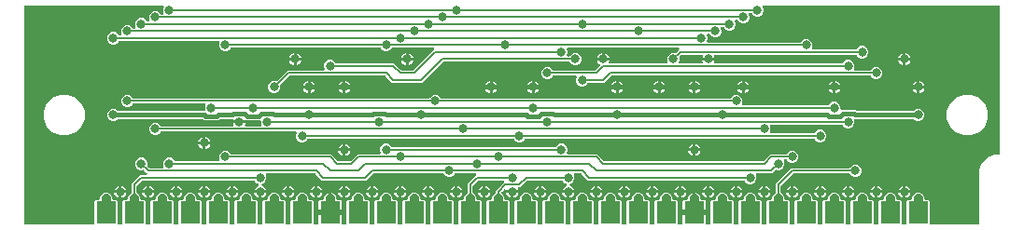
<source format=gbr>
G04 EAGLE Gerber RS-274X export*
G75*
%MOMM*%
%FSLAX34Y34*%
%LPD*%
%INTop Copper*%
%IPPOS*%
%AMOC8*
5,1,8,0,0,1.08239X$1,22.5*%
G01*
%ADD10R,1.778000X2.032000*%
%ADD11C,0.812800*%
%ADD12C,0.806400*%
%ADD13C,0.406400*%
%ADD14C,0.152400*%

G36*
X64634Y2016D02*
X64634Y2016D01*
X64753Y2023D01*
X64791Y2036D01*
X64832Y2041D01*
X64942Y2084D01*
X65055Y2121D01*
X65090Y2143D01*
X65127Y2158D01*
X65223Y2227D01*
X65324Y2291D01*
X65352Y2321D01*
X65385Y2344D01*
X65461Y2436D01*
X65542Y2523D01*
X65562Y2558D01*
X65587Y2589D01*
X65638Y2697D01*
X65696Y2801D01*
X65706Y2841D01*
X65723Y2877D01*
X65745Y2994D01*
X65775Y3109D01*
X65779Y3169D01*
X65783Y3189D01*
X65781Y3210D01*
X65785Y3270D01*
X65785Y23492D01*
X66678Y24385D01*
X69342Y24385D01*
X69460Y24400D01*
X69579Y24407D01*
X69617Y24420D01*
X69658Y24425D01*
X69768Y24468D01*
X69881Y24505D01*
X69916Y24527D01*
X69953Y24542D01*
X70049Y24611D01*
X70150Y24675D01*
X70178Y24705D01*
X70211Y24728D01*
X70287Y24820D01*
X70368Y24907D01*
X70388Y24942D01*
X70413Y24973D01*
X70464Y25081D01*
X70522Y25185D01*
X70532Y25225D01*
X70549Y25261D01*
X70571Y25378D01*
X70601Y25493D01*
X70605Y25553D01*
X70609Y25573D01*
X70607Y25594D01*
X70611Y25654D01*
X70611Y26512D01*
X71462Y28566D01*
X73034Y30138D01*
X75088Y30989D01*
X77312Y30989D01*
X79366Y30138D01*
X80938Y28566D01*
X81789Y26512D01*
X81789Y25654D01*
X81804Y25536D01*
X81811Y25417D01*
X81824Y25379D01*
X81829Y25338D01*
X81872Y25228D01*
X81909Y25115D01*
X81931Y25080D01*
X81946Y25043D01*
X82015Y24947D01*
X82079Y24846D01*
X82109Y24818D01*
X82132Y24785D01*
X82224Y24709D01*
X82311Y24628D01*
X82346Y24608D01*
X82377Y24583D01*
X82485Y24532D01*
X82589Y24474D01*
X82629Y24464D01*
X82665Y24447D01*
X82782Y24425D01*
X82897Y24395D01*
X82957Y24391D01*
X82977Y24387D01*
X82998Y24389D01*
X83058Y24385D01*
X85722Y24385D01*
X86615Y23492D01*
X86615Y3270D01*
X86630Y3152D01*
X86637Y3033D01*
X86650Y2995D01*
X86655Y2954D01*
X86698Y2844D01*
X86735Y2731D01*
X86757Y2696D01*
X86772Y2659D01*
X86841Y2563D01*
X86905Y2462D01*
X86935Y2434D01*
X86958Y2401D01*
X87050Y2325D01*
X87137Y2244D01*
X87172Y2224D01*
X87203Y2199D01*
X87311Y2148D01*
X87415Y2090D01*
X87455Y2080D01*
X87491Y2063D01*
X87608Y2041D01*
X87723Y2011D01*
X87783Y2007D01*
X87803Y2003D01*
X87824Y2005D01*
X87884Y2001D01*
X89916Y2001D01*
X90034Y2016D01*
X90153Y2023D01*
X90191Y2036D01*
X90232Y2041D01*
X90342Y2084D01*
X90455Y2121D01*
X90490Y2143D01*
X90527Y2158D01*
X90623Y2227D01*
X90724Y2291D01*
X90752Y2321D01*
X90785Y2344D01*
X90861Y2436D01*
X90942Y2523D01*
X90962Y2558D01*
X90987Y2589D01*
X91038Y2697D01*
X91096Y2801D01*
X91106Y2841D01*
X91123Y2877D01*
X91145Y2994D01*
X91175Y3109D01*
X91179Y3169D01*
X91183Y3189D01*
X91181Y3210D01*
X91185Y3270D01*
X91185Y23492D01*
X92078Y24385D01*
X94742Y24385D01*
X94860Y24400D01*
X94979Y24407D01*
X95017Y24420D01*
X95058Y24425D01*
X95168Y24468D01*
X95281Y24505D01*
X95316Y24527D01*
X95353Y24542D01*
X95449Y24611D01*
X95550Y24675D01*
X95578Y24705D01*
X95611Y24728D01*
X95687Y24820D01*
X95768Y24907D01*
X95788Y24942D01*
X95813Y24973D01*
X95864Y25081D01*
X95922Y25185D01*
X95932Y25225D01*
X95949Y25261D01*
X95971Y25378D01*
X96001Y25493D01*
X96005Y25553D01*
X96009Y25573D01*
X96007Y25594D01*
X96011Y25654D01*
X96011Y26512D01*
X96862Y28566D01*
X98434Y30138D01*
X98530Y30177D01*
X98555Y30192D01*
X98583Y30201D01*
X98693Y30271D01*
X98806Y30335D01*
X98827Y30356D01*
X98852Y30371D01*
X98941Y30466D01*
X99034Y30556D01*
X99050Y30581D01*
X99070Y30603D01*
X99133Y30716D01*
X99201Y30827D01*
X99209Y30856D01*
X99224Y30881D01*
X99256Y31007D01*
X99294Y31131D01*
X99296Y31161D01*
X99303Y31189D01*
X99313Y31350D01*
X99313Y39047D01*
X107003Y46737D01*
X112065Y46737D01*
X112203Y46754D01*
X112341Y46767D01*
X112361Y46774D01*
X112381Y46777D01*
X112510Y46828D01*
X112641Y46875D01*
X112658Y46886D01*
X112676Y46894D01*
X112789Y46975D01*
X112904Y47053D01*
X112917Y47069D01*
X112934Y47080D01*
X113022Y47188D01*
X113114Y47292D01*
X113124Y47310D01*
X113136Y47325D01*
X113196Y47451D01*
X113259Y47575D01*
X113263Y47595D01*
X113272Y47613D01*
X113298Y47749D01*
X113329Y47885D01*
X113328Y47906D01*
X113332Y47925D01*
X113323Y48064D01*
X113319Y48203D01*
X113313Y48223D01*
X113312Y48243D01*
X113269Y48374D01*
X113231Y48509D01*
X113220Y48526D01*
X113214Y48545D01*
X113139Y48663D01*
X113069Y48783D01*
X113050Y48804D01*
X113044Y48814D01*
X113029Y48828D01*
X112963Y48903D01*
X110516Y51350D01*
X110493Y51368D01*
X110473Y51391D01*
X110367Y51465D01*
X110265Y51545D01*
X110237Y51557D01*
X110213Y51574D01*
X110092Y51620D01*
X109973Y51671D01*
X109944Y51676D01*
X109916Y51687D01*
X109787Y51701D01*
X109659Y51721D01*
X109629Y51719D01*
X109600Y51722D01*
X109472Y51704D01*
X109342Y51691D01*
X109314Y51681D01*
X109285Y51677D01*
X109133Y51625D01*
X109055Y51593D01*
X106845Y51593D01*
X104802Y52439D01*
X103239Y54002D01*
X102393Y56045D01*
X102393Y58255D01*
X103239Y60298D01*
X104802Y61861D01*
X106845Y62707D01*
X109055Y62707D01*
X111098Y61861D01*
X112661Y60298D01*
X113507Y58255D01*
X113507Y56045D01*
X113475Y55967D01*
X113467Y55939D01*
X113453Y55913D01*
X113425Y55786D01*
X113391Y55661D01*
X113390Y55631D01*
X113384Y55602D01*
X113388Y55472D01*
X113386Y55343D01*
X113393Y55314D01*
X113393Y55284D01*
X113430Y55160D01*
X113460Y55033D01*
X113474Y55007D01*
X113482Y54979D01*
X113548Y54867D01*
X113609Y54752D01*
X113628Y54730D01*
X113643Y54705D01*
X113750Y54584D01*
X114875Y53458D01*
X114954Y53398D01*
X115026Y53330D01*
X115079Y53301D01*
X115127Y53264D01*
X115218Y53224D01*
X115304Y53176D01*
X115363Y53161D01*
X115419Y53137D01*
X115517Y53122D01*
X115612Y53097D01*
X115712Y53091D01*
X115733Y53087D01*
X115745Y53089D01*
X115773Y53087D01*
X127119Y53087D01*
X127168Y53093D01*
X127218Y53091D01*
X127325Y53113D01*
X127434Y53127D01*
X127481Y53145D01*
X127529Y53155D01*
X127628Y53203D01*
X127730Y53244D01*
X127770Y53273D01*
X127815Y53295D01*
X127899Y53366D01*
X127988Y53430D01*
X128019Y53469D01*
X128057Y53501D01*
X128120Y53591D01*
X128190Y53675D01*
X128212Y53720D01*
X128240Y53761D01*
X128279Y53864D01*
X128326Y53963D01*
X128335Y54012D01*
X128353Y54058D01*
X128365Y54168D01*
X128386Y54275D01*
X128383Y54325D01*
X128388Y54374D01*
X128373Y54483D01*
X128366Y54593D01*
X128351Y54640D01*
X128344Y54689D01*
X128292Y54842D01*
X127793Y56045D01*
X127793Y58255D01*
X128639Y60298D01*
X130202Y61861D01*
X132245Y62707D01*
X134455Y62707D01*
X136498Y61861D01*
X138061Y60298D01*
X138093Y60220D01*
X138107Y60195D01*
X138117Y60167D01*
X138186Y60057D01*
X138250Y59944D01*
X138271Y59923D01*
X138287Y59898D01*
X138382Y59809D01*
X138472Y59716D01*
X138497Y59700D01*
X138518Y59680D01*
X138632Y59617D01*
X138743Y59549D01*
X138771Y59541D01*
X138797Y59526D01*
X138922Y59494D01*
X139047Y59456D01*
X139076Y59454D01*
X139105Y59447D01*
X139265Y59437D01*
X177919Y59437D01*
X177968Y59443D01*
X178018Y59441D01*
X178125Y59463D01*
X178234Y59477D01*
X178281Y59495D01*
X178329Y59505D01*
X178428Y59553D01*
X178530Y59594D01*
X178570Y59623D01*
X178615Y59645D01*
X178699Y59716D01*
X178788Y59780D01*
X178819Y59819D01*
X178857Y59851D01*
X178920Y59941D01*
X178990Y60025D01*
X179012Y60070D01*
X179040Y60111D01*
X179079Y60214D01*
X179126Y60313D01*
X179135Y60362D01*
X179153Y60408D01*
X179165Y60518D01*
X179186Y60625D01*
X179183Y60675D01*
X179188Y60724D01*
X179173Y60833D01*
X179166Y60943D01*
X179151Y60990D01*
X179144Y61039D01*
X179092Y61192D01*
X178593Y62395D01*
X178593Y64605D01*
X179439Y66648D01*
X181002Y68211D01*
X183045Y69057D01*
X185255Y69057D01*
X187298Y68211D01*
X188861Y66648D01*
X188893Y66570D01*
X188907Y66545D01*
X188917Y66517D01*
X188986Y66407D01*
X189050Y66294D01*
X189071Y66273D01*
X189087Y66248D01*
X189182Y66159D01*
X189272Y66066D01*
X189297Y66050D01*
X189318Y66030D01*
X189432Y65967D01*
X189543Y65899D01*
X189571Y65891D01*
X189597Y65876D01*
X189722Y65844D01*
X189847Y65806D01*
X189876Y65804D01*
X189905Y65797D01*
X190065Y65787D01*
X280347Y65787D01*
X286325Y59808D01*
X286404Y59748D01*
X286476Y59680D01*
X286529Y59651D01*
X286577Y59614D01*
X286668Y59574D01*
X286754Y59526D01*
X286813Y59511D01*
X286869Y59487D01*
X286967Y59472D01*
X287062Y59447D01*
X287162Y59441D01*
X287183Y59437D01*
X287195Y59439D01*
X287223Y59437D01*
X296977Y59437D01*
X297075Y59449D01*
X297174Y59452D01*
X297232Y59469D01*
X297293Y59477D01*
X297385Y59513D01*
X297480Y59541D01*
X297532Y59571D01*
X297588Y59594D01*
X297668Y59652D01*
X297754Y59702D01*
X297829Y59768D01*
X297846Y59780D01*
X297853Y59790D01*
X297875Y59808D01*
X303853Y65787D01*
X323969Y65787D01*
X324018Y65793D01*
X324068Y65791D01*
X324175Y65813D01*
X324284Y65827D01*
X324331Y65845D01*
X324379Y65855D01*
X324478Y65903D01*
X324580Y65944D01*
X324620Y65973D01*
X324665Y65995D01*
X324749Y66066D01*
X324837Y66130D01*
X324869Y66169D01*
X324907Y66201D01*
X324970Y66291D01*
X325040Y66375D01*
X325061Y66420D01*
X325090Y66461D01*
X325129Y66564D01*
X325176Y66663D01*
X325185Y66712D01*
X325203Y66758D01*
X325215Y66868D01*
X325236Y66975D01*
X325233Y67025D01*
X325238Y67074D01*
X325223Y67183D01*
X325216Y67293D01*
X325201Y67340D01*
X325194Y67389D01*
X325142Y67542D01*
X324643Y68745D01*
X324643Y70955D01*
X325489Y72998D01*
X327052Y74561D01*
X329095Y75407D01*
X331305Y75407D01*
X333348Y74561D01*
X334911Y72998D01*
X334943Y72920D01*
X334957Y72895D01*
X334967Y72867D01*
X335036Y72757D01*
X335100Y72644D01*
X335121Y72623D01*
X335137Y72598D01*
X335232Y72509D01*
X335322Y72416D01*
X335347Y72400D01*
X335368Y72380D01*
X335482Y72317D01*
X335593Y72249D01*
X335621Y72241D01*
X335647Y72226D01*
X335772Y72194D01*
X335897Y72156D01*
X335926Y72154D01*
X335955Y72147D01*
X336115Y72137D01*
X483035Y72137D01*
X483064Y72140D01*
X483093Y72138D01*
X483221Y72160D01*
X483350Y72177D01*
X483377Y72187D01*
X483407Y72192D01*
X483525Y72246D01*
X483646Y72294D01*
X483670Y72311D01*
X483697Y72323D01*
X483798Y72404D01*
X483903Y72480D01*
X483922Y72503D01*
X483945Y72522D01*
X484023Y72625D01*
X484106Y72725D01*
X484119Y72752D01*
X484136Y72776D01*
X484207Y72920D01*
X484239Y72998D01*
X485802Y74561D01*
X487845Y75407D01*
X490055Y75407D01*
X492098Y74561D01*
X493661Y72998D01*
X494507Y70955D01*
X494507Y68745D01*
X494008Y67542D01*
X493995Y67494D01*
X493974Y67449D01*
X493954Y67341D01*
X493925Y67235D01*
X493924Y67185D01*
X493914Y67136D01*
X493921Y67027D01*
X493919Y66917D01*
X493931Y66869D01*
X493934Y66819D01*
X493968Y66715D01*
X493994Y66608D01*
X494017Y66564D01*
X494032Y66517D01*
X494091Y66424D01*
X494142Y66327D01*
X494176Y66290D01*
X494202Y66248D01*
X494282Y66173D01*
X494356Y66091D01*
X494398Y66064D01*
X494434Y66030D01*
X494530Y65977D01*
X494622Y65917D01*
X494669Y65900D01*
X494712Y65876D01*
X494819Y65849D01*
X494923Y65813D01*
X494972Y65809D01*
X495020Y65797D01*
X495181Y65787D01*
X521647Y65787D01*
X527625Y59808D01*
X527704Y59748D01*
X527776Y59680D01*
X527829Y59651D01*
X527877Y59614D01*
X527968Y59574D01*
X528054Y59526D01*
X528113Y59511D01*
X528169Y59487D01*
X528267Y59472D01*
X528362Y59447D01*
X528462Y59441D01*
X528483Y59437D01*
X528495Y59439D01*
X528523Y59437D01*
X671627Y59437D01*
X671725Y59449D01*
X671824Y59452D01*
X671882Y59469D01*
X671943Y59477D01*
X672035Y59513D01*
X672130Y59541D01*
X672182Y59571D01*
X672238Y59594D01*
X672318Y59652D01*
X672404Y59702D01*
X672479Y59768D01*
X672496Y59780D01*
X672503Y59790D01*
X672525Y59808D01*
X678503Y65787D01*
X692585Y65787D01*
X692614Y65790D01*
X692643Y65788D01*
X692771Y65810D01*
X692900Y65827D01*
X692927Y65837D01*
X692957Y65842D01*
X693075Y65896D01*
X693196Y65944D01*
X693220Y65961D01*
X693247Y65973D01*
X693348Y66054D01*
X693453Y66130D01*
X693472Y66153D01*
X693495Y66172D01*
X693573Y66275D01*
X693656Y66375D01*
X693669Y66402D01*
X693686Y66426D01*
X693757Y66570D01*
X693789Y66648D01*
X695352Y68211D01*
X697395Y69057D01*
X699605Y69057D01*
X701648Y68211D01*
X703211Y66648D01*
X704057Y64605D01*
X704057Y62395D01*
X703211Y60352D01*
X701648Y58789D01*
X699605Y57943D01*
X697395Y57943D01*
X695352Y58789D01*
X693789Y60352D01*
X693757Y60430D01*
X693743Y60455D01*
X693733Y60483D01*
X693664Y60593D01*
X693600Y60706D01*
X693579Y60727D01*
X693563Y60752D01*
X693468Y60841D01*
X693378Y60934D01*
X693353Y60950D01*
X693332Y60970D01*
X693218Y61033D01*
X693107Y61101D01*
X693079Y61109D01*
X693053Y61124D01*
X692928Y61156D01*
X692803Y61194D01*
X692774Y61196D01*
X692745Y61203D01*
X692585Y61213D01*
X692031Y61213D01*
X691982Y61207D01*
X691932Y61209D01*
X691825Y61187D01*
X691716Y61173D01*
X691669Y61155D01*
X691621Y61145D01*
X691522Y61097D01*
X691420Y61056D01*
X691380Y61027D01*
X691335Y61005D01*
X691251Y60934D01*
X691163Y60870D01*
X691131Y60831D01*
X691093Y60799D01*
X691030Y60709D01*
X690960Y60625D01*
X690939Y60580D01*
X690910Y60539D01*
X690871Y60436D01*
X690824Y60337D01*
X690815Y60288D01*
X690797Y60242D01*
X690785Y60132D01*
X690764Y60025D01*
X690767Y59975D01*
X690762Y59926D01*
X690777Y59817D01*
X690784Y59707D01*
X690799Y59660D01*
X690806Y59611D01*
X690858Y59458D01*
X691357Y58255D01*
X691357Y56045D01*
X690511Y54002D01*
X688948Y52439D01*
X686905Y51593D01*
X684695Y51593D01*
X684617Y51625D01*
X684589Y51633D01*
X684563Y51647D01*
X684436Y51675D01*
X684311Y51709D01*
X684281Y51710D01*
X684252Y51716D01*
X684122Y51712D01*
X683993Y51714D01*
X683964Y51707D01*
X683934Y51707D01*
X683810Y51670D01*
X683683Y51640D01*
X683657Y51626D01*
X683629Y51618D01*
X683517Y51552D01*
X683402Y51491D01*
X683380Y51472D01*
X683355Y51457D01*
X683234Y51350D01*
X680397Y48513D01*
X666631Y48513D01*
X666582Y48507D01*
X666532Y48509D01*
X666425Y48487D01*
X666316Y48473D01*
X666269Y48455D01*
X666221Y48445D01*
X666122Y48397D01*
X666020Y48356D01*
X665980Y48327D01*
X665935Y48305D01*
X665851Y48234D01*
X665763Y48170D01*
X665731Y48131D01*
X665693Y48099D01*
X665630Y48009D01*
X665560Y47925D01*
X665539Y47880D01*
X665510Y47839D01*
X665471Y47736D01*
X665424Y47637D01*
X665415Y47588D01*
X665397Y47542D01*
X665385Y47432D01*
X665364Y47325D01*
X665367Y47275D01*
X665362Y47226D01*
X665377Y47117D01*
X665384Y47007D01*
X665399Y46960D01*
X665406Y46911D01*
X665458Y46758D01*
X665957Y45555D01*
X665957Y43345D01*
X665111Y41302D01*
X663548Y39739D01*
X661505Y38893D01*
X659295Y38893D01*
X657252Y39739D01*
X655689Y41302D01*
X655657Y41380D01*
X655643Y41405D01*
X655633Y41433D01*
X655564Y41543D01*
X655500Y41656D01*
X655479Y41677D01*
X655463Y41702D01*
X655368Y41791D01*
X655278Y41884D01*
X655253Y41900D01*
X655232Y41920D01*
X655118Y41983D01*
X655007Y42051D01*
X654979Y42059D01*
X654953Y42074D01*
X654828Y42106D01*
X654703Y42144D01*
X654674Y42146D01*
X654645Y42153D01*
X654485Y42163D01*
X513403Y42163D01*
X507425Y48142D01*
X507346Y48202D01*
X507274Y48270D01*
X507221Y48299D01*
X507173Y48336D01*
X507082Y48376D01*
X506996Y48424D01*
X506937Y48439D01*
X506881Y48463D01*
X506783Y48478D01*
X506688Y48503D01*
X506588Y48509D01*
X506567Y48513D01*
X506555Y48511D01*
X506527Y48513D01*
X501531Y48513D01*
X501482Y48507D01*
X501432Y48509D01*
X501325Y48487D01*
X501216Y48473D01*
X501169Y48455D01*
X501121Y48445D01*
X501022Y48397D01*
X500920Y48356D01*
X500880Y48327D01*
X500835Y48305D01*
X500751Y48234D01*
X500663Y48170D01*
X500631Y48131D01*
X500593Y48099D01*
X500530Y48009D01*
X500460Y47925D01*
X500439Y47880D01*
X500410Y47839D01*
X500371Y47736D01*
X500324Y47637D01*
X500315Y47588D01*
X500297Y47542D01*
X500285Y47432D01*
X500264Y47325D01*
X500267Y47275D01*
X500262Y47226D01*
X500277Y47117D01*
X500284Y47007D01*
X500299Y46960D01*
X500306Y46911D01*
X500358Y46758D01*
X500857Y45555D01*
X500857Y43345D01*
X500011Y41302D01*
X498448Y39739D01*
X497321Y39273D01*
X497200Y39204D01*
X497078Y39139D01*
X497063Y39125D01*
X497045Y39115D01*
X496945Y39019D01*
X496842Y38925D01*
X496831Y38908D01*
X496817Y38894D01*
X496744Y38776D01*
X496667Y38659D01*
X496661Y38640D01*
X496650Y38623D01*
X496609Y38490D01*
X496564Y38358D01*
X496563Y38338D01*
X496557Y38319D01*
X496550Y38180D01*
X496539Y38041D01*
X496542Y38021D01*
X496541Y38001D01*
X496570Y37865D01*
X496593Y37728D01*
X496602Y37710D01*
X496606Y37690D01*
X496667Y37565D01*
X496724Y37438D01*
X496737Y37422D01*
X496746Y37404D01*
X496836Y37298D01*
X496923Y37190D01*
X496939Y37177D01*
X496952Y37162D01*
X497065Y37082D01*
X497177Y36998D01*
X497202Y36986D01*
X497212Y36979D01*
X497231Y36972D01*
X497321Y36927D01*
X497932Y36674D01*
X498842Y36066D01*
X499616Y35292D01*
X500224Y34382D01*
X500643Y33371D01*
X500713Y33019D01*
X495300Y33019D01*
X489887Y33019D01*
X489957Y33371D01*
X490376Y34382D01*
X490984Y35292D01*
X491758Y36066D01*
X492668Y36674D01*
X493279Y36927D01*
X493400Y36996D01*
X493523Y37061D01*
X493538Y37075D01*
X493555Y37085D01*
X493655Y37181D01*
X493758Y37275D01*
X493769Y37292D01*
X493784Y37306D01*
X493856Y37424D01*
X493933Y37541D01*
X493939Y37560D01*
X493950Y37577D01*
X493991Y37710D01*
X494036Y37842D01*
X494037Y37862D01*
X494043Y37881D01*
X494050Y38020D01*
X494061Y38159D01*
X494058Y38179D01*
X494058Y38199D01*
X494030Y38335D01*
X494007Y38472D01*
X493998Y38491D01*
X493994Y38510D01*
X493933Y38635D01*
X493876Y38762D01*
X493863Y38778D01*
X493854Y38796D01*
X493764Y38902D01*
X493677Y39010D01*
X493661Y39023D01*
X493648Y39038D01*
X493535Y39118D01*
X493423Y39202D01*
X493398Y39214D01*
X493388Y39221D01*
X493369Y39228D01*
X493279Y39273D01*
X492152Y39739D01*
X490589Y41302D01*
X490557Y41380D01*
X490543Y41405D01*
X490533Y41433D01*
X490464Y41543D01*
X490400Y41656D01*
X490379Y41677D01*
X490363Y41702D01*
X490268Y41791D01*
X490178Y41884D01*
X490153Y41900D01*
X490132Y41920D01*
X490018Y41983D01*
X489907Y42051D01*
X489879Y42059D01*
X489853Y42074D01*
X489728Y42106D01*
X489603Y42144D01*
X489574Y42146D01*
X489545Y42153D01*
X489385Y42163D01*
X458673Y42163D01*
X458575Y42151D01*
X458476Y42148D01*
X458418Y42131D01*
X458357Y42123D01*
X458265Y42087D01*
X458170Y42059D01*
X458118Y42029D01*
X458062Y42006D01*
X457982Y41948D01*
X457896Y41898D01*
X457821Y41832D01*
X457804Y41820D01*
X457797Y41810D01*
X457775Y41792D01*
X451797Y35813D01*
X450731Y35813D01*
X450682Y35807D01*
X450632Y35809D01*
X450525Y35787D01*
X450416Y35773D01*
X450369Y35755D01*
X450321Y35745D01*
X450222Y35697D01*
X450120Y35656D01*
X450080Y35627D01*
X450035Y35605D01*
X449951Y35534D01*
X449862Y35470D01*
X449831Y35431D01*
X449793Y35399D01*
X449730Y35309D01*
X449660Y35225D01*
X449638Y35180D01*
X449610Y35139D01*
X449571Y35036D01*
X449524Y34937D01*
X449515Y34888D01*
X449497Y34842D01*
X449485Y34732D01*
X449464Y34625D01*
X449467Y34575D01*
X449462Y34526D01*
X449477Y34417D01*
X449484Y34307D01*
X449499Y34260D01*
X449506Y34211D01*
X449558Y34058D01*
X449843Y33371D01*
X449913Y33019D01*
X444500Y33019D01*
X438927Y33019D01*
X438927Y33020D01*
X438884Y33115D01*
X438848Y33214D01*
X438817Y33259D01*
X438794Y33309D01*
X438728Y33390D01*
X438670Y33477D01*
X438628Y33513D01*
X438593Y33556D01*
X438509Y33618D01*
X438431Y33687D01*
X438382Y33712D01*
X438338Y33745D01*
X438241Y33784D01*
X438148Y33832D01*
X438094Y33844D01*
X438043Y33865D01*
X437939Y33879D01*
X437838Y33902D01*
X437782Y33900D01*
X437728Y33907D01*
X437624Y33895D01*
X437520Y33892D01*
X437467Y33877D01*
X437412Y33870D01*
X437314Y33832D01*
X437214Y33803D01*
X437167Y33775D01*
X437115Y33756D01*
X437030Y33695D01*
X436940Y33642D01*
X436874Y33584D01*
X436856Y33571D01*
X436847Y33560D01*
X436819Y33536D01*
X435091Y31807D01*
X435018Y31713D01*
X434940Y31624D01*
X434921Y31588D01*
X434896Y31556D01*
X434849Y31447D01*
X434795Y31341D01*
X434786Y31301D01*
X434770Y31264D01*
X434751Y31146D01*
X434725Y31030D01*
X434726Y30990D01*
X434720Y30950D01*
X434731Y30832D01*
X434735Y30713D01*
X434746Y30674D01*
X434750Y30634D01*
X434790Y30521D01*
X434823Y30407D01*
X434844Y30372D01*
X434858Y30334D01*
X434924Y30236D01*
X434985Y30133D01*
X435025Y30088D01*
X435036Y30071D01*
X435051Y30058D01*
X435091Y30012D01*
X436538Y28566D01*
X437389Y26512D01*
X437389Y25654D01*
X437404Y25536D01*
X437411Y25417D01*
X437424Y25379D01*
X437429Y25338D01*
X437472Y25228D01*
X437509Y25115D01*
X437531Y25080D01*
X437546Y25043D01*
X437615Y24947D01*
X437679Y24846D01*
X437709Y24818D01*
X437732Y24785D01*
X437824Y24709D01*
X437911Y24628D01*
X437946Y24608D01*
X437977Y24583D01*
X438085Y24532D01*
X438189Y24474D01*
X438229Y24464D01*
X438265Y24447D01*
X438382Y24425D01*
X438497Y24395D01*
X438557Y24391D01*
X438577Y24387D01*
X438598Y24389D01*
X438658Y24385D01*
X441322Y24385D01*
X442215Y23492D01*
X442215Y3270D01*
X442230Y3152D01*
X442237Y3033D01*
X442250Y2995D01*
X442255Y2954D01*
X442298Y2844D01*
X442335Y2731D01*
X442357Y2696D01*
X442372Y2659D01*
X442441Y2563D01*
X442505Y2462D01*
X442535Y2434D01*
X442558Y2401D01*
X442650Y2325D01*
X442737Y2244D01*
X442772Y2224D01*
X442803Y2199D01*
X442911Y2148D01*
X443015Y2090D01*
X443055Y2080D01*
X443091Y2063D01*
X443208Y2041D01*
X443323Y2011D01*
X443383Y2007D01*
X443403Y2003D01*
X443424Y2005D01*
X443484Y2001D01*
X445516Y2001D01*
X445634Y2016D01*
X445753Y2023D01*
X445791Y2036D01*
X445832Y2041D01*
X445942Y2084D01*
X446055Y2121D01*
X446090Y2143D01*
X446127Y2158D01*
X446223Y2227D01*
X446324Y2291D01*
X446352Y2321D01*
X446385Y2344D01*
X446461Y2436D01*
X446542Y2523D01*
X446562Y2558D01*
X446587Y2589D01*
X446638Y2697D01*
X446696Y2801D01*
X446706Y2841D01*
X446723Y2877D01*
X446745Y2994D01*
X446775Y3109D01*
X446779Y3169D01*
X446783Y3189D01*
X446781Y3210D01*
X446785Y3270D01*
X446785Y23492D01*
X447678Y24385D01*
X450342Y24385D01*
X450460Y24400D01*
X450579Y24407D01*
X450617Y24420D01*
X450658Y24425D01*
X450768Y24468D01*
X450881Y24505D01*
X450916Y24527D01*
X450953Y24542D01*
X451049Y24611D01*
X451150Y24675D01*
X451178Y24705D01*
X451211Y24728D01*
X451287Y24820D01*
X451368Y24907D01*
X451388Y24942D01*
X451413Y24973D01*
X451464Y25081D01*
X451522Y25185D01*
X451532Y25225D01*
X451549Y25261D01*
X451571Y25378D01*
X451601Y25493D01*
X451605Y25553D01*
X451609Y25573D01*
X451607Y25594D01*
X451611Y25654D01*
X451611Y26512D01*
X452462Y28566D01*
X454034Y30138D01*
X456088Y30989D01*
X458312Y30989D01*
X460366Y30138D01*
X461938Y28566D01*
X462789Y26512D01*
X462789Y25654D01*
X462804Y25536D01*
X462811Y25417D01*
X462824Y25379D01*
X462829Y25338D01*
X462872Y25228D01*
X462909Y25115D01*
X462931Y25080D01*
X462946Y25043D01*
X463015Y24947D01*
X463079Y24846D01*
X463109Y24818D01*
X463132Y24785D01*
X463224Y24709D01*
X463311Y24628D01*
X463346Y24608D01*
X463377Y24583D01*
X463485Y24532D01*
X463589Y24474D01*
X463629Y24464D01*
X463665Y24447D01*
X463782Y24425D01*
X463897Y24395D01*
X463957Y24391D01*
X463977Y24387D01*
X463998Y24389D01*
X464058Y24385D01*
X466722Y24385D01*
X467615Y23492D01*
X467615Y3270D01*
X467630Y3152D01*
X467637Y3033D01*
X467650Y2995D01*
X467655Y2954D01*
X467698Y2844D01*
X467735Y2731D01*
X467757Y2696D01*
X467772Y2659D01*
X467841Y2563D01*
X467905Y2462D01*
X467935Y2434D01*
X467958Y2401D01*
X468050Y2325D01*
X468137Y2244D01*
X468172Y2224D01*
X468203Y2199D01*
X468311Y2148D01*
X468415Y2090D01*
X468455Y2080D01*
X468491Y2063D01*
X468608Y2041D01*
X468723Y2011D01*
X468783Y2007D01*
X468803Y2003D01*
X468824Y2005D01*
X468884Y2001D01*
X470916Y2001D01*
X471034Y2016D01*
X471153Y2023D01*
X471191Y2036D01*
X471232Y2041D01*
X471342Y2084D01*
X471455Y2121D01*
X471490Y2143D01*
X471527Y2158D01*
X471623Y2227D01*
X471724Y2291D01*
X471752Y2321D01*
X471785Y2344D01*
X471861Y2436D01*
X471942Y2523D01*
X471962Y2558D01*
X471987Y2589D01*
X472038Y2697D01*
X472096Y2801D01*
X472106Y2841D01*
X472123Y2877D01*
X472145Y2994D01*
X472175Y3109D01*
X472179Y3169D01*
X472183Y3189D01*
X472181Y3210D01*
X472185Y3270D01*
X472185Y23492D01*
X473078Y24385D01*
X475742Y24385D01*
X475860Y24400D01*
X475979Y24407D01*
X476017Y24420D01*
X476058Y24425D01*
X476168Y24468D01*
X476281Y24505D01*
X476316Y24527D01*
X476353Y24542D01*
X476449Y24611D01*
X476550Y24675D01*
X476578Y24705D01*
X476611Y24728D01*
X476687Y24820D01*
X476768Y24907D01*
X476788Y24942D01*
X476813Y24973D01*
X476864Y25081D01*
X476922Y25185D01*
X476932Y25225D01*
X476949Y25261D01*
X476971Y25378D01*
X477001Y25493D01*
X477005Y25553D01*
X477009Y25573D01*
X477007Y25594D01*
X477011Y25654D01*
X477011Y26512D01*
X477862Y28566D01*
X479434Y30138D01*
X481488Y30989D01*
X483712Y30989D01*
X485766Y30138D01*
X487338Y28566D01*
X488189Y26512D01*
X488189Y25654D01*
X488204Y25536D01*
X488211Y25417D01*
X488224Y25379D01*
X488229Y25338D01*
X488272Y25228D01*
X488309Y25115D01*
X488331Y25080D01*
X488346Y25043D01*
X488415Y24947D01*
X488479Y24846D01*
X488509Y24818D01*
X488532Y24785D01*
X488624Y24709D01*
X488711Y24628D01*
X488746Y24608D01*
X488777Y24583D01*
X488885Y24532D01*
X488989Y24474D01*
X489029Y24464D01*
X489065Y24447D01*
X489182Y24425D01*
X489297Y24395D01*
X489357Y24391D01*
X489377Y24387D01*
X489398Y24389D01*
X489458Y24385D01*
X492122Y24385D01*
X493015Y23492D01*
X493015Y3270D01*
X493030Y3152D01*
X493037Y3033D01*
X493050Y2995D01*
X493055Y2954D01*
X493098Y2844D01*
X493135Y2731D01*
X493157Y2696D01*
X493172Y2659D01*
X493241Y2563D01*
X493305Y2462D01*
X493335Y2434D01*
X493358Y2401D01*
X493450Y2325D01*
X493537Y2244D01*
X493572Y2224D01*
X493603Y2199D01*
X493711Y2148D01*
X493815Y2090D01*
X493855Y2080D01*
X493891Y2063D01*
X494008Y2041D01*
X494123Y2011D01*
X494183Y2007D01*
X494203Y2003D01*
X494224Y2005D01*
X494284Y2001D01*
X496316Y2001D01*
X496434Y2016D01*
X496553Y2023D01*
X496591Y2036D01*
X496632Y2041D01*
X496742Y2084D01*
X496855Y2121D01*
X496890Y2143D01*
X496927Y2158D01*
X497023Y2227D01*
X497124Y2291D01*
X497152Y2321D01*
X497185Y2344D01*
X497261Y2436D01*
X497342Y2523D01*
X497362Y2558D01*
X497387Y2589D01*
X497438Y2697D01*
X497496Y2801D01*
X497506Y2841D01*
X497523Y2877D01*
X497545Y2994D01*
X497575Y3109D01*
X497579Y3169D01*
X497583Y3189D01*
X497581Y3210D01*
X497585Y3270D01*
X497585Y23492D01*
X498478Y24385D01*
X501142Y24385D01*
X501260Y24400D01*
X501379Y24407D01*
X501417Y24420D01*
X501458Y24425D01*
X501568Y24468D01*
X501681Y24505D01*
X501716Y24527D01*
X501753Y24542D01*
X501849Y24611D01*
X501950Y24675D01*
X501978Y24705D01*
X502011Y24728D01*
X502087Y24820D01*
X502168Y24907D01*
X502188Y24942D01*
X502213Y24973D01*
X502264Y25081D01*
X502322Y25185D01*
X502332Y25225D01*
X502349Y25261D01*
X502371Y25378D01*
X502401Y25493D01*
X502405Y25553D01*
X502409Y25573D01*
X502407Y25594D01*
X502411Y25654D01*
X502411Y26512D01*
X503262Y28566D01*
X504834Y30138D01*
X506888Y30989D01*
X509112Y30989D01*
X511166Y30138D01*
X512738Y28566D01*
X513589Y26512D01*
X513589Y25654D01*
X513604Y25536D01*
X513611Y25417D01*
X513624Y25379D01*
X513629Y25338D01*
X513672Y25228D01*
X513709Y25115D01*
X513731Y25080D01*
X513746Y25043D01*
X513815Y24947D01*
X513879Y24846D01*
X513909Y24818D01*
X513932Y24785D01*
X514024Y24709D01*
X514111Y24628D01*
X514146Y24608D01*
X514177Y24583D01*
X514285Y24532D01*
X514389Y24474D01*
X514429Y24464D01*
X514465Y24447D01*
X514582Y24425D01*
X514697Y24395D01*
X514757Y24391D01*
X514777Y24387D01*
X514798Y24389D01*
X514858Y24385D01*
X517522Y24385D01*
X518415Y23492D01*
X518415Y3270D01*
X518430Y3152D01*
X518437Y3033D01*
X518450Y2995D01*
X518455Y2954D01*
X518498Y2844D01*
X518535Y2731D01*
X518557Y2696D01*
X518572Y2659D01*
X518641Y2563D01*
X518705Y2462D01*
X518735Y2434D01*
X518758Y2401D01*
X518850Y2325D01*
X518937Y2244D01*
X518972Y2224D01*
X519003Y2199D01*
X519111Y2148D01*
X519215Y2090D01*
X519255Y2080D01*
X519291Y2063D01*
X519408Y2041D01*
X519523Y2011D01*
X519583Y2007D01*
X519603Y2003D01*
X519624Y2005D01*
X519684Y2001D01*
X521716Y2001D01*
X521834Y2016D01*
X521953Y2023D01*
X521991Y2036D01*
X522032Y2041D01*
X522142Y2084D01*
X522255Y2121D01*
X522290Y2143D01*
X522327Y2158D01*
X522423Y2227D01*
X522524Y2291D01*
X522552Y2321D01*
X522585Y2344D01*
X522661Y2436D01*
X522742Y2523D01*
X522762Y2558D01*
X522787Y2589D01*
X522838Y2697D01*
X522896Y2801D01*
X522906Y2841D01*
X522923Y2877D01*
X522945Y2994D01*
X522975Y3109D01*
X522979Y3169D01*
X522983Y3189D01*
X522981Y3210D01*
X522985Y3270D01*
X522985Y23492D01*
X523878Y24385D01*
X526542Y24385D01*
X526660Y24400D01*
X526779Y24407D01*
X526817Y24420D01*
X526858Y24425D01*
X526968Y24468D01*
X527081Y24505D01*
X527116Y24527D01*
X527153Y24542D01*
X527249Y24611D01*
X527350Y24675D01*
X527378Y24705D01*
X527411Y24728D01*
X527487Y24820D01*
X527568Y24907D01*
X527588Y24942D01*
X527613Y24973D01*
X527664Y25081D01*
X527722Y25185D01*
X527732Y25225D01*
X527749Y25261D01*
X527771Y25378D01*
X527801Y25493D01*
X527805Y25553D01*
X527809Y25573D01*
X527807Y25594D01*
X527811Y25654D01*
X527811Y26512D01*
X528662Y28566D01*
X530234Y30138D01*
X532288Y30989D01*
X534512Y30989D01*
X536566Y30138D01*
X538138Y28566D01*
X538989Y26512D01*
X538989Y25654D01*
X539004Y25536D01*
X539011Y25417D01*
X539024Y25379D01*
X539029Y25338D01*
X539072Y25228D01*
X539109Y25115D01*
X539131Y25080D01*
X539146Y25043D01*
X539215Y24947D01*
X539279Y24846D01*
X539309Y24818D01*
X539332Y24785D01*
X539424Y24709D01*
X539511Y24628D01*
X539546Y24608D01*
X539577Y24583D01*
X539685Y24532D01*
X539789Y24474D01*
X539829Y24464D01*
X539865Y24447D01*
X539982Y24425D01*
X540097Y24395D01*
X540157Y24391D01*
X540177Y24387D01*
X540198Y24389D01*
X540258Y24385D01*
X542922Y24385D01*
X543815Y23492D01*
X543815Y3270D01*
X543830Y3152D01*
X543837Y3033D01*
X543850Y2995D01*
X543855Y2954D01*
X543898Y2844D01*
X543935Y2731D01*
X543957Y2696D01*
X543972Y2659D01*
X544041Y2563D01*
X544105Y2462D01*
X544135Y2434D01*
X544158Y2401D01*
X544250Y2325D01*
X544337Y2244D01*
X544372Y2224D01*
X544403Y2199D01*
X544511Y2148D01*
X544615Y2090D01*
X544655Y2080D01*
X544691Y2063D01*
X544808Y2041D01*
X544923Y2011D01*
X544983Y2007D01*
X545003Y2003D01*
X545024Y2005D01*
X545084Y2001D01*
X547116Y2001D01*
X547234Y2016D01*
X547353Y2023D01*
X547391Y2036D01*
X547432Y2041D01*
X547542Y2084D01*
X547655Y2121D01*
X547690Y2143D01*
X547727Y2158D01*
X547823Y2227D01*
X547924Y2291D01*
X547952Y2321D01*
X547985Y2344D01*
X548061Y2436D01*
X548142Y2523D01*
X548162Y2558D01*
X548187Y2589D01*
X548238Y2697D01*
X548296Y2801D01*
X548306Y2841D01*
X548323Y2877D01*
X548345Y2994D01*
X548375Y3109D01*
X548379Y3169D01*
X548383Y3189D01*
X548381Y3210D01*
X548385Y3270D01*
X548385Y23492D01*
X549278Y24385D01*
X551942Y24385D01*
X552060Y24400D01*
X552179Y24407D01*
X552217Y24420D01*
X552258Y24425D01*
X552368Y24468D01*
X552481Y24505D01*
X552516Y24527D01*
X552553Y24542D01*
X552649Y24611D01*
X552750Y24675D01*
X552778Y24705D01*
X552811Y24728D01*
X552887Y24820D01*
X552968Y24907D01*
X552988Y24942D01*
X553013Y24973D01*
X553064Y25081D01*
X553122Y25185D01*
X553132Y25225D01*
X553149Y25261D01*
X553171Y25378D01*
X553201Y25493D01*
X553205Y25553D01*
X553209Y25573D01*
X553207Y25594D01*
X553211Y25654D01*
X553211Y26512D01*
X554062Y28566D01*
X555634Y30138D01*
X557688Y30989D01*
X559912Y30989D01*
X561966Y30138D01*
X563538Y28566D01*
X564389Y26512D01*
X564389Y25654D01*
X564404Y25536D01*
X564411Y25417D01*
X564424Y25379D01*
X564429Y25338D01*
X564472Y25228D01*
X564509Y25115D01*
X564531Y25080D01*
X564546Y25043D01*
X564615Y24947D01*
X564679Y24846D01*
X564709Y24818D01*
X564732Y24785D01*
X564824Y24709D01*
X564911Y24628D01*
X564946Y24608D01*
X564977Y24583D01*
X565085Y24532D01*
X565189Y24474D01*
X565229Y24464D01*
X565265Y24447D01*
X565382Y24425D01*
X565497Y24395D01*
X565557Y24391D01*
X565577Y24387D01*
X565598Y24389D01*
X565658Y24385D01*
X568322Y24385D01*
X569215Y23492D01*
X569215Y3270D01*
X569230Y3152D01*
X569237Y3033D01*
X569250Y2995D01*
X569255Y2954D01*
X569298Y2844D01*
X569335Y2731D01*
X569357Y2696D01*
X569372Y2659D01*
X569441Y2563D01*
X569505Y2462D01*
X569535Y2434D01*
X569558Y2401D01*
X569650Y2325D01*
X569737Y2244D01*
X569772Y2224D01*
X569803Y2199D01*
X569911Y2148D01*
X570015Y2090D01*
X570055Y2080D01*
X570091Y2063D01*
X570208Y2041D01*
X570323Y2011D01*
X570383Y2007D01*
X570403Y2003D01*
X570424Y2005D01*
X570484Y2001D01*
X572516Y2001D01*
X572634Y2016D01*
X572753Y2023D01*
X572791Y2036D01*
X572832Y2041D01*
X572942Y2084D01*
X573055Y2121D01*
X573090Y2143D01*
X573127Y2158D01*
X573223Y2227D01*
X573324Y2291D01*
X573352Y2321D01*
X573385Y2344D01*
X573461Y2436D01*
X573542Y2523D01*
X573562Y2558D01*
X573587Y2589D01*
X573638Y2697D01*
X573696Y2801D01*
X573706Y2841D01*
X573723Y2877D01*
X573745Y2994D01*
X573775Y3109D01*
X573779Y3169D01*
X573783Y3189D01*
X573781Y3210D01*
X573785Y3270D01*
X573785Y23492D01*
X574678Y24385D01*
X577342Y24385D01*
X577460Y24400D01*
X577579Y24407D01*
X577617Y24420D01*
X577658Y24425D01*
X577768Y24468D01*
X577881Y24505D01*
X577916Y24527D01*
X577953Y24542D01*
X578049Y24611D01*
X578150Y24675D01*
X578178Y24705D01*
X578211Y24728D01*
X578287Y24820D01*
X578368Y24907D01*
X578388Y24942D01*
X578413Y24973D01*
X578464Y25081D01*
X578522Y25185D01*
X578532Y25225D01*
X578549Y25261D01*
X578571Y25378D01*
X578601Y25493D01*
X578605Y25553D01*
X578609Y25573D01*
X578607Y25594D01*
X578611Y25654D01*
X578611Y26512D01*
X579462Y28566D01*
X581034Y30138D01*
X583088Y30989D01*
X585312Y30989D01*
X587366Y30138D01*
X588938Y28566D01*
X589789Y26512D01*
X589789Y25654D01*
X589804Y25536D01*
X589811Y25417D01*
X589824Y25379D01*
X589829Y25338D01*
X589872Y25228D01*
X589909Y25115D01*
X589931Y25080D01*
X589946Y25043D01*
X590015Y24947D01*
X590079Y24846D01*
X590109Y24818D01*
X590132Y24785D01*
X590224Y24709D01*
X590311Y24628D01*
X590346Y24608D01*
X590377Y24583D01*
X590485Y24532D01*
X590589Y24474D01*
X590629Y24464D01*
X590665Y24447D01*
X590782Y24425D01*
X590897Y24395D01*
X590957Y24391D01*
X590977Y24387D01*
X590998Y24389D01*
X591058Y24385D01*
X593722Y24385D01*
X594615Y23492D01*
X594615Y3270D01*
X594630Y3152D01*
X594637Y3033D01*
X594650Y2995D01*
X594655Y2954D01*
X594698Y2844D01*
X594735Y2731D01*
X594757Y2696D01*
X594772Y2659D01*
X594841Y2563D01*
X594905Y2462D01*
X594935Y2434D01*
X594958Y2401D01*
X595050Y2325D01*
X595137Y2244D01*
X595172Y2224D01*
X595203Y2199D01*
X595311Y2148D01*
X595415Y2090D01*
X595455Y2080D01*
X595491Y2063D01*
X595608Y2041D01*
X595723Y2011D01*
X595783Y2007D01*
X595803Y2003D01*
X595824Y2005D01*
X595884Y2001D01*
X597916Y2001D01*
X598034Y2016D01*
X598153Y2023D01*
X598191Y2036D01*
X598232Y2041D01*
X598342Y2084D01*
X598455Y2121D01*
X598490Y2143D01*
X598527Y2158D01*
X598623Y2227D01*
X598724Y2291D01*
X598752Y2321D01*
X598785Y2344D01*
X598861Y2436D01*
X598942Y2523D01*
X598962Y2558D01*
X598987Y2589D01*
X599038Y2697D01*
X599096Y2801D01*
X599106Y2841D01*
X599123Y2877D01*
X599145Y2994D01*
X599175Y3109D01*
X599179Y3169D01*
X599183Y3189D01*
X599181Y3210D01*
X599185Y3270D01*
X599185Y10161D01*
X608330Y10161D01*
X608448Y10176D01*
X608567Y10183D01*
X608605Y10196D01*
X608645Y10201D01*
X608756Y10244D01*
X608869Y10281D01*
X608904Y10303D01*
X608941Y10318D01*
X609037Y10388D01*
X609138Y10451D01*
X609166Y10481D01*
X609198Y10505D01*
X609274Y10596D01*
X609356Y10683D01*
X609375Y10718D01*
X609401Y10749D01*
X609452Y10857D01*
X609509Y10961D01*
X609520Y11001D01*
X609537Y11037D01*
X609559Y11154D01*
X609589Y11269D01*
X609593Y11330D01*
X609597Y11350D01*
X609595Y11370D01*
X609599Y11430D01*
X609599Y12701D01*
X609601Y12701D01*
X609601Y11430D01*
X609616Y11312D01*
X609623Y11193D01*
X609636Y11155D01*
X609641Y11115D01*
X609685Y11004D01*
X609721Y10891D01*
X609743Y10856D01*
X609758Y10819D01*
X609828Y10723D01*
X609891Y10622D01*
X609921Y10594D01*
X609945Y10561D01*
X610036Y10486D01*
X610123Y10404D01*
X610158Y10384D01*
X610190Y10359D01*
X610297Y10308D01*
X610401Y10250D01*
X610441Y10240D01*
X610477Y10223D01*
X610594Y10201D01*
X610709Y10171D01*
X610770Y10167D01*
X610790Y10163D01*
X610810Y10165D01*
X610870Y10161D01*
X620015Y10161D01*
X620015Y3270D01*
X620030Y3152D01*
X620037Y3033D01*
X620050Y2995D01*
X620055Y2954D01*
X620098Y2844D01*
X620135Y2731D01*
X620157Y2696D01*
X620172Y2659D01*
X620241Y2563D01*
X620305Y2462D01*
X620335Y2434D01*
X620358Y2401D01*
X620450Y2325D01*
X620537Y2244D01*
X620572Y2224D01*
X620603Y2199D01*
X620711Y2148D01*
X620815Y2090D01*
X620855Y2080D01*
X620891Y2063D01*
X621008Y2041D01*
X621123Y2011D01*
X621183Y2007D01*
X621203Y2003D01*
X621224Y2005D01*
X621284Y2001D01*
X623316Y2001D01*
X623434Y2016D01*
X623553Y2023D01*
X623591Y2036D01*
X623632Y2041D01*
X623742Y2084D01*
X623855Y2121D01*
X623890Y2143D01*
X623927Y2158D01*
X624023Y2227D01*
X624124Y2291D01*
X624152Y2321D01*
X624185Y2344D01*
X624261Y2436D01*
X624342Y2523D01*
X624362Y2558D01*
X624387Y2589D01*
X624438Y2697D01*
X624496Y2801D01*
X624506Y2841D01*
X624523Y2877D01*
X624545Y2994D01*
X624575Y3109D01*
X624579Y3169D01*
X624583Y3189D01*
X624581Y3210D01*
X624585Y3270D01*
X624585Y23492D01*
X625478Y24385D01*
X628142Y24385D01*
X628260Y24400D01*
X628379Y24407D01*
X628417Y24420D01*
X628458Y24425D01*
X628568Y24468D01*
X628681Y24505D01*
X628716Y24527D01*
X628753Y24542D01*
X628849Y24611D01*
X628950Y24675D01*
X628978Y24705D01*
X629011Y24728D01*
X629087Y24820D01*
X629168Y24907D01*
X629188Y24942D01*
X629213Y24973D01*
X629264Y25081D01*
X629322Y25185D01*
X629332Y25225D01*
X629349Y25261D01*
X629371Y25378D01*
X629401Y25493D01*
X629405Y25553D01*
X629409Y25573D01*
X629407Y25594D01*
X629411Y25654D01*
X629411Y26512D01*
X630262Y28566D01*
X631834Y30138D01*
X633888Y30989D01*
X636112Y30989D01*
X638166Y30138D01*
X639738Y28566D01*
X640589Y26512D01*
X640589Y25654D01*
X640604Y25536D01*
X640611Y25417D01*
X640624Y25379D01*
X640629Y25338D01*
X640672Y25228D01*
X640709Y25115D01*
X640731Y25080D01*
X640746Y25043D01*
X640815Y24947D01*
X640879Y24846D01*
X640909Y24818D01*
X640932Y24785D01*
X641024Y24709D01*
X641111Y24628D01*
X641146Y24608D01*
X641177Y24583D01*
X641285Y24532D01*
X641389Y24474D01*
X641429Y24464D01*
X641465Y24447D01*
X641582Y24425D01*
X641697Y24395D01*
X641757Y24391D01*
X641777Y24387D01*
X641798Y24389D01*
X641858Y24385D01*
X644522Y24385D01*
X645415Y23492D01*
X645415Y3270D01*
X645430Y3152D01*
X645437Y3033D01*
X645450Y2995D01*
X645455Y2954D01*
X645498Y2844D01*
X645535Y2731D01*
X645557Y2696D01*
X645572Y2659D01*
X645641Y2563D01*
X645705Y2462D01*
X645735Y2434D01*
X645758Y2401D01*
X645850Y2325D01*
X645937Y2244D01*
X645972Y2224D01*
X646003Y2199D01*
X646111Y2148D01*
X646215Y2090D01*
X646255Y2080D01*
X646291Y2063D01*
X646408Y2041D01*
X646523Y2011D01*
X646583Y2007D01*
X646603Y2003D01*
X646624Y2005D01*
X646684Y2001D01*
X648716Y2001D01*
X648834Y2016D01*
X648953Y2023D01*
X648991Y2036D01*
X649032Y2041D01*
X649142Y2084D01*
X649255Y2121D01*
X649290Y2143D01*
X649327Y2158D01*
X649423Y2227D01*
X649524Y2291D01*
X649552Y2321D01*
X649585Y2344D01*
X649661Y2436D01*
X649742Y2523D01*
X649762Y2558D01*
X649787Y2589D01*
X649838Y2697D01*
X649896Y2801D01*
X649906Y2841D01*
X649923Y2877D01*
X649945Y2994D01*
X649975Y3109D01*
X649979Y3169D01*
X649983Y3189D01*
X649981Y3210D01*
X649985Y3270D01*
X649985Y23492D01*
X650878Y24385D01*
X653542Y24385D01*
X653660Y24400D01*
X653779Y24407D01*
X653817Y24420D01*
X653858Y24425D01*
X653968Y24468D01*
X654081Y24505D01*
X654116Y24527D01*
X654153Y24542D01*
X654249Y24611D01*
X654350Y24675D01*
X654378Y24705D01*
X654411Y24728D01*
X654487Y24820D01*
X654568Y24907D01*
X654588Y24942D01*
X654613Y24973D01*
X654664Y25081D01*
X654722Y25185D01*
X654732Y25225D01*
X654749Y25261D01*
X654771Y25378D01*
X654801Y25493D01*
X654805Y25553D01*
X654809Y25573D01*
X654807Y25594D01*
X654811Y25654D01*
X654811Y26512D01*
X655662Y28566D01*
X657234Y30138D01*
X659288Y30989D01*
X661512Y30989D01*
X663566Y30138D01*
X665138Y28566D01*
X665989Y26512D01*
X665989Y25654D01*
X666004Y25536D01*
X666011Y25417D01*
X666024Y25379D01*
X666029Y25338D01*
X666072Y25228D01*
X666109Y25115D01*
X666131Y25080D01*
X666146Y25043D01*
X666215Y24947D01*
X666279Y24846D01*
X666309Y24818D01*
X666332Y24785D01*
X666424Y24709D01*
X666511Y24628D01*
X666546Y24608D01*
X666577Y24583D01*
X666685Y24532D01*
X666789Y24474D01*
X666829Y24464D01*
X666865Y24447D01*
X666982Y24425D01*
X667097Y24395D01*
X667157Y24391D01*
X667177Y24387D01*
X667198Y24389D01*
X667258Y24385D01*
X669922Y24385D01*
X670815Y23492D01*
X670815Y3270D01*
X670830Y3152D01*
X670837Y3033D01*
X670850Y2995D01*
X670855Y2954D01*
X670898Y2844D01*
X670935Y2731D01*
X670957Y2696D01*
X670972Y2659D01*
X671041Y2563D01*
X671105Y2462D01*
X671135Y2434D01*
X671158Y2401D01*
X671250Y2325D01*
X671337Y2244D01*
X671372Y2224D01*
X671403Y2199D01*
X671511Y2148D01*
X671615Y2090D01*
X671655Y2080D01*
X671691Y2063D01*
X671808Y2041D01*
X671923Y2011D01*
X671983Y2007D01*
X672003Y2003D01*
X672024Y2005D01*
X672084Y2001D01*
X674116Y2001D01*
X674234Y2016D01*
X674353Y2023D01*
X674391Y2036D01*
X674432Y2041D01*
X674542Y2084D01*
X674655Y2121D01*
X674690Y2143D01*
X674727Y2158D01*
X674823Y2227D01*
X674924Y2291D01*
X674952Y2321D01*
X674985Y2344D01*
X675061Y2436D01*
X675142Y2523D01*
X675162Y2558D01*
X675187Y2589D01*
X675238Y2697D01*
X675296Y2801D01*
X675306Y2841D01*
X675323Y2877D01*
X675345Y2994D01*
X675375Y3109D01*
X675379Y3169D01*
X675383Y3189D01*
X675381Y3210D01*
X675385Y3270D01*
X675385Y23492D01*
X676278Y24385D01*
X678942Y24385D01*
X679060Y24400D01*
X679179Y24407D01*
X679217Y24420D01*
X679258Y24425D01*
X679368Y24468D01*
X679481Y24505D01*
X679516Y24527D01*
X679553Y24542D01*
X679649Y24611D01*
X679750Y24675D01*
X679778Y24705D01*
X679811Y24728D01*
X679887Y24820D01*
X679968Y24907D01*
X679988Y24942D01*
X680013Y24973D01*
X680064Y25081D01*
X680122Y25185D01*
X680132Y25225D01*
X680149Y25261D01*
X680171Y25378D01*
X680201Y25493D01*
X680205Y25553D01*
X680209Y25573D01*
X680207Y25594D01*
X680211Y25654D01*
X680211Y26512D01*
X681062Y28566D01*
X682634Y30138D01*
X682730Y30177D01*
X682755Y30192D01*
X682783Y30201D01*
X682893Y30271D01*
X683006Y30335D01*
X683027Y30356D01*
X683052Y30371D01*
X683141Y30466D01*
X683234Y30556D01*
X683250Y30581D01*
X683270Y30603D01*
X683333Y30716D01*
X683401Y30827D01*
X683409Y30856D01*
X683424Y30881D01*
X683456Y31007D01*
X683494Y31131D01*
X683496Y31161D01*
X683503Y31189D01*
X683513Y31350D01*
X683513Y39047D01*
X697553Y53087D01*
X749735Y53087D01*
X749764Y53090D01*
X749793Y53088D01*
X749921Y53110D01*
X750050Y53127D01*
X750077Y53137D01*
X750107Y53142D01*
X750225Y53196D01*
X750346Y53244D01*
X750370Y53261D01*
X750397Y53273D01*
X750498Y53354D01*
X750603Y53430D01*
X750622Y53453D01*
X750645Y53472D01*
X750723Y53575D01*
X750806Y53675D01*
X750819Y53702D01*
X750836Y53726D01*
X750907Y53870D01*
X750939Y53948D01*
X752502Y55511D01*
X754545Y56357D01*
X756755Y56357D01*
X758798Y55511D01*
X760361Y53948D01*
X761207Y51905D01*
X761207Y49695D01*
X760361Y47652D01*
X758798Y46089D01*
X756755Y45243D01*
X754545Y45243D01*
X752502Y46089D01*
X750939Y47652D01*
X750907Y47730D01*
X750893Y47755D01*
X750883Y47783D01*
X750814Y47893D01*
X750750Y48006D01*
X750729Y48027D01*
X750713Y48052D01*
X750618Y48141D01*
X750528Y48234D01*
X750503Y48250D01*
X750482Y48270D01*
X750368Y48333D01*
X750257Y48401D01*
X750229Y48409D01*
X750203Y48424D01*
X750078Y48456D01*
X749953Y48494D01*
X749924Y48496D01*
X749895Y48503D01*
X749735Y48513D01*
X699973Y48513D01*
X699875Y48501D01*
X699776Y48498D01*
X699718Y48481D01*
X699657Y48473D01*
X699565Y48437D01*
X699470Y48409D01*
X699418Y48379D01*
X699362Y48356D01*
X699282Y48298D01*
X699196Y48248D01*
X699121Y48182D01*
X699104Y48170D01*
X699097Y48160D01*
X699075Y48142D01*
X688458Y37525D01*
X688398Y37446D01*
X688330Y37374D01*
X688301Y37321D01*
X688264Y37273D01*
X688224Y37182D01*
X688176Y37096D01*
X688161Y37037D01*
X688137Y36981D01*
X688122Y36883D01*
X688097Y36788D01*
X688091Y36688D01*
X688087Y36667D01*
X688089Y36655D01*
X688087Y36627D01*
X688087Y31350D01*
X688090Y31321D01*
X688088Y31291D01*
X688110Y31164D01*
X688127Y31035D01*
X688137Y31007D01*
X688143Y30978D01*
X688196Y30860D01*
X688244Y30739D01*
X688261Y30715D01*
X688273Y30688D01*
X688354Y30587D01*
X688430Y30482D01*
X688453Y30463D01*
X688472Y30440D01*
X688576Y30361D01*
X688675Y30279D01*
X688702Y30266D01*
X688726Y30248D01*
X688870Y30177D01*
X688966Y30138D01*
X690538Y28566D01*
X691389Y26512D01*
X691389Y25654D01*
X691404Y25536D01*
X691411Y25417D01*
X691424Y25379D01*
X691429Y25338D01*
X691472Y25228D01*
X691509Y25115D01*
X691531Y25080D01*
X691546Y25043D01*
X691615Y24947D01*
X691679Y24846D01*
X691709Y24818D01*
X691732Y24785D01*
X691824Y24709D01*
X691911Y24628D01*
X691946Y24608D01*
X691977Y24583D01*
X692085Y24532D01*
X692189Y24474D01*
X692229Y24464D01*
X692265Y24447D01*
X692382Y24425D01*
X692497Y24395D01*
X692557Y24391D01*
X692577Y24387D01*
X692598Y24389D01*
X692658Y24385D01*
X695322Y24385D01*
X696215Y23492D01*
X696215Y3270D01*
X696230Y3152D01*
X696237Y3033D01*
X696250Y2995D01*
X696255Y2954D01*
X696298Y2844D01*
X696335Y2731D01*
X696357Y2696D01*
X696372Y2659D01*
X696441Y2563D01*
X696505Y2462D01*
X696535Y2434D01*
X696558Y2401D01*
X696650Y2325D01*
X696737Y2244D01*
X696772Y2224D01*
X696803Y2199D01*
X696911Y2148D01*
X697015Y2090D01*
X697055Y2080D01*
X697091Y2063D01*
X697208Y2041D01*
X697323Y2011D01*
X697383Y2007D01*
X697403Y2003D01*
X697424Y2005D01*
X697484Y2001D01*
X699516Y2001D01*
X699634Y2016D01*
X699753Y2023D01*
X699791Y2036D01*
X699832Y2041D01*
X699942Y2084D01*
X700055Y2121D01*
X700090Y2143D01*
X700127Y2158D01*
X700223Y2227D01*
X700324Y2291D01*
X700352Y2321D01*
X700385Y2344D01*
X700461Y2436D01*
X700542Y2523D01*
X700562Y2558D01*
X700587Y2589D01*
X700638Y2697D01*
X700696Y2801D01*
X700706Y2841D01*
X700723Y2877D01*
X700745Y2994D01*
X700775Y3109D01*
X700779Y3169D01*
X700783Y3189D01*
X700781Y3210D01*
X700785Y3270D01*
X700785Y23492D01*
X701678Y24385D01*
X704342Y24385D01*
X704460Y24400D01*
X704579Y24407D01*
X704617Y24420D01*
X704658Y24425D01*
X704768Y24468D01*
X704881Y24505D01*
X704916Y24527D01*
X704953Y24542D01*
X705049Y24611D01*
X705150Y24675D01*
X705178Y24705D01*
X705211Y24728D01*
X705287Y24820D01*
X705368Y24907D01*
X705388Y24942D01*
X705413Y24973D01*
X705464Y25081D01*
X705522Y25185D01*
X705532Y25225D01*
X705549Y25261D01*
X705571Y25378D01*
X705601Y25493D01*
X705605Y25553D01*
X705609Y25573D01*
X705607Y25594D01*
X705611Y25654D01*
X705611Y26512D01*
X706462Y28566D01*
X708034Y30138D01*
X710088Y30989D01*
X712312Y30989D01*
X714366Y30138D01*
X715938Y28566D01*
X716789Y26512D01*
X716789Y25654D01*
X716804Y25536D01*
X716811Y25417D01*
X716824Y25379D01*
X716829Y25338D01*
X716872Y25228D01*
X716909Y25115D01*
X716931Y25080D01*
X716946Y25043D01*
X717015Y24947D01*
X717079Y24846D01*
X717109Y24818D01*
X717132Y24785D01*
X717224Y24709D01*
X717311Y24628D01*
X717346Y24608D01*
X717377Y24583D01*
X717485Y24532D01*
X717589Y24474D01*
X717629Y24464D01*
X717665Y24447D01*
X717782Y24425D01*
X717897Y24395D01*
X717957Y24391D01*
X717977Y24387D01*
X717998Y24389D01*
X718058Y24385D01*
X720722Y24385D01*
X721615Y23492D01*
X721615Y3270D01*
X721630Y3152D01*
X721637Y3033D01*
X721650Y2995D01*
X721655Y2954D01*
X721698Y2844D01*
X721735Y2731D01*
X721757Y2696D01*
X721772Y2659D01*
X721841Y2563D01*
X721905Y2462D01*
X721935Y2434D01*
X721958Y2401D01*
X722050Y2325D01*
X722137Y2244D01*
X722172Y2224D01*
X722203Y2199D01*
X722311Y2148D01*
X722415Y2090D01*
X722455Y2080D01*
X722491Y2063D01*
X722608Y2041D01*
X722723Y2011D01*
X722783Y2007D01*
X722803Y2003D01*
X722824Y2005D01*
X722884Y2001D01*
X724916Y2001D01*
X725034Y2016D01*
X725153Y2023D01*
X725191Y2036D01*
X725232Y2041D01*
X725342Y2084D01*
X725455Y2121D01*
X725490Y2143D01*
X725527Y2158D01*
X725623Y2227D01*
X725724Y2291D01*
X725752Y2321D01*
X725785Y2344D01*
X725861Y2436D01*
X725942Y2523D01*
X725962Y2558D01*
X725987Y2589D01*
X726038Y2697D01*
X726096Y2801D01*
X726106Y2841D01*
X726123Y2877D01*
X726145Y2994D01*
X726175Y3109D01*
X726179Y3169D01*
X726183Y3189D01*
X726181Y3210D01*
X726185Y3270D01*
X726185Y23492D01*
X727078Y24385D01*
X729742Y24385D01*
X729860Y24400D01*
X729979Y24407D01*
X730017Y24420D01*
X730058Y24425D01*
X730168Y24468D01*
X730281Y24505D01*
X730316Y24527D01*
X730353Y24542D01*
X730449Y24611D01*
X730550Y24675D01*
X730578Y24705D01*
X730611Y24728D01*
X730687Y24820D01*
X730768Y24907D01*
X730788Y24942D01*
X730813Y24973D01*
X730864Y25081D01*
X730922Y25185D01*
X730932Y25225D01*
X730949Y25261D01*
X730971Y25378D01*
X731001Y25493D01*
X731005Y25553D01*
X731009Y25573D01*
X731007Y25594D01*
X731011Y25654D01*
X731011Y26512D01*
X731862Y28566D01*
X733434Y30138D01*
X735488Y30989D01*
X737712Y30989D01*
X739766Y30138D01*
X741338Y28566D01*
X742189Y26512D01*
X742189Y25654D01*
X742204Y25536D01*
X742211Y25417D01*
X742224Y25379D01*
X742229Y25338D01*
X742272Y25228D01*
X742309Y25115D01*
X742331Y25080D01*
X742346Y25043D01*
X742415Y24947D01*
X742479Y24846D01*
X742509Y24818D01*
X742532Y24785D01*
X742624Y24709D01*
X742711Y24628D01*
X742746Y24608D01*
X742777Y24583D01*
X742885Y24532D01*
X742989Y24474D01*
X743029Y24464D01*
X743065Y24447D01*
X743182Y24425D01*
X743297Y24395D01*
X743357Y24391D01*
X743377Y24387D01*
X743398Y24389D01*
X743458Y24385D01*
X746122Y24385D01*
X747015Y23492D01*
X747015Y3270D01*
X747030Y3152D01*
X747037Y3033D01*
X747050Y2995D01*
X747055Y2954D01*
X747098Y2844D01*
X747135Y2731D01*
X747157Y2696D01*
X747172Y2659D01*
X747241Y2563D01*
X747305Y2462D01*
X747335Y2434D01*
X747358Y2401D01*
X747450Y2325D01*
X747537Y2244D01*
X747572Y2224D01*
X747603Y2199D01*
X747711Y2148D01*
X747815Y2090D01*
X747855Y2080D01*
X747891Y2063D01*
X748008Y2041D01*
X748123Y2011D01*
X748183Y2007D01*
X748203Y2003D01*
X748224Y2005D01*
X748284Y2001D01*
X750316Y2001D01*
X750434Y2016D01*
X750553Y2023D01*
X750591Y2036D01*
X750632Y2041D01*
X750742Y2084D01*
X750855Y2121D01*
X750890Y2143D01*
X750927Y2158D01*
X751023Y2227D01*
X751124Y2291D01*
X751152Y2321D01*
X751185Y2344D01*
X751261Y2436D01*
X751342Y2523D01*
X751362Y2558D01*
X751387Y2589D01*
X751438Y2697D01*
X751496Y2801D01*
X751506Y2841D01*
X751523Y2877D01*
X751545Y2994D01*
X751575Y3109D01*
X751579Y3169D01*
X751583Y3189D01*
X751581Y3210D01*
X751585Y3270D01*
X751585Y23492D01*
X752478Y24385D01*
X755142Y24385D01*
X755260Y24400D01*
X755379Y24407D01*
X755417Y24420D01*
X755458Y24425D01*
X755568Y24468D01*
X755681Y24505D01*
X755716Y24527D01*
X755753Y24542D01*
X755849Y24611D01*
X755950Y24675D01*
X755978Y24705D01*
X756011Y24728D01*
X756087Y24820D01*
X756168Y24907D01*
X756188Y24942D01*
X756213Y24973D01*
X756264Y25081D01*
X756322Y25185D01*
X756332Y25225D01*
X756349Y25261D01*
X756371Y25378D01*
X756401Y25493D01*
X756405Y25553D01*
X756409Y25573D01*
X756407Y25594D01*
X756411Y25654D01*
X756411Y26512D01*
X757262Y28566D01*
X758834Y30138D01*
X760888Y30989D01*
X763112Y30989D01*
X765166Y30138D01*
X766738Y28566D01*
X767589Y26512D01*
X767589Y25654D01*
X767604Y25536D01*
X767611Y25417D01*
X767624Y25379D01*
X767629Y25338D01*
X767672Y25228D01*
X767709Y25115D01*
X767731Y25080D01*
X767746Y25043D01*
X767815Y24947D01*
X767879Y24846D01*
X767909Y24818D01*
X767932Y24785D01*
X768024Y24709D01*
X768111Y24628D01*
X768146Y24608D01*
X768177Y24583D01*
X768285Y24532D01*
X768389Y24474D01*
X768429Y24464D01*
X768465Y24447D01*
X768582Y24425D01*
X768697Y24395D01*
X768757Y24391D01*
X768777Y24387D01*
X768798Y24389D01*
X768858Y24385D01*
X771522Y24385D01*
X772415Y23492D01*
X772415Y3270D01*
X772430Y3152D01*
X772437Y3033D01*
X772450Y2995D01*
X772455Y2954D01*
X772498Y2844D01*
X772535Y2731D01*
X772557Y2696D01*
X772572Y2659D01*
X772641Y2563D01*
X772705Y2462D01*
X772735Y2434D01*
X772758Y2401D01*
X772850Y2325D01*
X772937Y2244D01*
X772972Y2224D01*
X773003Y2199D01*
X773111Y2148D01*
X773215Y2090D01*
X773255Y2080D01*
X773291Y2063D01*
X773408Y2041D01*
X773523Y2011D01*
X773583Y2007D01*
X773603Y2003D01*
X773624Y2005D01*
X773684Y2001D01*
X775716Y2001D01*
X775834Y2016D01*
X775953Y2023D01*
X775991Y2036D01*
X776032Y2041D01*
X776142Y2084D01*
X776255Y2121D01*
X776290Y2143D01*
X776327Y2158D01*
X776423Y2227D01*
X776524Y2291D01*
X776552Y2321D01*
X776585Y2344D01*
X776661Y2436D01*
X776742Y2523D01*
X776762Y2558D01*
X776787Y2589D01*
X776838Y2697D01*
X776896Y2801D01*
X776906Y2841D01*
X776923Y2877D01*
X776945Y2994D01*
X776975Y3109D01*
X776979Y3169D01*
X776983Y3189D01*
X776981Y3210D01*
X776985Y3270D01*
X776985Y23492D01*
X777878Y24385D01*
X780542Y24385D01*
X780660Y24400D01*
X780779Y24407D01*
X780817Y24420D01*
X780858Y24425D01*
X780968Y24468D01*
X781081Y24505D01*
X781116Y24527D01*
X781153Y24542D01*
X781249Y24611D01*
X781350Y24675D01*
X781378Y24705D01*
X781411Y24728D01*
X781487Y24820D01*
X781568Y24907D01*
X781588Y24942D01*
X781613Y24973D01*
X781664Y25081D01*
X781722Y25185D01*
X781732Y25225D01*
X781749Y25261D01*
X781771Y25378D01*
X781801Y25493D01*
X781805Y25553D01*
X781809Y25573D01*
X781807Y25594D01*
X781811Y25654D01*
X781811Y26512D01*
X782662Y28566D01*
X784234Y30138D01*
X786288Y30989D01*
X788512Y30989D01*
X790566Y30138D01*
X792138Y28566D01*
X792989Y26512D01*
X792989Y25654D01*
X793004Y25536D01*
X793011Y25417D01*
X793024Y25379D01*
X793029Y25338D01*
X793072Y25228D01*
X793109Y25115D01*
X793131Y25080D01*
X793146Y25043D01*
X793215Y24947D01*
X793279Y24846D01*
X793309Y24818D01*
X793332Y24785D01*
X793424Y24709D01*
X793511Y24628D01*
X793546Y24608D01*
X793577Y24583D01*
X793685Y24532D01*
X793789Y24474D01*
X793829Y24464D01*
X793865Y24447D01*
X793982Y24425D01*
X794097Y24395D01*
X794157Y24391D01*
X794177Y24387D01*
X794198Y24389D01*
X794258Y24385D01*
X796922Y24385D01*
X797815Y23492D01*
X797815Y3270D01*
X797830Y3152D01*
X797837Y3033D01*
X797850Y2995D01*
X797855Y2954D01*
X797898Y2844D01*
X797935Y2731D01*
X797957Y2696D01*
X797972Y2659D01*
X798041Y2563D01*
X798105Y2462D01*
X798135Y2434D01*
X798158Y2401D01*
X798250Y2325D01*
X798337Y2244D01*
X798372Y2224D01*
X798403Y2199D01*
X798511Y2148D01*
X798615Y2090D01*
X798655Y2080D01*
X798691Y2063D01*
X798808Y2041D01*
X798923Y2011D01*
X798983Y2007D01*
X799003Y2003D01*
X799024Y2005D01*
X799084Y2001D01*
X801116Y2001D01*
X801234Y2016D01*
X801353Y2023D01*
X801391Y2036D01*
X801432Y2041D01*
X801542Y2084D01*
X801655Y2121D01*
X801690Y2143D01*
X801727Y2158D01*
X801823Y2227D01*
X801924Y2291D01*
X801952Y2321D01*
X801985Y2344D01*
X802061Y2436D01*
X802142Y2523D01*
X802162Y2558D01*
X802187Y2589D01*
X802238Y2697D01*
X802296Y2801D01*
X802306Y2841D01*
X802323Y2877D01*
X802345Y2994D01*
X802375Y3109D01*
X802379Y3169D01*
X802383Y3189D01*
X802381Y3210D01*
X802385Y3270D01*
X802385Y23492D01*
X803278Y24385D01*
X805942Y24385D01*
X806060Y24400D01*
X806179Y24407D01*
X806217Y24420D01*
X806258Y24425D01*
X806368Y24468D01*
X806481Y24505D01*
X806516Y24527D01*
X806553Y24542D01*
X806649Y24611D01*
X806750Y24675D01*
X806778Y24705D01*
X806811Y24728D01*
X806887Y24820D01*
X806968Y24907D01*
X806988Y24942D01*
X807013Y24973D01*
X807064Y25081D01*
X807122Y25185D01*
X807132Y25225D01*
X807149Y25261D01*
X807171Y25378D01*
X807201Y25493D01*
X807205Y25553D01*
X807209Y25573D01*
X807207Y25594D01*
X807211Y25654D01*
X807211Y26512D01*
X808062Y28566D01*
X809634Y30138D01*
X811688Y30989D01*
X813912Y30989D01*
X815966Y30138D01*
X817538Y28566D01*
X818389Y26512D01*
X818389Y25654D01*
X818404Y25536D01*
X818411Y25417D01*
X818424Y25379D01*
X818429Y25338D01*
X818472Y25228D01*
X818509Y25115D01*
X818531Y25080D01*
X818546Y25043D01*
X818615Y24947D01*
X818679Y24846D01*
X818709Y24818D01*
X818732Y24785D01*
X818824Y24709D01*
X818911Y24628D01*
X818946Y24608D01*
X818977Y24583D01*
X819085Y24532D01*
X819189Y24474D01*
X819229Y24464D01*
X819265Y24447D01*
X819382Y24425D01*
X819497Y24395D01*
X819557Y24391D01*
X819577Y24387D01*
X819598Y24389D01*
X819658Y24385D01*
X822322Y24385D01*
X823215Y23492D01*
X823215Y3270D01*
X823230Y3152D01*
X823237Y3033D01*
X823250Y2995D01*
X823255Y2954D01*
X823298Y2844D01*
X823335Y2731D01*
X823357Y2696D01*
X823372Y2659D01*
X823441Y2563D01*
X823505Y2462D01*
X823535Y2434D01*
X823558Y2401D01*
X823650Y2325D01*
X823737Y2244D01*
X823772Y2224D01*
X823803Y2199D01*
X823911Y2148D01*
X824015Y2090D01*
X824055Y2080D01*
X824091Y2063D01*
X824208Y2041D01*
X824323Y2011D01*
X824383Y2007D01*
X824403Y2003D01*
X824424Y2005D01*
X824484Y2001D01*
X866680Y2001D01*
X866798Y2016D01*
X866917Y2023D01*
X866955Y2036D01*
X866996Y2041D01*
X867106Y2084D01*
X867219Y2121D01*
X867254Y2143D01*
X867291Y2158D01*
X867387Y2227D01*
X867488Y2291D01*
X867516Y2321D01*
X867549Y2344D01*
X867625Y2436D01*
X867706Y2523D01*
X867726Y2558D01*
X867751Y2589D01*
X867802Y2697D01*
X867860Y2801D01*
X867870Y2841D01*
X867887Y2877D01*
X867909Y2994D01*
X867939Y3109D01*
X867943Y3169D01*
X867947Y3189D01*
X867945Y3210D01*
X867949Y3270D01*
X867949Y47479D01*
X867938Y47570D01*
X867936Y47662D01*
X867935Y47664D01*
X867949Y48814D01*
X867949Y48818D01*
X867949Y48829D01*
X867949Y49990D01*
X867953Y50005D01*
X867962Y50123D01*
X867965Y50139D01*
X867964Y50148D01*
X867966Y50165D01*
X867990Y52190D01*
X870633Y58360D01*
X875437Y63048D01*
X881668Y65541D01*
X885003Y65501D01*
X885008Y65501D01*
X885019Y65501D01*
X885730Y65501D01*
X885848Y65516D01*
X885967Y65523D01*
X886005Y65536D01*
X886046Y65541D01*
X886156Y65584D01*
X886269Y65621D01*
X886304Y65643D01*
X886341Y65658D01*
X886437Y65727D01*
X886538Y65791D01*
X886566Y65821D01*
X886599Y65844D01*
X886675Y65936D01*
X886756Y66023D01*
X886776Y66058D01*
X886801Y66089D01*
X886852Y66197D01*
X886910Y66301D01*
X886920Y66341D01*
X886937Y66377D01*
X886959Y66494D01*
X886989Y66609D01*
X886993Y66669D01*
X886997Y66689D01*
X886995Y66710D01*
X886999Y66770D01*
X886999Y199930D01*
X886984Y200048D01*
X886977Y200167D01*
X886964Y200205D01*
X886959Y200246D01*
X886916Y200356D01*
X886879Y200469D01*
X886857Y200504D01*
X886842Y200541D01*
X886773Y200637D01*
X886709Y200738D01*
X886679Y200766D01*
X886656Y200799D01*
X886564Y200875D01*
X886477Y200956D01*
X886442Y200976D01*
X886411Y201001D01*
X886303Y201052D01*
X886199Y201110D01*
X886159Y201120D01*
X886123Y201137D01*
X886006Y201159D01*
X885891Y201189D01*
X885831Y201193D01*
X885811Y201197D01*
X885790Y201195D01*
X885730Y201199D01*
X672863Y201199D01*
X672813Y201193D01*
X672764Y201195D01*
X672656Y201173D01*
X672547Y201159D01*
X672501Y201141D01*
X672452Y201131D01*
X672354Y201083D01*
X672251Y201042D01*
X672211Y201013D01*
X672167Y200991D01*
X672083Y200920D01*
X671994Y200856D01*
X671962Y200817D01*
X671925Y200785D01*
X671861Y200695D01*
X671791Y200611D01*
X671770Y200566D01*
X671741Y200525D01*
X671702Y200422D01*
X671656Y200323D01*
X671646Y200274D01*
X671629Y200228D01*
X671617Y200118D01*
X671596Y200011D01*
X671599Y199961D01*
X671593Y199912D01*
X671609Y199803D01*
X671616Y199693D01*
X671631Y199646D01*
X671638Y199597D01*
X671690Y199444D01*
X672307Y197955D01*
X672307Y195745D01*
X671461Y193702D01*
X669898Y192139D01*
X667855Y191293D01*
X665645Y191293D01*
X663602Y192139D01*
X662039Y193702D01*
X662007Y193780D01*
X661993Y193805D01*
X661983Y193833D01*
X661914Y193943D01*
X661850Y194056D01*
X661829Y194077D01*
X661813Y194102D01*
X661718Y194191D01*
X661628Y194284D01*
X661603Y194300D01*
X661582Y194320D01*
X661468Y194383D01*
X661357Y194451D01*
X661329Y194459D01*
X661303Y194474D01*
X661178Y194506D01*
X661053Y194544D01*
X661024Y194546D01*
X660995Y194553D01*
X660835Y194563D01*
X660281Y194563D01*
X660232Y194557D01*
X660182Y194559D01*
X660075Y194537D01*
X659966Y194523D01*
X659919Y194505D01*
X659871Y194495D01*
X659772Y194447D01*
X659670Y194406D01*
X659630Y194377D01*
X659585Y194355D01*
X659501Y194284D01*
X659412Y194220D01*
X659381Y194181D01*
X659343Y194149D01*
X659280Y194059D01*
X659210Y193975D01*
X659188Y193930D01*
X659160Y193889D01*
X659121Y193786D01*
X659074Y193687D01*
X659065Y193638D01*
X659047Y193592D01*
X659035Y193482D01*
X659014Y193375D01*
X659017Y193325D01*
X659012Y193276D01*
X659027Y193167D01*
X659034Y193057D01*
X659049Y193010D01*
X659056Y192961D01*
X659108Y192808D01*
X659607Y191605D01*
X659607Y189395D01*
X658761Y187352D01*
X657198Y185789D01*
X655155Y184943D01*
X652945Y184943D01*
X650902Y185789D01*
X649339Y187352D01*
X649307Y187430D01*
X649293Y187455D01*
X649283Y187483D01*
X649214Y187593D01*
X649150Y187706D01*
X649129Y187727D01*
X649113Y187752D01*
X649018Y187841D01*
X648928Y187934D01*
X648903Y187950D01*
X648882Y187970D01*
X648768Y188033D01*
X648657Y188101D01*
X648629Y188109D01*
X648603Y188124D01*
X648478Y188156D01*
X648353Y188194D01*
X648324Y188196D01*
X648295Y188203D01*
X648135Y188213D01*
X647581Y188213D01*
X647532Y188207D01*
X647482Y188209D01*
X647375Y188187D01*
X647266Y188173D01*
X647219Y188155D01*
X647171Y188145D01*
X647072Y188097D01*
X646970Y188056D01*
X646930Y188027D01*
X646885Y188005D01*
X646801Y187934D01*
X646712Y187870D01*
X646681Y187831D01*
X646643Y187799D01*
X646580Y187709D01*
X646510Y187625D01*
X646488Y187580D01*
X646460Y187539D01*
X646421Y187436D01*
X646374Y187337D01*
X646365Y187288D01*
X646347Y187242D01*
X646335Y187132D01*
X646314Y187025D01*
X646317Y186975D01*
X646312Y186926D01*
X646327Y186817D01*
X646334Y186707D01*
X646349Y186660D01*
X646356Y186611D01*
X646408Y186458D01*
X646907Y185255D01*
X646907Y183045D01*
X646061Y181002D01*
X644498Y179439D01*
X642455Y178593D01*
X640245Y178593D01*
X638202Y179439D01*
X636639Y181002D01*
X636607Y181080D01*
X636593Y181105D01*
X636583Y181133D01*
X636514Y181243D01*
X636450Y181356D01*
X636429Y181377D01*
X636413Y181402D01*
X636318Y181491D01*
X636228Y181584D01*
X636203Y181600D01*
X636182Y181620D01*
X636068Y181683D01*
X635957Y181751D01*
X635929Y181759D01*
X635903Y181774D01*
X635778Y181806D01*
X635653Y181844D01*
X635624Y181846D01*
X635595Y181853D01*
X635435Y181863D01*
X634881Y181863D01*
X634832Y181857D01*
X634782Y181859D01*
X634675Y181837D01*
X634566Y181823D01*
X634519Y181805D01*
X634471Y181795D01*
X634372Y181747D01*
X634270Y181706D01*
X634230Y181677D01*
X634185Y181655D01*
X634101Y181584D01*
X634013Y181520D01*
X633981Y181481D01*
X633943Y181449D01*
X633880Y181359D01*
X633810Y181275D01*
X633789Y181230D01*
X633760Y181189D01*
X633721Y181086D01*
X633674Y180987D01*
X633665Y180938D01*
X633647Y180892D01*
X633635Y180782D01*
X633614Y180675D01*
X633617Y180625D01*
X633612Y180576D01*
X633627Y180467D01*
X633634Y180357D01*
X633649Y180310D01*
X633656Y180261D01*
X633708Y180108D01*
X634207Y178905D01*
X634207Y176695D01*
X633361Y174652D01*
X631798Y173089D01*
X629755Y172243D01*
X627545Y172243D01*
X625502Y173089D01*
X623939Y174652D01*
X623907Y174730D01*
X623893Y174755D01*
X623883Y174783D01*
X623814Y174893D01*
X623750Y175006D01*
X623729Y175027D01*
X623713Y175052D01*
X623618Y175141D01*
X623528Y175234D01*
X623503Y175250D01*
X623482Y175270D01*
X623368Y175333D01*
X623257Y175401D01*
X623229Y175409D01*
X623203Y175424D01*
X623078Y175456D01*
X622953Y175494D01*
X622924Y175496D01*
X622895Y175503D01*
X622735Y175513D01*
X622181Y175513D01*
X622132Y175507D01*
X622082Y175509D01*
X621975Y175487D01*
X621866Y175473D01*
X621819Y175455D01*
X621771Y175445D01*
X621672Y175397D01*
X621570Y175356D01*
X621530Y175327D01*
X621485Y175305D01*
X621401Y175234D01*
X621313Y175170D01*
X621281Y175131D01*
X621243Y175099D01*
X621180Y175009D01*
X621110Y174925D01*
X621089Y174880D01*
X621060Y174839D01*
X621021Y174736D01*
X620974Y174637D01*
X620965Y174588D01*
X620947Y174542D01*
X620935Y174432D01*
X620914Y174325D01*
X620917Y174275D01*
X620912Y174226D01*
X620927Y174117D01*
X620934Y174007D01*
X620949Y173960D01*
X620956Y173911D01*
X621008Y173758D01*
X621507Y172555D01*
X621507Y170345D01*
X621008Y169142D01*
X620995Y169094D01*
X620974Y169049D01*
X620954Y168941D01*
X620924Y168835D01*
X620924Y168785D01*
X620914Y168736D01*
X620921Y168627D01*
X620919Y168517D01*
X620931Y168469D01*
X620934Y168419D01*
X620968Y168315D01*
X620994Y168208D01*
X621017Y168164D01*
X621032Y168117D01*
X621091Y168024D01*
X621142Y167927D01*
X621176Y167890D01*
X621202Y167848D01*
X621282Y167773D01*
X621356Y167691D01*
X621398Y167664D01*
X621434Y167630D01*
X621530Y167577D01*
X621622Y167517D01*
X621669Y167500D01*
X621712Y167476D01*
X621819Y167449D01*
X621923Y167413D01*
X621972Y167409D01*
X622020Y167397D01*
X622181Y167387D01*
X705285Y167387D01*
X705314Y167390D01*
X705343Y167388D01*
X705471Y167410D01*
X705600Y167427D01*
X705627Y167437D01*
X705657Y167442D01*
X705775Y167496D01*
X705896Y167544D01*
X705920Y167561D01*
X705947Y167573D01*
X706048Y167654D01*
X706153Y167730D01*
X706172Y167753D01*
X706195Y167772D01*
X706273Y167875D01*
X706356Y167975D01*
X706369Y168002D01*
X706386Y168026D01*
X706457Y168170D01*
X706489Y168248D01*
X708052Y169811D01*
X710095Y170657D01*
X712305Y170657D01*
X714348Y169811D01*
X715911Y168248D01*
X716757Y166205D01*
X716757Y163995D01*
X716258Y162792D01*
X716245Y162744D01*
X716224Y162699D01*
X716204Y162591D01*
X716174Y162485D01*
X716174Y162435D01*
X716164Y162386D01*
X716171Y162277D01*
X716169Y162167D01*
X716181Y162119D01*
X716184Y162069D01*
X716218Y161965D01*
X716244Y161858D01*
X716267Y161814D01*
X716282Y161767D01*
X716341Y161674D01*
X716392Y161577D01*
X716426Y161540D01*
X716452Y161498D01*
X716532Y161423D01*
X716606Y161341D01*
X716648Y161314D01*
X716684Y161280D01*
X716780Y161227D01*
X716872Y161167D01*
X716919Y161150D01*
X716962Y161126D01*
X717069Y161099D01*
X717173Y161063D01*
X717222Y161059D01*
X717270Y161047D01*
X717431Y161037D01*
X756085Y161037D01*
X756114Y161040D01*
X756143Y161038D01*
X756271Y161060D01*
X756400Y161077D01*
X756427Y161087D01*
X756457Y161092D01*
X756575Y161146D01*
X756696Y161194D01*
X756720Y161211D01*
X756747Y161223D01*
X756848Y161304D01*
X756953Y161380D01*
X756972Y161403D01*
X756995Y161422D01*
X757073Y161525D01*
X757156Y161625D01*
X757169Y161652D01*
X757186Y161676D01*
X757257Y161820D01*
X757289Y161898D01*
X758852Y163461D01*
X760895Y164307D01*
X763105Y164307D01*
X765148Y163461D01*
X766711Y161898D01*
X767557Y159855D01*
X767557Y157645D01*
X766711Y155602D01*
X765148Y154039D01*
X763105Y153193D01*
X760895Y153193D01*
X758852Y154039D01*
X757289Y155602D01*
X757257Y155680D01*
X757243Y155705D01*
X757233Y155733D01*
X757164Y155843D01*
X757100Y155956D01*
X757079Y155977D01*
X757063Y156002D01*
X756968Y156091D01*
X756878Y156184D01*
X756853Y156200D01*
X756832Y156220D01*
X756718Y156283D01*
X756607Y156351D01*
X756579Y156359D01*
X756553Y156374D01*
X756428Y156406D01*
X756303Y156444D01*
X756274Y156446D01*
X756245Y156453D01*
X756085Y156463D01*
X628531Y156463D01*
X628482Y156457D01*
X628432Y156459D01*
X628325Y156437D01*
X628216Y156423D01*
X628169Y156405D01*
X628121Y156395D01*
X628022Y156347D01*
X627920Y156306D01*
X627880Y156277D01*
X627835Y156255D01*
X627751Y156184D01*
X627662Y156120D01*
X627631Y156081D01*
X627593Y156049D01*
X627530Y155959D01*
X627460Y155875D01*
X627438Y155830D01*
X627410Y155789D01*
X627371Y155686D01*
X627324Y155587D01*
X627315Y155538D01*
X627297Y155492D01*
X627285Y155382D01*
X627264Y155275D01*
X627267Y155225D01*
X627262Y155176D01*
X627277Y155067D01*
X627284Y154957D01*
X627299Y154910D01*
X627306Y154861D01*
X627358Y154708D01*
X627643Y154021D01*
X627713Y153669D01*
X622300Y153669D01*
X616887Y153669D01*
X616957Y154021D01*
X617242Y154708D01*
X617255Y154756D01*
X617276Y154801D01*
X617296Y154909D01*
X617326Y155015D01*
X617326Y155065D01*
X617336Y155114D01*
X617329Y155223D01*
X617331Y155333D01*
X617319Y155381D01*
X617316Y155431D01*
X617282Y155535D01*
X617256Y155642D01*
X617233Y155686D01*
X617218Y155733D01*
X617159Y155826D01*
X617108Y155923D01*
X617074Y155960D01*
X617048Y156002D01*
X616968Y156077D01*
X616894Y156159D01*
X616852Y156186D01*
X616816Y156220D01*
X616720Y156273D01*
X616628Y156333D01*
X616581Y156350D01*
X616538Y156374D01*
X616431Y156401D01*
X616327Y156437D01*
X616278Y156441D01*
X616230Y156453D01*
X616069Y156463D01*
X598373Y156463D01*
X598275Y156451D01*
X598176Y156448D01*
X598118Y156431D01*
X598057Y156423D01*
X597965Y156387D01*
X597870Y156359D01*
X597818Y156329D01*
X597762Y156306D01*
X597682Y156248D01*
X597596Y156198D01*
X597521Y156132D01*
X597504Y156120D01*
X597497Y156110D01*
X597475Y156092D01*
X596350Y154966D01*
X596332Y154943D01*
X596309Y154923D01*
X596234Y154817D01*
X596155Y154715D01*
X596143Y154688D01*
X596126Y154663D01*
X596080Y154542D01*
X596029Y154423D01*
X596024Y154394D01*
X596013Y154366D01*
X595999Y154237D01*
X595979Y154109D01*
X595981Y154079D01*
X595978Y154050D01*
X595996Y153921D01*
X596008Y153792D01*
X596019Y153764D01*
X596023Y153735D01*
X596075Y153583D01*
X596107Y153505D01*
X596107Y151295D01*
X595608Y150092D01*
X595595Y150044D01*
X595574Y149999D01*
X595554Y149891D01*
X595524Y149785D01*
X595524Y149735D01*
X595514Y149686D01*
X595521Y149577D01*
X595519Y149467D01*
X595531Y149419D01*
X595534Y149369D01*
X595568Y149265D01*
X595594Y149158D01*
X595617Y149114D01*
X595632Y149067D01*
X595691Y148974D01*
X595742Y148877D01*
X595776Y148840D01*
X595802Y148798D01*
X595882Y148723D01*
X595956Y148641D01*
X595998Y148614D01*
X596034Y148580D01*
X596130Y148527D01*
X596222Y148467D01*
X596269Y148450D01*
X596312Y148426D01*
X596419Y148399D01*
X596523Y148363D01*
X596572Y148359D01*
X596620Y148347D01*
X596781Y148337D01*
X616069Y148337D01*
X616118Y148343D01*
X616168Y148341D01*
X616275Y148363D01*
X616384Y148377D01*
X616431Y148395D01*
X616479Y148405D01*
X616578Y148453D01*
X616680Y148494D01*
X616720Y148523D01*
X616765Y148545D01*
X616849Y148616D01*
X616938Y148680D01*
X616969Y148719D01*
X617007Y148751D01*
X617070Y148841D01*
X617140Y148925D01*
X617162Y148970D01*
X617190Y149011D01*
X617229Y149114D01*
X617276Y149213D01*
X617285Y149262D01*
X617303Y149308D01*
X617315Y149418D01*
X617336Y149525D01*
X617333Y149575D01*
X617338Y149624D01*
X617323Y149733D01*
X617316Y149843D01*
X617301Y149890D01*
X617294Y149939D01*
X617242Y150092D01*
X616957Y150779D01*
X616887Y151131D01*
X622300Y151131D01*
X627713Y151131D01*
X627643Y150779D01*
X627358Y150092D01*
X627345Y150044D01*
X627324Y149999D01*
X627304Y149891D01*
X627274Y149785D01*
X627274Y149735D01*
X627264Y149686D01*
X627271Y149577D01*
X627269Y149467D01*
X627281Y149419D01*
X627284Y149369D01*
X627318Y149265D01*
X627344Y149158D01*
X627367Y149114D01*
X627382Y149067D01*
X627441Y148974D01*
X627492Y148877D01*
X627526Y148840D01*
X627552Y148798D01*
X627632Y148723D01*
X627706Y148641D01*
X627748Y148614D01*
X627784Y148580D01*
X627880Y148527D01*
X627972Y148467D01*
X628019Y148450D01*
X628062Y148426D01*
X628169Y148399D01*
X628273Y148363D01*
X628322Y148359D01*
X628370Y148347D01*
X628531Y148337D01*
X743385Y148337D01*
X743414Y148340D01*
X743443Y148338D01*
X743571Y148360D01*
X743700Y148377D01*
X743727Y148387D01*
X743757Y148392D01*
X743875Y148446D01*
X743996Y148494D01*
X744020Y148511D01*
X744047Y148523D01*
X744148Y148604D01*
X744253Y148680D01*
X744272Y148703D01*
X744295Y148722D01*
X744373Y148825D01*
X744456Y148925D01*
X744469Y148952D01*
X744486Y148976D01*
X744557Y149120D01*
X744589Y149198D01*
X746152Y150761D01*
X748195Y151607D01*
X750405Y151607D01*
X752448Y150761D01*
X754011Y149198D01*
X754857Y147155D01*
X754857Y144945D01*
X754358Y143742D01*
X754345Y143694D01*
X754324Y143649D01*
X754304Y143541D01*
X754275Y143435D01*
X754274Y143385D01*
X754264Y143336D01*
X754271Y143227D01*
X754269Y143117D01*
X754281Y143069D01*
X754284Y143019D01*
X754318Y142915D01*
X754344Y142808D01*
X754367Y142764D01*
X754382Y142717D01*
X754441Y142624D01*
X754492Y142527D01*
X754526Y142490D01*
X754552Y142448D01*
X754632Y142373D01*
X754706Y142291D01*
X754748Y142264D01*
X754784Y142230D01*
X754880Y142177D01*
X754972Y142117D01*
X755019Y142100D01*
X755062Y142076D01*
X755169Y142049D01*
X755273Y142013D01*
X755322Y142009D01*
X755370Y141997D01*
X755531Y141987D01*
X768785Y141987D01*
X768814Y141990D01*
X768843Y141988D01*
X768971Y142010D01*
X769100Y142027D01*
X769127Y142037D01*
X769157Y142042D01*
X769275Y142096D01*
X769396Y142144D01*
X769420Y142161D01*
X769447Y142173D01*
X769548Y142254D01*
X769653Y142330D01*
X769672Y142353D01*
X769695Y142372D01*
X769773Y142475D01*
X769856Y142575D01*
X769869Y142602D01*
X769886Y142626D01*
X769957Y142770D01*
X769989Y142848D01*
X771552Y144411D01*
X773595Y145257D01*
X775805Y145257D01*
X777848Y144411D01*
X779411Y142848D01*
X780257Y140805D01*
X780257Y138595D01*
X779411Y136552D01*
X777848Y134989D01*
X775805Y134143D01*
X773595Y134143D01*
X771552Y134989D01*
X769989Y136552D01*
X769957Y136630D01*
X769943Y136655D01*
X769933Y136683D01*
X769864Y136793D01*
X769800Y136906D01*
X769779Y136927D01*
X769763Y136952D01*
X769668Y137041D01*
X769578Y137134D01*
X769553Y137150D01*
X769532Y137170D01*
X769418Y137233D01*
X769307Y137301D01*
X769279Y137309D01*
X769253Y137324D01*
X769128Y137356D01*
X769003Y137394D01*
X768974Y137396D01*
X768945Y137403D01*
X768785Y137413D01*
X534873Y137413D01*
X534775Y137401D01*
X534676Y137398D01*
X534618Y137381D01*
X534557Y137373D01*
X534465Y137337D01*
X534370Y137309D01*
X534318Y137279D01*
X534262Y137256D01*
X534182Y137198D01*
X534096Y137148D01*
X534021Y137082D01*
X534004Y137070D01*
X533997Y137060D01*
X533975Y137042D01*
X527997Y131063D01*
X513915Y131063D01*
X513886Y131060D01*
X513857Y131062D01*
X513729Y131040D01*
X513600Y131023D01*
X513573Y131013D01*
X513543Y131008D01*
X513425Y130954D01*
X513304Y130906D01*
X513280Y130889D01*
X513253Y130877D01*
X513152Y130796D01*
X513047Y130720D01*
X513028Y130697D01*
X513005Y130678D01*
X512927Y130575D01*
X512844Y130475D01*
X512831Y130448D01*
X512814Y130424D01*
X512743Y130280D01*
X512711Y130202D01*
X511148Y128639D01*
X509105Y127793D01*
X506895Y127793D01*
X504852Y128639D01*
X503289Y130202D01*
X502443Y132245D01*
X502443Y134455D01*
X502942Y135658D01*
X502955Y135706D01*
X502976Y135751D01*
X502996Y135859D01*
X503025Y135965D01*
X503026Y136015D01*
X503036Y136064D01*
X503029Y136173D01*
X503031Y136283D01*
X503019Y136331D01*
X503016Y136381D01*
X502982Y136485D01*
X502956Y136592D01*
X502933Y136636D01*
X502918Y136683D01*
X502859Y136776D01*
X502808Y136873D01*
X502774Y136910D01*
X502748Y136952D01*
X502668Y137027D01*
X502594Y137109D01*
X502552Y137136D01*
X502516Y137170D01*
X502420Y137223D01*
X502328Y137283D01*
X502281Y137300D01*
X502238Y137324D01*
X502131Y137351D01*
X502027Y137387D01*
X501978Y137391D01*
X501930Y137403D01*
X501769Y137413D01*
X482165Y137413D01*
X482136Y137410D01*
X482107Y137412D01*
X481979Y137390D01*
X481850Y137373D01*
X481823Y137363D01*
X481793Y137358D01*
X481675Y137304D01*
X481554Y137256D01*
X481530Y137239D01*
X481503Y137227D01*
X481402Y137146D01*
X481297Y137070D01*
X481278Y137047D01*
X481255Y137028D01*
X481177Y136925D01*
X481094Y136825D01*
X481081Y136798D01*
X481064Y136774D01*
X480993Y136630D01*
X480961Y136552D01*
X479398Y134989D01*
X477355Y134143D01*
X475145Y134143D01*
X473102Y134989D01*
X471539Y136552D01*
X470693Y138595D01*
X470693Y140805D01*
X471539Y142848D01*
X473102Y144411D01*
X475145Y145257D01*
X477355Y145257D01*
X479398Y144411D01*
X480961Y142848D01*
X480993Y142770D01*
X481007Y142745D01*
X481017Y142717D01*
X481086Y142607D01*
X481150Y142494D01*
X481171Y142473D01*
X481187Y142448D01*
X481282Y142359D01*
X481372Y142266D01*
X481397Y142250D01*
X481418Y142230D01*
X481532Y142167D01*
X481643Y142099D01*
X481671Y142091D01*
X481697Y142076D01*
X481822Y142044D01*
X481947Y142006D01*
X481976Y142004D01*
X482005Y141997D01*
X482165Y141987D01*
X519227Y141987D01*
X519325Y141999D01*
X519424Y142002D01*
X519482Y142019D01*
X519543Y142027D01*
X519635Y142063D01*
X519730Y142091D01*
X519782Y142121D01*
X519838Y142144D01*
X519918Y142202D01*
X520004Y142252D01*
X520079Y142318D01*
X520096Y142330D01*
X520103Y142340D01*
X520125Y142358D01*
X523818Y146052D01*
X523870Y146119D01*
X523929Y146179D01*
X523967Y146244D01*
X524013Y146303D01*
X524047Y146381D01*
X524089Y146454D01*
X524110Y146526D01*
X524139Y146595D01*
X524153Y146679D01*
X524176Y146760D01*
X524178Y146835D01*
X524189Y146909D01*
X524181Y146994D01*
X524183Y147078D01*
X524167Y147151D01*
X524159Y147226D01*
X524131Y147306D01*
X524112Y147388D01*
X524077Y147454D01*
X524052Y147525D01*
X524004Y147595D01*
X523966Y147670D01*
X523915Y147726D01*
X523873Y147788D01*
X523810Y147844D01*
X523754Y147907D01*
X523642Y147993D01*
X523635Y147999D01*
X523632Y148000D01*
X523626Y148005D01*
X523508Y148084D01*
X522734Y148858D01*
X522126Y149768D01*
X521707Y150779D01*
X521637Y151131D01*
X527050Y151131D01*
X532463Y151131D01*
X532393Y150779D01*
X532108Y150092D01*
X532095Y150044D01*
X532074Y149999D01*
X532054Y149891D01*
X532024Y149785D01*
X532024Y149735D01*
X532014Y149686D01*
X532021Y149577D01*
X532019Y149467D01*
X532031Y149419D01*
X532034Y149369D01*
X532068Y149265D01*
X532094Y149158D01*
X532117Y149114D01*
X532132Y149067D01*
X532191Y148974D01*
X532242Y148877D01*
X532276Y148840D01*
X532302Y148798D01*
X532382Y148723D01*
X532456Y148641D01*
X532498Y148614D01*
X532534Y148580D01*
X532630Y148527D01*
X532722Y148467D01*
X532769Y148450D01*
X532812Y148426D01*
X532919Y148399D01*
X533023Y148363D01*
X533072Y148359D01*
X533120Y148347D01*
X533281Y148337D01*
X584319Y148337D01*
X584368Y148343D01*
X584418Y148341D01*
X584525Y148363D01*
X584634Y148377D01*
X584681Y148395D01*
X584729Y148405D01*
X584828Y148453D01*
X584930Y148494D01*
X584970Y148523D01*
X585015Y148545D01*
X585099Y148616D01*
X585188Y148680D01*
X585219Y148719D01*
X585257Y148751D01*
X585320Y148841D01*
X585390Y148925D01*
X585412Y148970D01*
X585440Y149011D01*
X585479Y149114D01*
X585526Y149213D01*
X585535Y149262D01*
X585553Y149308D01*
X585565Y149418D01*
X585586Y149525D01*
X585583Y149575D01*
X585588Y149624D01*
X585573Y149733D01*
X585566Y149843D01*
X585551Y149890D01*
X585544Y149939D01*
X585492Y150092D01*
X584993Y151295D01*
X584993Y153505D01*
X585839Y155548D01*
X587402Y157111D01*
X589445Y157957D01*
X591655Y157957D01*
X591733Y157925D01*
X591761Y157917D01*
X591787Y157903D01*
X591914Y157875D01*
X592039Y157841D01*
X592069Y157840D01*
X592098Y157834D01*
X592227Y157838D01*
X592357Y157836D01*
X592386Y157843D01*
X592416Y157843D01*
X592540Y157880D01*
X592667Y157910D01*
X592693Y157924D01*
X592721Y157932D01*
X592833Y157998D01*
X592948Y158058D01*
X592970Y158078D01*
X592995Y158093D01*
X593116Y158200D01*
X595563Y160647D01*
X595648Y160756D01*
X595736Y160863D01*
X595745Y160882D01*
X595758Y160898D01*
X595813Y161026D01*
X595872Y161151D01*
X595876Y161171D01*
X595884Y161190D01*
X595906Y161328D01*
X595932Y161464D01*
X595931Y161484D01*
X595934Y161504D01*
X595921Y161643D01*
X595912Y161781D01*
X595906Y161800D01*
X595904Y161820D01*
X595857Y161952D01*
X595814Y162083D01*
X595803Y162101D01*
X595796Y162120D01*
X595718Y162235D01*
X595644Y162352D01*
X595629Y162366D01*
X595618Y162383D01*
X595514Y162475D01*
X595412Y162570D01*
X595394Y162580D01*
X595379Y162593D01*
X595256Y162656D01*
X595134Y162724D01*
X595114Y162729D01*
X595096Y162738D01*
X594960Y162768D01*
X594826Y162803D01*
X594798Y162805D01*
X594786Y162808D01*
X594765Y162807D01*
X594665Y162813D01*
X495181Y162813D01*
X495132Y162807D01*
X495082Y162809D01*
X494975Y162787D01*
X494866Y162773D01*
X494819Y162755D01*
X494771Y162745D01*
X494672Y162697D01*
X494570Y162656D01*
X494530Y162627D01*
X494485Y162605D01*
X494401Y162534D01*
X494312Y162470D01*
X494281Y162431D01*
X494243Y162399D01*
X494180Y162309D01*
X494110Y162225D01*
X494088Y162180D01*
X494060Y162139D01*
X494021Y162036D01*
X493974Y161937D01*
X493965Y161888D01*
X493947Y161842D01*
X493935Y161732D01*
X493914Y161625D01*
X493917Y161575D01*
X493912Y161526D01*
X493927Y161417D01*
X493934Y161307D01*
X493949Y161260D01*
X493956Y161211D01*
X494008Y161058D01*
X494507Y159855D01*
X494507Y157645D01*
X494008Y156442D01*
X493995Y156394D01*
X493974Y156349D01*
X493954Y156241D01*
X493924Y156135D01*
X493924Y156085D01*
X493914Y156036D01*
X493921Y155927D01*
X493919Y155817D01*
X493931Y155769D01*
X493934Y155719D01*
X493968Y155615D01*
X493994Y155508D01*
X494017Y155464D01*
X494032Y155417D01*
X494091Y155324D01*
X494142Y155227D01*
X494176Y155190D01*
X494202Y155148D01*
X494282Y155073D01*
X494356Y154991D01*
X494398Y154964D01*
X494434Y154930D01*
X494530Y154877D01*
X494622Y154817D01*
X494669Y154800D01*
X494712Y154776D01*
X494819Y154749D01*
X494923Y154713D01*
X494972Y154709D01*
X495020Y154697D01*
X495181Y154687D01*
X495735Y154687D01*
X495764Y154690D01*
X495793Y154688D01*
X495921Y154710D01*
X496050Y154727D01*
X496077Y154737D01*
X496107Y154742D01*
X496225Y154796D01*
X496346Y154844D01*
X496370Y154861D01*
X496397Y154873D01*
X496498Y154954D01*
X496603Y155030D01*
X496622Y155053D01*
X496645Y155072D01*
X496723Y155175D01*
X496806Y155275D01*
X496819Y155302D01*
X496836Y155326D01*
X496907Y155470D01*
X496939Y155548D01*
X498502Y157111D01*
X500545Y157957D01*
X502755Y157957D01*
X504798Y157111D01*
X506361Y155548D01*
X507207Y153505D01*
X507207Y151295D01*
X506361Y149252D01*
X504798Y147689D01*
X502755Y146843D01*
X500545Y146843D01*
X498502Y147689D01*
X496939Y149252D01*
X496907Y149330D01*
X496893Y149355D01*
X496883Y149383D01*
X496814Y149493D01*
X496750Y149606D01*
X496729Y149627D01*
X496713Y149652D01*
X496618Y149741D01*
X496528Y149834D01*
X496503Y149850D01*
X496482Y149870D01*
X496368Y149933D01*
X496257Y150001D01*
X496229Y150009D01*
X496203Y150024D01*
X496078Y150056D01*
X495953Y150094D01*
X495924Y150096D01*
X495895Y150103D01*
X495735Y150113D01*
X382473Y150113D01*
X382375Y150101D01*
X382276Y150098D01*
X382218Y150081D01*
X382157Y150073D01*
X382065Y150037D01*
X381970Y150009D01*
X381918Y149979D01*
X381862Y149956D01*
X381782Y149898D01*
X381696Y149848D01*
X381621Y149782D01*
X381604Y149770D01*
X381597Y149760D01*
X381575Y149742D01*
X362897Y131063D01*
X335603Y131063D01*
X329625Y137042D01*
X329546Y137102D01*
X329474Y137170D01*
X329421Y137199D01*
X329373Y137236D01*
X329282Y137276D01*
X329196Y137324D01*
X329137Y137339D01*
X329081Y137363D01*
X328983Y137378D01*
X328888Y137403D01*
X328788Y137409D01*
X328767Y137413D01*
X328755Y137411D01*
X328727Y137413D01*
X242773Y137413D01*
X242675Y137401D01*
X242576Y137398D01*
X242518Y137381D01*
X242457Y137373D01*
X242365Y137337D01*
X242270Y137309D01*
X242218Y137279D01*
X242162Y137256D01*
X242082Y137198D01*
X241996Y137148D01*
X241921Y137082D01*
X241904Y137070D01*
X241897Y137060D01*
X241875Y137042D01*
X234400Y129566D01*
X234382Y129543D01*
X234359Y129523D01*
X234285Y129417D01*
X234205Y129315D01*
X234193Y129287D01*
X234176Y129263D01*
X234130Y129142D01*
X234079Y129023D01*
X234074Y128994D01*
X234063Y128966D01*
X234049Y128837D01*
X234029Y128709D01*
X234031Y128679D01*
X234028Y128650D01*
X234046Y128521D01*
X234059Y128392D01*
X234069Y128364D01*
X234073Y128335D01*
X234125Y128183D01*
X234157Y128105D01*
X234157Y125895D01*
X233311Y123852D01*
X231748Y122289D01*
X229705Y121443D01*
X227495Y121443D01*
X225452Y122289D01*
X223889Y123852D01*
X223043Y125895D01*
X223043Y128105D01*
X223889Y130148D01*
X225452Y131711D01*
X227495Y132557D01*
X229705Y132557D01*
X229783Y132525D01*
X229811Y132517D01*
X229837Y132503D01*
X229964Y132475D01*
X230089Y132441D01*
X230119Y132440D01*
X230148Y132434D01*
X230278Y132438D01*
X230407Y132436D01*
X230436Y132443D01*
X230466Y132443D01*
X230590Y132480D01*
X230717Y132510D01*
X230743Y132524D01*
X230771Y132532D01*
X230883Y132598D01*
X230998Y132659D01*
X231020Y132678D01*
X231045Y132693D01*
X231166Y132800D01*
X240353Y141987D01*
X273169Y141987D01*
X273218Y141993D01*
X273268Y141991D01*
X273375Y142013D01*
X273484Y142027D01*
X273531Y142045D01*
X273579Y142055D01*
X273678Y142103D01*
X273780Y142144D01*
X273820Y142173D01*
X273865Y142195D01*
X273949Y142266D01*
X274038Y142330D01*
X274069Y142369D01*
X274107Y142401D01*
X274170Y142491D01*
X274240Y142575D01*
X274262Y142620D01*
X274290Y142661D01*
X274329Y142764D01*
X274376Y142863D01*
X274385Y142912D01*
X274403Y142958D01*
X274415Y143068D01*
X274436Y143175D01*
X274433Y143225D01*
X274438Y143274D01*
X274423Y143383D01*
X274416Y143493D01*
X274401Y143540D01*
X274394Y143589D01*
X274342Y143742D01*
X273843Y144945D01*
X273843Y147155D01*
X274689Y149198D01*
X276252Y150761D01*
X278295Y151607D01*
X280505Y151607D01*
X282548Y150761D01*
X284111Y149198D01*
X284143Y149120D01*
X284157Y149095D01*
X284167Y149067D01*
X284236Y148957D01*
X284300Y148844D01*
X284321Y148823D01*
X284337Y148798D01*
X284432Y148709D01*
X284522Y148616D01*
X284547Y148600D01*
X284568Y148580D01*
X284682Y148517D01*
X284793Y148449D01*
X284821Y148441D01*
X284847Y148426D01*
X284972Y148394D01*
X285097Y148356D01*
X285126Y148354D01*
X285155Y148347D01*
X285315Y148337D01*
X337497Y148337D01*
X343475Y142358D01*
X343554Y142298D01*
X343626Y142230D01*
X343679Y142201D01*
X343727Y142164D01*
X343818Y142124D01*
X343904Y142076D01*
X343963Y142061D01*
X344019Y142037D01*
X344117Y142022D01*
X344212Y141997D01*
X344312Y141991D01*
X344333Y141987D01*
X344345Y141989D01*
X344373Y141987D01*
X354127Y141987D01*
X354225Y141999D01*
X354324Y142002D01*
X354382Y142019D01*
X354443Y142027D01*
X354535Y142063D01*
X354630Y142091D01*
X354682Y142121D01*
X354738Y142144D01*
X354818Y142202D01*
X354904Y142252D01*
X354979Y142318D01*
X354996Y142330D01*
X355003Y142340D01*
X355025Y142358D01*
X373313Y160647D01*
X373398Y160756D01*
X373486Y160863D01*
X373495Y160882D01*
X373508Y160898D01*
X373563Y161026D01*
X373622Y161151D01*
X373626Y161171D01*
X373634Y161190D01*
X373656Y161328D01*
X373682Y161464D01*
X373681Y161484D01*
X373684Y161504D01*
X373671Y161643D01*
X373662Y161781D01*
X373656Y161800D01*
X373654Y161820D01*
X373607Y161952D01*
X373564Y162083D01*
X373553Y162101D01*
X373546Y162120D01*
X373468Y162235D01*
X373394Y162352D01*
X373379Y162366D01*
X373368Y162383D01*
X373264Y162475D01*
X373162Y162570D01*
X373144Y162580D01*
X373129Y162593D01*
X373006Y162656D01*
X372884Y162724D01*
X372864Y162729D01*
X372846Y162738D01*
X372710Y162768D01*
X372576Y162803D01*
X372548Y162805D01*
X372536Y162808D01*
X372515Y162807D01*
X372415Y162813D01*
X336115Y162813D01*
X336086Y162810D01*
X336057Y162812D01*
X335929Y162790D01*
X335800Y162773D01*
X335773Y162763D01*
X335743Y162758D01*
X335625Y162704D01*
X335504Y162656D01*
X335480Y162639D01*
X335453Y162627D01*
X335352Y162546D01*
X335247Y162470D01*
X335228Y162447D01*
X335205Y162428D01*
X335127Y162325D01*
X335044Y162225D01*
X335031Y162198D01*
X335014Y162174D01*
X334943Y162030D01*
X334911Y161952D01*
X333348Y160389D01*
X331305Y159543D01*
X329095Y159543D01*
X327052Y160389D01*
X325489Y161952D01*
X325457Y162030D01*
X325443Y162055D01*
X325433Y162083D01*
X325364Y162193D01*
X325300Y162306D01*
X325279Y162327D01*
X325263Y162352D01*
X325168Y162441D01*
X325078Y162534D01*
X325053Y162550D01*
X325032Y162570D01*
X324918Y162633D01*
X324807Y162701D01*
X324779Y162709D01*
X324753Y162724D01*
X324628Y162756D01*
X324503Y162794D01*
X324474Y162796D01*
X324445Y162803D01*
X324285Y162813D01*
X190065Y162813D01*
X190036Y162810D01*
X190007Y162812D01*
X189879Y162790D01*
X189750Y162773D01*
X189723Y162763D01*
X189693Y162758D01*
X189575Y162704D01*
X189454Y162656D01*
X189430Y162639D01*
X189403Y162627D01*
X189302Y162546D01*
X189197Y162470D01*
X189178Y162447D01*
X189155Y162428D01*
X189077Y162325D01*
X188994Y162225D01*
X188981Y162198D01*
X188964Y162174D01*
X188893Y162030D01*
X188861Y161952D01*
X187298Y160389D01*
X185255Y159543D01*
X183045Y159543D01*
X181002Y160389D01*
X179439Y161952D01*
X178593Y163995D01*
X178593Y166205D01*
X179092Y167408D01*
X179105Y167456D01*
X179126Y167501D01*
X179146Y167609D01*
X179176Y167715D01*
X179176Y167765D01*
X179186Y167814D01*
X179179Y167923D01*
X179181Y168033D01*
X179169Y168081D01*
X179166Y168131D01*
X179132Y168235D01*
X179106Y168342D01*
X179083Y168386D01*
X179068Y168433D01*
X179009Y168526D01*
X178958Y168623D01*
X178924Y168660D01*
X178898Y168702D01*
X178818Y168777D01*
X178744Y168859D01*
X178702Y168886D01*
X178666Y168920D01*
X178570Y168973D01*
X178478Y169033D01*
X178431Y169050D01*
X178388Y169074D01*
X178281Y169101D01*
X178177Y169137D01*
X178128Y169141D01*
X178080Y169153D01*
X177919Y169163D01*
X88465Y169163D01*
X88436Y169160D01*
X88407Y169162D01*
X88279Y169140D01*
X88150Y169123D01*
X88123Y169113D01*
X88093Y169108D01*
X87975Y169054D01*
X87854Y169006D01*
X87830Y168989D01*
X87803Y168977D01*
X87702Y168896D01*
X87597Y168820D01*
X87578Y168797D01*
X87555Y168778D01*
X87477Y168675D01*
X87394Y168575D01*
X87381Y168548D01*
X87364Y168524D01*
X87293Y168380D01*
X87261Y168302D01*
X85698Y166739D01*
X83655Y165893D01*
X81445Y165893D01*
X79402Y166739D01*
X77839Y168302D01*
X76993Y170345D01*
X76993Y172555D01*
X77839Y174598D01*
X79402Y176161D01*
X81445Y177007D01*
X83655Y177007D01*
X85698Y176161D01*
X87261Y174598D01*
X87293Y174520D01*
X87307Y174495D01*
X87317Y174467D01*
X87386Y174357D01*
X87450Y174244D01*
X87471Y174223D01*
X87487Y174198D01*
X87582Y174109D01*
X87672Y174016D01*
X87697Y174000D01*
X87718Y173980D01*
X87832Y173917D01*
X87943Y173849D01*
X87971Y173841D01*
X87997Y173826D01*
X88122Y173794D01*
X88247Y173756D01*
X88276Y173754D01*
X88305Y173747D01*
X88465Y173737D01*
X89019Y173737D01*
X89068Y173743D01*
X89118Y173741D01*
X89225Y173763D01*
X89334Y173777D01*
X89381Y173795D01*
X89429Y173805D01*
X89528Y173853D01*
X89630Y173894D01*
X89670Y173923D01*
X89715Y173945D01*
X89799Y174016D01*
X89888Y174080D01*
X89919Y174119D01*
X89957Y174151D01*
X90020Y174241D01*
X90090Y174325D01*
X90112Y174370D01*
X90140Y174411D01*
X90179Y174514D01*
X90226Y174613D01*
X90235Y174662D01*
X90253Y174708D01*
X90265Y174818D01*
X90286Y174925D01*
X90283Y174975D01*
X90288Y175024D01*
X90273Y175133D01*
X90266Y175243D01*
X90251Y175290D01*
X90244Y175339D01*
X90192Y175492D01*
X89693Y176695D01*
X89693Y178905D01*
X90539Y180948D01*
X92102Y182511D01*
X94145Y183357D01*
X96355Y183357D01*
X98398Y182511D01*
X99961Y180948D01*
X99993Y180870D01*
X100007Y180845D01*
X100017Y180817D01*
X100086Y180707D01*
X100150Y180594D01*
X100171Y180573D01*
X100187Y180548D01*
X100282Y180459D01*
X100372Y180366D01*
X100397Y180350D01*
X100418Y180330D01*
X100532Y180267D01*
X100643Y180199D01*
X100671Y180191D01*
X100697Y180176D01*
X100822Y180144D01*
X100947Y180106D01*
X100976Y180104D01*
X101005Y180097D01*
X101165Y180087D01*
X101719Y180087D01*
X101768Y180093D01*
X101818Y180091D01*
X101925Y180113D01*
X102034Y180127D01*
X102081Y180145D01*
X102129Y180155D01*
X102228Y180203D01*
X102330Y180244D01*
X102370Y180273D01*
X102415Y180295D01*
X102499Y180366D01*
X102588Y180430D01*
X102619Y180469D01*
X102657Y180501D01*
X102720Y180591D01*
X102790Y180675D01*
X102812Y180720D01*
X102840Y180761D01*
X102879Y180864D01*
X102926Y180963D01*
X102935Y181012D01*
X102953Y181058D01*
X102965Y181168D01*
X102986Y181275D01*
X102983Y181325D01*
X102988Y181374D01*
X102973Y181483D01*
X102966Y181593D01*
X102951Y181640D01*
X102944Y181689D01*
X102892Y181842D01*
X102393Y183045D01*
X102393Y185255D01*
X103239Y187298D01*
X104802Y188861D01*
X106845Y189707D01*
X109055Y189707D01*
X111098Y188861D01*
X112661Y187298D01*
X112693Y187220D01*
X112707Y187195D01*
X112717Y187167D01*
X112786Y187057D01*
X112850Y186944D01*
X112871Y186923D01*
X112887Y186898D01*
X112982Y186809D01*
X113072Y186716D01*
X113097Y186700D01*
X113118Y186680D01*
X113232Y186617D01*
X113343Y186549D01*
X113371Y186541D01*
X113397Y186526D01*
X113522Y186494D01*
X113647Y186456D01*
X113676Y186454D01*
X113705Y186447D01*
X113865Y186437D01*
X114419Y186437D01*
X114468Y186443D01*
X114518Y186441D01*
X114625Y186463D01*
X114734Y186477D01*
X114781Y186495D01*
X114829Y186505D01*
X114928Y186553D01*
X115030Y186594D01*
X115070Y186623D01*
X115115Y186645D01*
X115199Y186716D01*
X115288Y186780D01*
X115319Y186819D01*
X115357Y186851D01*
X115420Y186941D01*
X115490Y187025D01*
X115512Y187070D01*
X115540Y187111D01*
X115579Y187214D01*
X115626Y187313D01*
X115635Y187362D01*
X115653Y187408D01*
X115665Y187518D01*
X115686Y187625D01*
X115683Y187675D01*
X115688Y187724D01*
X115673Y187833D01*
X115666Y187943D01*
X115651Y187990D01*
X115644Y188039D01*
X115592Y188192D01*
X115093Y189395D01*
X115093Y191605D01*
X115939Y193648D01*
X117502Y195211D01*
X119545Y196057D01*
X121755Y196057D01*
X123798Y195211D01*
X125361Y193648D01*
X125393Y193570D01*
X125407Y193545D01*
X125417Y193517D01*
X125486Y193407D01*
X125550Y193294D01*
X125571Y193273D01*
X125587Y193248D01*
X125682Y193159D01*
X125772Y193066D01*
X125797Y193050D01*
X125818Y193030D01*
X125932Y192967D01*
X126043Y192899D01*
X126071Y192891D01*
X126097Y192876D01*
X126222Y192844D01*
X126347Y192806D01*
X126376Y192804D01*
X126405Y192797D01*
X126565Y192787D01*
X127119Y192787D01*
X127168Y192793D01*
X127218Y192791D01*
X127325Y192813D01*
X127434Y192827D01*
X127481Y192845D01*
X127529Y192855D01*
X127628Y192903D01*
X127730Y192944D01*
X127770Y192973D01*
X127815Y192995D01*
X127899Y193066D01*
X127987Y193130D01*
X128019Y193169D01*
X128057Y193201D01*
X128120Y193291D01*
X128190Y193375D01*
X128211Y193420D01*
X128240Y193461D01*
X128279Y193564D01*
X128326Y193663D01*
X128335Y193712D01*
X128353Y193758D01*
X128365Y193868D01*
X128386Y193975D01*
X128383Y194025D01*
X128388Y194074D01*
X128373Y194183D01*
X128366Y194293D01*
X128351Y194340D01*
X128344Y194389D01*
X128292Y194542D01*
X127793Y195745D01*
X127793Y197955D01*
X128410Y199444D01*
X128423Y199492D01*
X128444Y199537D01*
X128465Y199645D01*
X128494Y199751D01*
X128495Y199801D01*
X128504Y199850D01*
X128497Y199959D01*
X128499Y200069D01*
X128487Y200117D01*
X128484Y200167D01*
X128451Y200271D01*
X128425Y200378D01*
X128402Y200422D01*
X128386Y200469D01*
X128328Y200562D01*
X128276Y200659D01*
X128243Y200696D01*
X128216Y200738D01*
X128136Y200813D01*
X128062Y200895D01*
X128021Y200922D01*
X127985Y200956D01*
X127888Y201009D01*
X127797Y201069D01*
X127749Y201086D01*
X127706Y201110D01*
X127600Y201137D01*
X127496Y201173D01*
X127446Y201177D01*
X127398Y201189D01*
X127237Y201199D01*
X3270Y201199D01*
X3152Y201184D01*
X3033Y201177D01*
X2995Y201164D01*
X2954Y201159D01*
X2844Y201116D01*
X2731Y201079D01*
X2696Y201057D01*
X2659Y201042D01*
X2563Y200973D01*
X2462Y200909D01*
X2434Y200879D01*
X2401Y200856D01*
X2325Y200764D01*
X2244Y200677D01*
X2224Y200642D01*
X2199Y200611D01*
X2148Y200503D01*
X2090Y200399D01*
X2080Y200359D01*
X2063Y200323D01*
X2041Y200206D01*
X2011Y200091D01*
X2007Y200031D01*
X2003Y200011D01*
X2005Y199990D01*
X2001Y199930D01*
X2001Y3270D01*
X2016Y3152D01*
X2023Y3033D01*
X2036Y2995D01*
X2041Y2954D01*
X2084Y2844D01*
X2121Y2731D01*
X2143Y2696D01*
X2158Y2659D01*
X2227Y2563D01*
X2291Y2462D01*
X2321Y2434D01*
X2344Y2401D01*
X2436Y2325D01*
X2523Y2244D01*
X2558Y2224D01*
X2589Y2199D01*
X2697Y2148D01*
X2801Y2090D01*
X2841Y2080D01*
X2877Y2063D01*
X2994Y2041D01*
X3109Y2011D01*
X3169Y2007D01*
X3189Y2003D01*
X3210Y2005D01*
X3270Y2001D01*
X64516Y2001D01*
X64634Y2016D01*
G37*
%LPC*%
G36*
X252895Y76993D02*
X252895Y76993D01*
X250852Y77839D01*
X249289Y79402D01*
X248443Y81445D01*
X248443Y83655D01*
X248942Y84858D01*
X248955Y84906D01*
X248976Y84951D01*
X248996Y85059D01*
X249026Y85165D01*
X249026Y85215D01*
X249036Y85264D01*
X249029Y85373D01*
X249031Y85483D01*
X249019Y85531D01*
X249016Y85581D01*
X248982Y85685D01*
X248956Y85792D01*
X248933Y85836D01*
X248918Y85883D01*
X248859Y85976D01*
X248808Y86073D01*
X248774Y86110D01*
X248748Y86152D01*
X248668Y86227D01*
X248594Y86309D01*
X248552Y86336D01*
X248516Y86370D01*
X248420Y86423D01*
X248328Y86483D01*
X248281Y86500D01*
X248238Y86524D01*
X248131Y86551D01*
X248027Y86587D01*
X247978Y86591D01*
X247930Y86603D01*
X247769Y86613D01*
X126565Y86613D01*
X126536Y86610D01*
X126507Y86612D01*
X126379Y86590D01*
X126250Y86573D01*
X126223Y86563D01*
X126193Y86558D01*
X126075Y86504D01*
X125954Y86456D01*
X125930Y86439D01*
X125903Y86427D01*
X125802Y86346D01*
X125697Y86270D01*
X125678Y86247D01*
X125655Y86228D01*
X125577Y86125D01*
X125494Y86025D01*
X125481Y85998D01*
X125464Y85974D01*
X125393Y85830D01*
X125361Y85752D01*
X123798Y84189D01*
X121755Y83343D01*
X119545Y83343D01*
X117502Y84189D01*
X115939Y85752D01*
X115093Y87795D01*
X115093Y90005D01*
X115939Y92048D01*
X117502Y93611D01*
X119545Y94457D01*
X121755Y94457D01*
X123798Y93611D01*
X125361Y92048D01*
X125393Y91970D01*
X125407Y91945D01*
X125417Y91917D01*
X125486Y91807D01*
X125550Y91694D01*
X125571Y91673D01*
X125587Y91648D01*
X125682Y91559D01*
X125772Y91466D01*
X125797Y91450D01*
X125818Y91430D01*
X125932Y91367D01*
X126043Y91299D01*
X126071Y91291D01*
X126097Y91276D01*
X126222Y91244D01*
X126347Y91206D01*
X126376Y91204D01*
X126405Y91197D01*
X126565Y91187D01*
X190619Y91187D01*
X190668Y91193D01*
X190718Y91191D01*
X190825Y91213D01*
X190934Y91227D01*
X190981Y91245D01*
X191029Y91255D01*
X191128Y91303D01*
X191230Y91344D01*
X191270Y91373D01*
X191315Y91395D01*
X191399Y91466D01*
X191488Y91530D01*
X191519Y91569D01*
X191557Y91601D01*
X191620Y91691D01*
X191690Y91775D01*
X191712Y91820D01*
X191740Y91861D01*
X191779Y91964D01*
X191826Y92063D01*
X191835Y92112D01*
X191853Y92158D01*
X191865Y92268D01*
X191886Y92375D01*
X191883Y92425D01*
X191888Y92474D01*
X191873Y92583D01*
X191866Y92693D01*
X191851Y92740D01*
X191844Y92789D01*
X191792Y92942D01*
X191507Y93629D01*
X191437Y93981D01*
X196850Y93981D01*
X202263Y93981D01*
X202193Y93629D01*
X201908Y92942D01*
X201895Y92894D01*
X201874Y92849D01*
X201854Y92741D01*
X201824Y92635D01*
X201824Y92585D01*
X201814Y92536D01*
X201821Y92427D01*
X201819Y92317D01*
X201831Y92269D01*
X201834Y92219D01*
X201868Y92115D01*
X201894Y92008D01*
X201917Y91964D01*
X201932Y91917D01*
X201991Y91824D01*
X202042Y91727D01*
X202076Y91690D01*
X202102Y91648D01*
X202182Y91573D01*
X202256Y91491D01*
X202298Y91464D01*
X202334Y91430D01*
X202430Y91377D01*
X202522Y91317D01*
X202569Y91300D01*
X202612Y91276D01*
X202719Y91249D01*
X202823Y91213D01*
X202872Y91209D01*
X202920Y91197D01*
X203081Y91187D01*
X216019Y91187D01*
X216068Y91193D01*
X216118Y91191D01*
X216225Y91213D01*
X216334Y91227D01*
X216381Y91245D01*
X216429Y91255D01*
X216528Y91303D01*
X216630Y91344D01*
X216670Y91373D01*
X216715Y91395D01*
X216799Y91466D01*
X216887Y91530D01*
X216919Y91569D01*
X216957Y91601D01*
X217020Y91691D01*
X217090Y91775D01*
X217111Y91820D01*
X217140Y91861D01*
X217179Y91964D01*
X217226Y92063D01*
X217235Y92112D01*
X217253Y92158D01*
X217265Y92268D01*
X217286Y92375D01*
X217283Y92425D01*
X217288Y92474D01*
X217273Y92583D01*
X217266Y92693D01*
X217251Y92740D01*
X217244Y92789D01*
X217192Y92942D01*
X216693Y94145D01*
X216693Y95504D01*
X216678Y95622D01*
X216671Y95741D01*
X216658Y95779D01*
X216653Y95820D01*
X216610Y95930D01*
X216573Y96043D01*
X216551Y96078D01*
X216536Y96115D01*
X216467Y96211D01*
X216403Y96312D01*
X216373Y96340D01*
X216350Y96373D01*
X216258Y96449D01*
X216171Y96530D01*
X216136Y96550D01*
X216105Y96575D01*
X215997Y96626D01*
X215893Y96684D01*
X215853Y96694D01*
X215817Y96711D01*
X215700Y96733D01*
X215585Y96763D01*
X215525Y96767D01*
X215505Y96771D01*
X215484Y96769D01*
X215424Y96773D01*
X203676Y96773D01*
X203558Y96758D01*
X203439Y96751D01*
X203401Y96738D01*
X203360Y96733D01*
X203250Y96690D01*
X203137Y96653D01*
X203102Y96631D01*
X203065Y96616D01*
X202969Y96547D01*
X202926Y96519D01*
X196850Y96519D01*
X191437Y96519D01*
X191438Y96526D01*
X191444Y96611D01*
X191460Y96694D01*
X191455Y96768D01*
X191461Y96844D01*
X191446Y96927D01*
X191440Y97011D01*
X191417Y97082D01*
X191404Y97156D01*
X191368Y97233D01*
X191342Y97313D01*
X191302Y97377D01*
X191271Y97445D01*
X191217Y97511D01*
X191172Y97582D01*
X191117Y97634D01*
X191070Y97692D01*
X191002Y97742D01*
X190941Y97800D01*
X190875Y97836D01*
X190814Y97881D01*
X190736Y97913D01*
X190662Y97954D01*
X190589Y97972D01*
X190519Y98001D01*
X190436Y98012D01*
X190354Y98033D01*
X190214Y98042D01*
X190204Y98043D01*
X190201Y98043D01*
X190193Y98043D01*
X179799Y98043D01*
X179701Y98031D01*
X179602Y98028D01*
X179544Y98011D01*
X179483Y98003D01*
X179391Y97967D01*
X179296Y97939D01*
X179244Y97909D01*
X179188Y97886D01*
X179108Y97828D01*
X179022Y97778D01*
X178947Y97712D01*
X178930Y97700D01*
X178923Y97690D01*
X178901Y97672D01*
X178003Y96773D01*
X164897Y96773D01*
X163999Y97672D01*
X163920Y97732D01*
X163848Y97800D01*
X163795Y97829D01*
X163747Y97866D01*
X163656Y97906D01*
X163570Y97954D01*
X163511Y97969D01*
X163455Y97993D01*
X163357Y98008D01*
X163262Y98033D01*
X163162Y98039D01*
X163141Y98043D01*
X163129Y98041D01*
X163101Y98043D01*
X87377Y98043D01*
X87279Y98031D01*
X87180Y98028D01*
X87122Y98011D01*
X87062Y98003D01*
X86970Y97967D01*
X86875Y97939D01*
X86822Y97909D01*
X86766Y97886D01*
X86686Y97828D01*
X86601Y97778D01*
X86525Y97712D01*
X86509Y97700D01*
X86501Y97690D01*
X86480Y97671D01*
X85698Y96889D01*
X83655Y96043D01*
X81445Y96043D01*
X79402Y96889D01*
X77839Y98452D01*
X76993Y100495D01*
X76993Y102705D01*
X77839Y104748D01*
X79402Y106311D01*
X81445Y107157D01*
X83655Y107157D01*
X85698Y106311D01*
X86480Y105529D01*
X86558Y105468D01*
X86630Y105400D01*
X86683Y105371D01*
X86731Y105334D01*
X86822Y105294D01*
X86909Y105246D01*
X86967Y105231D01*
X87023Y105207D01*
X87121Y105192D01*
X87217Y105167D01*
X87317Y105161D01*
X87337Y105157D01*
X87349Y105159D01*
X87377Y105157D01*
X164693Y105157D01*
X164742Y105163D01*
X164792Y105161D01*
X164899Y105183D01*
X165008Y105197D01*
X165055Y105215D01*
X165103Y105225D01*
X165202Y105273D01*
X165304Y105314D01*
X165344Y105343D01*
X165389Y105365D01*
X165473Y105436D01*
X165561Y105500D01*
X165593Y105539D01*
X165631Y105571D01*
X165694Y105661D01*
X165764Y105745D01*
X165785Y105790D01*
X165814Y105831D01*
X165853Y105934D01*
X165900Y106033D01*
X165909Y106082D01*
X165927Y106129D01*
X165939Y106238D01*
X165960Y106345D01*
X165956Y106395D01*
X165962Y106445D01*
X165947Y106554D01*
X165940Y106663D01*
X165925Y106710D01*
X165918Y106760D01*
X165893Y106831D01*
X165893Y109055D01*
X166392Y110258D01*
X166405Y110306D01*
X166426Y110351D01*
X166446Y110459D01*
X166475Y110565D01*
X166476Y110615D01*
X166486Y110664D01*
X166479Y110773D01*
X166481Y110883D01*
X166469Y110931D01*
X166466Y110981D01*
X166432Y111085D01*
X166406Y111192D01*
X166383Y111236D01*
X166368Y111283D01*
X166309Y111376D01*
X166258Y111473D01*
X166224Y111510D01*
X166198Y111552D01*
X166118Y111627D01*
X166044Y111709D01*
X166002Y111736D01*
X165966Y111770D01*
X165870Y111823D01*
X165778Y111883D01*
X165731Y111900D01*
X165688Y111924D01*
X165581Y111951D01*
X165477Y111987D01*
X165428Y111991D01*
X165380Y112003D01*
X165219Y112013D01*
X101165Y112013D01*
X101136Y112010D01*
X101107Y112012D01*
X100979Y111990D01*
X100850Y111973D01*
X100823Y111963D01*
X100793Y111958D01*
X100675Y111904D01*
X100554Y111856D01*
X100530Y111839D01*
X100503Y111827D01*
X100402Y111746D01*
X100297Y111670D01*
X100278Y111647D01*
X100255Y111628D01*
X100177Y111525D01*
X100094Y111425D01*
X100081Y111398D01*
X100064Y111374D01*
X99993Y111230D01*
X99961Y111152D01*
X98398Y109589D01*
X96355Y108743D01*
X94145Y108743D01*
X92102Y109589D01*
X90539Y111152D01*
X89693Y113195D01*
X89693Y115405D01*
X90539Y117448D01*
X92102Y119011D01*
X94145Y119857D01*
X96355Y119857D01*
X98398Y119011D01*
X99961Y117448D01*
X99993Y117370D01*
X100007Y117345D01*
X100017Y117317D01*
X100086Y117207D01*
X100150Y117094D01*
X100171Y117073D01*
X100187Y117048D01*
X100282Y116959D01*
X100372Y116866D01*
X100397Y116850D01*
X100418Y116830D01*
X100532Y116767D01*
X100643Y116699D01*
X100671Y116691D01*
X100697Y116676D01*
X100822Y116644D01*
X100947Y116606D01*
X100976Y116604D01*
X101005Y116597D01*
X101165Y116587D01*
X368735Y116587D01*
X368764Y116590D01*
X368793Y116588D01*
X368921Y116610D01*
X369050Y116627D01*
X369077Y116637D01*
X369107Y116642D01*
X369225Y116696D01*
X369346Y116744D01*
X369370Y116761D01*
X369397Y116773D01*
X369498Y116854D01*
X369603Y116930D01*
X369622Y116953D01*
X369645Y116972D01*
X369723Y117075D01*
X369806Y117175D01*
X369819Y117202D01*
X369836Y117226D01*
X369907Y117370D01*
X369939Y117448D01*
X371502Y119011D01*
X373545Y119857D01*
X375755Y119857D01*
X377798Y119011D01*
X379361Y117448D01*
X379393Y117370D01*
X379407Y117345D01*
X379417Y117317D01*
X379486Y117207D01*
X379550Y117094D01*
X379571Y117073D01*
X379587Y117048D01*
X379682Y116959D01*
X379772Y116866D01*
X379797Y116850D01*
X379818Y116830D01*
X379932Y116767D01*
X380043Y116699D01*
X380071Y116691D01*
X380097Y116676D01*
X380222Y116644D01*
X380347Y116606D01*
X380376Y116604D01*
X380405Y116597D01*
X380565Y116587D01*
X641785Y116587D01*
X641814Y116590D01*
X641843Y116588D01*
X641971Y116610D01*
X642100Y116627D01*
X642127Y116637D01*
X642157Y116642D01*
X642275Y116696D01*
X642396Y116744D01*
X642420Y116761D01*
X642447Y116773D01*
X642548Y116854D01*
X642653Y116930D01*
X642672Y116953D01*
X642695Y116972D01*
X642773Y117075D01*
X642856Y117175D01*
X642869Y117202D01*
X642886Y117226D01*
X642957Y117370D01*
X642989Y117448D01*
X644552Y119011D01*
X646595Y119857D01*
X648805Y119857D01*
X650848Y119011D01*
X652411Y117448D01*
X653257Y115405D01*
X653257Y113195D01*
X652758Y111992D01*
X652745Y111944D01*
X652724Y111899D01*
X652704Y111791D01*
X652674Y111685D01*
X652674Y111635D01*
X652664Y111586D01*
X652671Y111477D01*
X652669Y111367D01*
X652681Y111319D01*
X652684Y111269D01*
X652718Y111165D01*
X652744Y111058D01*
X652767Y111014D01*
X652782Y110967D01*
X652841Y110874D01*
X652892Y110777D01*
X652926Y110740D01*
X652952Y110698D01*
X653032Y110623D01*
X653106Y110541D01*
X653148Y110514D01*
X653184Y110480D01*
X653280Y110427D01*
X653372Y110367D01*
X653419Y110350D01*
X653462Y110326D01*
X653569Y110299D01*
X653673Y110263D01*
X653722Y110259D01*
X653770Y110247D01*
X653931Y110237D01*
X730685Y110237D01*
X730714Y110240D01*
X730743Y110238D01*
X730871Y110260D01*
X731000Y110277D01*
X731027Y110287D01*
X731057Y110292D01*
X731175Y110346D01*
X731296Y110394D01*
X731320Y110411D01*
X731347Y110423D01*
X731448Y110504D01*
X731553Y110580D01*
X731572Y110603D01*
X731595Y110622D01*
X731673Y110725D01*
X731756Y110825D01*
X731769Y110852D01*
X731786Y110876D01*
X731857Y111020D01*
X731889Y111098D01*
X733452Y112661D01*
X735495Y113507D01*
X737705Y113507D01*
X739748Y112661D01*
X741311Y111098D01*
X742157Y109055D01*
X742157Y107696D01*
X742172Y107578D01*
X742179Y107459D01*
X742192Y107421D01*
X742197Y107380D01*
X742240Y107270D01*
X742277Y107157D01*
X742299Y107122D01*
X742314Y107085D01*
X742383Y106989D01*
X742447Y106888D01*
X742477Y106860D01*
X742500Y106827D01*
X742592Y106751D01*
X742679Y106670D01*
X742714Y106650D01*
X742745Y106625D01*
X742853Y106574D01*
X742957Y106516D01*
X742997Y106506D01*
X743033Y106489D01*
X743150Y106467D01*
X743265Y106437D01*
X743325Y106433D01*
X743345Y106429D01*
X743366Y106431D01*
X743426Y106427D01*
X755853Y106427D01*
X756751Y105528D01*
X756830Y105468D01*
X756902Y105400D01*
X756955Y105371D01*
X757003Y105334D01*
X757094Y105294D01*
X757180Y105246D01*
X757239Y105231D01*
X757295Y105207D01*
X757393Y105192D01*
X757488Y105167D01*
X757588Y105161D01*
X757609Y105157D01*
X757621Y105159D01*
X757649Y105157D01*
X807973Y105157D01*
X808071Y105169D01*
X808170Y105172D01*
X808228Y105189D01*
X808288Y105197D01*
X808380Y105233D01*
X808475Y105261D01*
X808527Y105291D01*
X808584Y105314D01*
X808664Y105372D01*
X808749Y105422D01*
X808825Y105488D01*
X808841Y105500D01*
X808849Y105510D01*
X808870Y105528D01*
X809652Y106311D01*
X811695Y107157D01*
X813905Y107157D01*
X815948Y106311D01*
X817511Y104748D01*
X818357Y102705D01*
X818357Y100495D01*
X817511Y98452D01*
X815948Y96889D01*
X813905Y96043D01*
X811695Y96043D01*
X809652Y96889D01*
X808870Y97672D01*
X808792Y97732D01*
X808720Y97800D01*
X808667Y97829D01*
X808619Y97866D01*
X808528Y97906D01*
X808441Y97954D01*
X808383Y97969D01*
X808327Y97993D01*
X808229Y98008D01*
X808133Y98033D01*
X808033Y98039D01*
X808013Y98043D01*
X808001Y98041D01*
X807973Y98043D01*
X756057Y98043D01*
X756008Y98037D01*
X755958Y98039D01*
X755851Y98017D01*
X755742Y98003D01*
X755695Y97985D01*
X755647Y97975D01*
X755548Y97927D01*
X755446Y97886D01*
X755406Y97857D01*
X755361Y97835D01*
X755277Y97764D01*
X755189Y97700D01*
X755157Y97661D01*
X755119Y97629D01*
X755056Y97539D01*
X754986Y97455D01*
X754965Y97410D01*
X754936Y97369D01*
X754897Y97266D01*
X754850Y97167D01*
X754841Y97118D01*
X754823Y97071D01*
X754811Y96962D01*
X754790Y96855D01*
X754794Y96805D01*
X754788Y96755D01*
X754803Y96646D01*
X754810Y96537D01*
X754825Y96490D01*
X754832Y96440D01*
X754857Y96369D01*
X754857Y94145D01*
X754011Y92102D01*
X752448Y90539D01*
X750405Y89693D01*
X748195Y89693D01*
X746152Y90539D01*
X744589Y92102D01*
X744557Y92180D01*
X744543Y92205D01*
X744533Y92233D01*
X744464Y92343D01*
X744400Y92456D01*
X744379Y92477D01*
X744363Y92502D01*
X744268Y92591D01*
X744178Y92684D01*
X744153Y92700D01*
X744132Y92720D01*
X744018Y92783D01*
X743907Y92851D01*
X743879Y92859D01*
X743853Y92874D01*
X743728Y92906D01*
X743603Y92944D01*
X743574Y92946D01*
X743545Y92953D01*
X743385Y92963D01*
X679331Y92963D01*
X679282Y92957D01*
X679232Y92959D01*
X679125Y92937D01*
X679016Y92923D01*
X678969Y92905D01*
X678921Y92895D01*
X678822Y92847D01*
X678720Y92806D01*
X678680Y92777D01*
X678635Y92755D01*
X678551Y92684D01*
X678462Y92620D01*
X678431Y92581D01*
X678393Y92549D01*
X678330Y92459D01*
X678260Y92375D01*
X678238Y92330D01*
X678210Y92289D01*
X678171Y92186D01*
X678124Y92087D01*
X678115Y92038D01*
X678097Y91992D01*
X678085Y91882D01*
X678064Y91775D01*
X678067Y91725D01*
X678062Y91676D01*
X678077Y91567D01*
X678084Y91457D01*
X678099Y91410D01*
X678106Y91361D01*
X678158Y91208D01*
X678657Y90005D01*
X678657Y87795D01*
X678158Y86592D01*
X678145Y86544D01*
X678124Y86499D01*
X678104Y86391D01*
X678074Y86285D01*
X678074Y86235D01*
X678064Y86186D01*
X678071Y86077D01*
X678069Y85967D01*
X678081Y85919D01*
X678084Y85869D01*
X678118Y85765D01*
X678144Y85658D01*
X678167Y85614D01*
X678182Y85567D01*
X678241Y85474D01*
X678292Y85377D01*
X678326Y85340D01*
X678352Y85298D01*
X678432Y85223D01*
X678506Y85141D01*
X678548Y85114D01*
X678584Y85080D01*
X678680Y85027D01*
X678772Y84967D01*
X678819Y84950D01*
X678862Y84926D01*
X678969Y84899D01*
X679073Y84863D01*
X679122Y84859D01*
X679170Y84847D01*
X679331Y84837D01*
X717985Y84837D01*
X718014Y84840D01*
X718043Y84838D01*
X718171Y84860D01*
X718300Y84877D01*
X718327Y84887D01*
X718357Y84892D01*
X718475Y84946D01*
X718596Y84994D01*
X718620Y85011D01*
X718647Y85023D01*
X718748Y85104D01*
X718853Y85180D01*
X718872Y85203D01*
X718895Y85222D01*
X718973Y85325D01*
X719056Y85425D01*
X719069Y85452D01*
X719086Y85476D01*
X719157Y85620D01*
X719189Y85698D01*
X720752Y87261D01*
X722795Y88107D01*
X725005Y88107D01*
X727048Y87261D01*
X728611Y85698D01*
X729457Y83655D01*
X729457Y81445D01*
X728611Y79402D01*
X727048Y77839D01*
X725005Y76993D01*
X722795Y76993D01*
X720752Y77839D01*
X719189Y79402D01*
X719157Y79480D01*
X719143Y79505D01*
X719133Y79533D01*
X719064Y79643D01*
X719000Y79756D01*
X718979Y79777D01*
X718963Y79802D01*
X718868Y79891D01*
X718778Y79984D01*
X718753Y80000D01*
X718732Y80020D01*
X718618Y80083D01*
X718507Y80151D01*
X718479Y80159D01*
X718453Y80174D01*
X718328Y80206D01*
X718203Y80244D01*
X718174Y80246D01*
X718145Y80253D01*
X717985Y80263D01*
X456765Y80263D01*
X456736Y80260D01*
X456707Y80262D01*
X456579Y80240D01*
X456450Y80223D01*
X456423Y80213D01*
X456393Y80208D01*
X456275Y80154D01*
X456154Y80106D01*
X456130Y80089D01*
X456103Y80077D01*
X456002Y79996D01*
X455897Y79920D01*
X455878Y79897D01*
X455855Y79878D01*
X455777Y79775D01*
X455694Y79675D01*
X455681Y79648D01*
X455664Y79624D01*
X455593Y79480D01*
X455561Y79402D01*
X453998Y77839D01*
X451955Y76993D01*
X449745Y76993D01*
X447702Y77839D01*
X446139Y79402D01*
X446107Y79480D01*
X446093Y79505D01*
X446083Y79533D01*
X446014Y79643D01*
X445950Y79756D01*
X445929Y79777D01*
X445913Y79802D01*
X445818Y79891D01*
X445728Y79984D01*
X445703Y80000D01*
X445682Y80020D01*
X445568Y80083D01*
X445457Y80151D01*
X445429Y80159D01*
X445403Y80174D01*
X445278Y80206D01*
X445153Y80244D01*
X445124Y80246D01*
X445095Y80253D01*
X444935Y80263D01*
X259915Y80263D01*
X259886Y80260D01*
X259857Y80262D01*
X259729Y80240D01*
X259600Y80223D01*
X259573Y80213D01*
X259543Y80208D01*
X259425Y80154D01*
X259304Y80106D01*
X259280Y80089D01*
X259253Y80077D01*
X259152Y79996D01*
X259047Y79920D01*
X259028Y79897D01*
X259005Y79878D01*
X258927Y79775D01*
X258844Y79675D01*
X258831Y79648D01*
X258814Y79624D01*
X258743Y79480D01*
X258711Y79402D01*
X257148Y77839D01*
X255105Y76993D01*
X252895Y76993D01*
G37*
%LPD*%
G36*
X115434Y2016D02*
X115434Y2016D01*
X115553Y2023D01*
X115591Y2036D01*
X115632Y2041D01*
X115742Y2084D01*
X115855Y2121D01*
X115890Y2143D01*
X115927Y2158D01*
X116023Y2227D01*
X116124Y2291D01*
X116152Y2321D01*
X116185Y2344D01*
X116261Y2436D01*
X116342Y2523D01*
X116362Y2558D01*
X116387Y2589D01*
X116438Y2697D01*
X116496Y2801D01*
X116506Y2841D01*
X116523Y2877D01*
X116545Y2994D01*
X116575Y3109D01*
X116579Y3169D01*
X116583Y3189D01*
X116581Y3210D01*
X116585Y3270D01*
X116585Y23492D01*
X117478Y24385D01*
X120142Y24385D01*
X120260Y24400D01*
X120379Y24407D01*
X120417Y24420D01*
X120458Y24425D01*
X120568Y24468D01*
X120681Y24505D01*
X120716Y24527D01*
X120753Y24542D01*
X120849Y24611D01*
X120950Y24675D01*
X120978Y24705D01*
X121011Y24728D01*
X121087Y24820D01*
X121168Y24907D01*
X121188Y24942D01*
X121213Y24973D01*
X121264Y25081D01*
X121322Y25185D01*
X121332Y25225D01*
X121349Y25261D01*
X121371Y25378D01*
X121401Y25493D01*
X121405Y25553D01*
X121409Y25573D01*
X121407Y25594D01*
X121411Y25654D01*
X121411Y26512D01*
X122262Y28566D01*
X123834Y30138D01*
X125888Y30989D01*
X128112Y30989D01*
X130166Y30138D01*
X131738Y28566D01*
X132589Y26512D01*
X132589Y25654D01*
X132604Y25536D01*
X132611Y25417D01*
X132624Y25379D01*
X132629Y25338D01*
X132672Y25228D01*
X132709Y25115D01*
X132731Y25080D01*
X132746Y25043D01*
X132815Y24947D01*
X132879Y24846D01*
X132909Y24818D01*
X132932Y24785D01*
X133024Y24709D01*
X133111Y24628D01*
X133146Y24608D01*
X133177Y24583D01*
X133285Y24532D01*
X133389Y24474D01*
X133429Y24464D01*
X133465Y24447D01*
X133582Y24425D01*
X133697Y24395D01*
X133757Y24391D01*
X133777Y24387D01*
X133798Y24389D01*
X133858Y24385D01*
X136522Y24385D01*
X137415Y23492D01*
X137415Y3270D01*
X137430Y3152D01*
X137437Y3033D01*
X137450Y2995D01*
X137455Y2954D01*
X137498Y2844D01*
X137535Y2731D01*
X137557Y2696D01*
X137572Y2659D01*
X137641Y2563D01*
X137705Y2462D01*
X137735Y2434D01*
X137758Y2401D01*
X137850Y2325D01*
X137937Y2244D01*
X137972Y2224D01*
X138003Y2199D01*
X138111Y2148D01*
X138215Y2090D01*
X138255Y2080D01*
X138291Y2063D01*
X138408Y2041D01*
X138523Y2011D01*
X138583Y2007D01*
X138603Y2003D01*
X138624Y2005D01*
X138684Y2001D01*
X140716Y2001D01*
X140834Y2016D01*
X140953Y2023D01*
X140991Y2036D01*
X141032Y2041D01*
X141142Y2084D01*
X141255Y2121D01*
X141290Y2143D01*
X141327Y2158D01*
X141423Y2227D01*
X141524Y2291D01*
X141552Y2321D01*
X141585Y2344D01*
X141661Y2436D01*
X141742Y2523D01*
X141762Y2558D01*
X141787Y2589D01*
X141838Y2697D01*
X141896Y2801D01*
X141906Y2841D01*
X141923Y2877D01*
X141945Y2994D01*
X141975Y3109D01*
X141979Y3169D01*
X141983Y3189D01*
X141981Y3210D01*
X141985Y3270D01*
X141985Y23492D01*
X142878Y24385D01*
X145542Y24385D01*
X145660Y24400D01*
X145779Y24407D01*
X145817Y24420D01*
X145858Y24425D01*
X145968Y24468D01*
X146081Y24505D01*
X146116Y24527D01*
X146153Y24542D01*
X146249Y24611D01*
X146350Y24675D01*
X146378Y24705D01*
X146411Y24728D01*
X146487Y24820D01*
X146568Y24907D01*
X146588Y24942D01*
X146613Y24973D01*
X146664Y25081D01*
X146722Y25185D01*
X146732Y25225D01*
X146749Y25261D01*
X146771Y25378D01*
X146801Y25493D01*
X146805Y25553D01*
X146809Y25573D01*
X146807Y25594D01*
X146811Y25654D01*
X146811Y26512D01*
X147662Y28566D01*
X149234Y30138D01*
X151288Y30989D01*
X153512Y30989D01*
X155566Y30138D01*
X157138Y28566D01*
X157989Y26512D01*
X157989Y25654D01*
X158004Y25536D01*
X158011Y25417D01*
X158024Y25379D01*
X158029Y25338D01*
X158072Y25228D01*
X158109Y25115D01*
X158131Y25080D01*
X158146Y25043D01*
X158215Y24947D01*
X158279Y24846D01*
X158309Y24818D01*
X158332Y24785D01*
X158424Y24709D01*
X158511Y24628D01*
X158546Y24608D01*
X158577Y24583D01*
X158685Y24532D01*
X158789Y24474D01*
X158829Y24464D01*
X158865Y24447D01*
X158982Y24425D01*
X159097Y24395D01*
X159157Y24391D01*
X159177Y24387D01*
X159198Y24389D01*
X159258Y24385D01*
X161922Y24385D01*
X162815Y23492D01*
X162815Y3270D01*
X162830Y3152D01*
X162837Y3033D01*
X162850Y2995D01*
X162855Y2954D01*
X162898Y2844D01*
X162935Y2731D01*
X162957Y2696D01*
X162972Y2659D01*
X163041Y2563D01*
X163105Y2462D01*
X163135Y2434D01*
X163158Y2401D01*
X163250Y2325D01*
X163337Y2244D01*
X163372Y2224D01*
X163403Y2199D01*
X163511Y2148D01*
X163615Y2090D01*
X163655Y2080D01*
X163691Y2063D01*
X163808Y2041D01*
X163923Y2011D01*
X163983Y2007D01*
X164003Y2003D01*
X164024Y2005D01*
X164084Y2001D01*
X166116Y2001D01*
X166234Y2016D01*
X166353Y2023D01*
X166391Y2036D01*
X166432Y2041D01*
X166542Y2084D01*
X166655Y2121D01*
X166690Y2143D01*
X166727Y2158D01*
X166823Y2227D01*
X166924Y2291D01*
X166952Y2321D01*
X166985Y2344D01*
X167061Y2436D01*
X167142Y2523D01*
X167162Y2558D01*
X167187Y2589D01*
X167238Y2697D01*
X167296Y2801D01*
X167306Y2841D01*
X167323Y2877D01*
X167345Y2994D01*
X167375Y3109D01*
X167379Y3169D01*
X167383Y3189D01*
X167381Y3210D01*
X167385Y3270D01*
X167385Y23492D01*
X168278Y24385D01*
X170942Y24385D01*
X171060Y24400D01*
X171179Y24407D01*
X171217Y24420D01*
X171258Y24425D01*
X171368Y24468D01*
X171481Y24505D01*
X171516Y24527D01*
X171553Y24542D01*
X171649Y24611D01*
X171750Y24675D01*
X171778Y24705D01*
X171811Y24728D01*
X171887Y24820D01*
X171968Y24907D01*
X171988Y24942D01*
X172013Y24973D01*
X172064Y25081D01*
X172122Y25185D01*
X172132Y25225D01*
X172149Y25261D01*
X172171Y25378D01*
X172201Y25493D01*
X172205Y25553D01*
X172209Y25573D01*
X172207Y25594D01*
X172211Y25654D01*
X172211Y26512D01*
X173062Y28566D01*
X174634Y30138D01*
X176688Y30989D01*
X178912Y30989D01*
X180966Y30138D01*
X182538Y28566D01*
X183389Y26512D01*
X183389Y25654D01*
X183404Y25536D01*
X183411Y25417D01*
X183424Y25379D01*
X183429Y25338D01*
X183472Y25228D01*
X183509Y25115D01*
X183531Y25080D01*
X183546Y25043D01*
X183615Y24947D01*
X183679Y24846D01*
X183709Y24818D01*
X183732Y24785D01*
X183824Y24709D01*
X183911Y24628D01*
X183946Y24608D01*
X183977Y24583D01*
X184085Y24532D01*
X184189Y24474D01*
X184229Y24464D01*
X184265Y24447D01*
X184382Y24425D01*
X184497Y24395D01*
X184557Y24391D01*
X184577Y24387D01*
X184598Y24389D01*
X184658Y24385D01*
X187322Y24385D01*
X188215Y23492D01*
X188215Y3270D01*
X188230Y3152D01*
X188237Y3033D01*
X188250Y2995D01*
X188255Y2954D01*
X188298Y2844D01*
X188335Y2731D01*
X188357Y2696D01*
X188372Y2659D01*
X188441Y2563D01*
X188505Y2462D01*
X188535Y2434D01*
X188558Y2401D01*
X188650Y2325D01*
X188737Y2244D01*
X188772Y2224D01*
X188803Y2199D01*
X188911Y2148D01*
X189015Y2090D01*
X189055Y2080D01*
X189091Y2063D01*
X189208Y2041D01*
X189323Y2011D01*
X189383Y2007D01*
X189403Y2003D01*
X189424Y2005D01*
X189484Y2001D01*
X191516Y2001D01*
X191634Y2016D01*
X191753Y2023D01*
X191791Y2036D01*
X191832Y2041D01*
X191942Y2084D01*
X192055Y2121D01*
X192090Y2143D01*
X192127Y2158D01*
X192223Y2227D01*
X192324Y2291D01*
X192352Y2321D01*
X192385Y2344D01*
X192461Y2436D01*
X192542Y2523D01*
X192562Y2558D01*
X192587Y2589D01*
X192638Y2697D01*
X192696Y2801D01*
X192706Y2841D01*
X192723Y2877D01*
X192745Y2994D01*
X192775Y3109D01*
X192779Y3169D01*
X192783Y3189D01*
X192781Y3210D01*
X192785Y3270D01*
X192785Y23492D01*
X193678Y24385D01*
X196342Y24385D01*
X196460Y24400D01*
X196579Y24407D01*
X196617Y24420D01*
X196658Y24425D01*
X196768Y24468D01*
X196881Y24505D01*
X196916Y24527D01*
X196953Y24542D01*
X197049Y24611D01*
X197150Y24675D01*
X197178Y24705D01*
X197211Y24728D01*
X197287Y24820D01*
X197368Y24907D01*
X197388Y24942D01*
X197413Y24973D01*
X197464Y25081D01*
X197522Y25185D01*
X197532Y25225D01*
X197549Y25261D01*
X197571Y25378D01*
X197601Y25493D01*
X197605Y25553D01*
X197609Y25573D01*
X197607Y25594D01*
X197611Y25654D01*
X197611Y26512D01*
X198462Y28566D01*
X200034Y30138D01*
X202088Y30989D01*
X204312Y30989D01*
X206366Y30138D01*
X207938Y28566D01*
X208789Y26512D01*
X208789Y25654D01*
X208804Y25536D01*
X208811Y25417D01*
X208824Y25379D01*
X208829Y25338D01*
X208872Y25228D01*
X208909Y25115D01*
X208931Y25080D01*
X208946Y25043D01*
X209015Y24947D01*
X209079Y24846D01*
X209109Y24818D01*
X209132Y24785D01*
X209224Y24709D01*
X209311Y24628D01*
X209346Y24608D01*
X209377Y24583D01*
X209485Y24532D01*
X209589Y24474D01*
X209629Y24464D01*
X209665Y24447D01*
X209782Y24425D01*
X209897Y24395D01*
X209957Y24391D01*
X209977Y24387D01*
X209998Y24389D01*
X210058Y24385D01*
X212722Y24385D01*
X213615Y23492D01*
X213615Y3270D01*
X213630Y3152D01*
X213637Y3033D01*
X213650Y2995D01*
X213655Y2954D01*
X213698Y2844D01*
X213735Y2731D01*
X213757Y2696D01*
X213772Y2659D01*
X213841Y2563D01*
X213905Y2462D01*
X213935Y2434D01*
X213958Y2401D01*
X214050Y2325D01*
X214137Y2244D01*
X214172Y2224D01*
X214203Y2199D01*
X214311Y2148D01*
X214415Y2090D01*
X214455Y2080D01*
X214491Y2063D01*
X214608Y2041D01*
X214723Y2011D01*
X214783Y2007D01*
X214803Y2003D01*
X214824Y2005D01*
X214884Y2001D01*
X216916Y2001D01*
X217034Y2016D01*
X217153Y2023D01*
X217191Y2036D01*
X217232Y2041D01*
X217342Y2084D01*
X217455Y2121D01*
X217490Y2143D01*
X217527Y2158D01*
X217623Y2227D01*
X217724Y2291D01*
X217752Y2321D01*
X217785Y2344D01*
X217861Y2436D01*
X217942Y2523D01*
X217962Y2558D01*
X217987Y2589D01*
X218038Y2697D01*
X218096Y2801D01*
X218106Y2841D01*
X218123Y2877D01*
X218145Y2994D01*
X218175Y3109D01*
X218179Y3169D01*
X218183Y3189D01*
X218181Y3210D01*
X218185Y3270D01*
X218185Y23492D01*
X219078Y24385D01*
X221742Y24385D01*
X221860Y24400D01*
X221979Y24407D01*
X222017Y24420D01*
X222058Y24425D01*
X222168Y24468D01*
X222281Y24505D01*
X222316Y24527D01*
X222353Y24542D01*
X222449Y24611D01*
X222550Y24675D01*
X222578Y24705D01*
X222611Y24728D01*
X222687Y24820D01*
X222768Y24907D01*
X222788Y24942D01*
X222813Y24973D01*
X222864Y25081D01*
X222922Y25185D01*
X222932Y25225D01*
X222949Y25261D01*
X222971Y25378D01*
X223001Y25493D01*
X223005Y25553D01*
X223009Y25573D01*
X223007Y25594D01*
X223011Y25654D01*
X223011Y26512D01*
X223862Y28566D01*
X225434Y30138D01*
X227488Y30989D01*
X229712Y30989D01*
X231766Y30138D01*
X233338Y28566D01*
X234189Y26512D01*
X234189Y25654D01*
X234204Y25536D01*
X234211Y25417D01*
X234224Y25379D01*
X234229Y25338D01*
X234272Y25228D01*
X234309Y25115D01*
X234331Y25080D01*
X234346Y25043D01*
X234415Y24947D01*
X234479Y24846D01*
X234509Y24818D01*
X234532Y24785D01*
X234624Y24709D01*
X234711Y24628D01*
X234746Y24608D01*
X234777Y24583D01*
X234885Y24532D01*
X234989Y24474D01*
X235029Y24464D01*
X235065Y24447D01*
X235182Y24425D01*
X235297Y24395D01*
X235357Y24391D01*
X235377Y24387D01*
X235398Y24389D01*
X235458Y24385D01*
X238122Y24385D01*
X239015Y23492D01*
X239015Y3270D01*
X239030Y3152D01*
X239037Y3033D01*
X239050Y2995D01*
X239055Y2954D01*
X239098Y2844D01*
X239135Y2731D01*
X239157Y2696D01*
X239172Y2659D01*
X239241Y2563D01*
X239305Y2462D01*
X239335Y2434D01*
X239358Y2401D01*
X239450Y2325D01*
X239537Y2244D01*
X239572Y2224D01*
X239603Y2199D01*
X239711Y2148D01*
X239815Y2090D01*
X239855Y2080D01*
X239891Y2063D01*
X240008Y2041D01*
X240123Y2011D01*
X240183Y2007D01*
X240203Y2003D01*
X240224Y2005D01*
X240284Y2001D01*
X242316Y2001D01*
X242434Y2016D01*
X242553Y2023D01*
X242591Y2036D01*
X242632Y2041D01*
X242742Y2084D01*
X242855Y2121D01*
X242890Y2143D01*
X242927Y2158D01*
X243023Y2227D01*
X243124Y2291D01*
X243152Y2321D01*
X243185Y2344D01*
X243261Y2436D01*
X243342Y2523D01*
X243362Y2558D01*
X243387Y2589D01*
X243438Y2697D01*
X243496Y2801D01*
X243506Y2841D01*
X243523Y2877D01*
X243545Y2994D01*
X243575Y3109D01*
X243579Y3169D01*
X243583Y3189D01*
X243581Y3210D01*
X243585Y3270D01*
X243585Y23492D01*
X244478Y24385D01*
X247142Y24385D01*
X247260Y24400D01*
X247379Y24407D01*
X247417Y24420D01*
X247458Y24425D01*
X247568Y24468D01*
X247681Y24505D01*
X247716Y24527D01*
X247753Y24542D01*
X247849Y24611D01*
X247950Y24675D01*
X247978Y24705D01*
X248011Y24728D01*
X248087Y24820D01*
X248168Y24907D01*
X248188Y24942D01*
X248213Y24973D01*
X248264Y25081D01*
X248322Y25185D01*
X248332Y25225D01*
X248349Y25261D01*
X248371Y25378D01*
X248401Y25493D01*
X248405Y25553D01*
X248409Y25573D01*
X248407Y25594D01*
X248411Y25654D01*
X248411Y26512D01*
X249262Y28566D01*
X250834Y30138D01*
X252888Y30989D01*
X255112Y30989D01*
X257166Y30138D01*
X258738Y28566D01*
X259589Y26512D01*
X259589Y25654D01*
X259604Y25536D01*
X259611Y25417D01*
X259624Y25379D01*
X259629Y25338D01*
X259672Y25228D01*
X259709Y25115D01*
X259731Y25080D01*
X259746Y25043D01*
X259815Y24947D01*
X259879Y24846D01*
X259909Y24818D01*
X259932Y24785D01*
X260024Y24709D01*
X260111Y24628D01*
X260146Y24608D01*
X260177Y24583D01*
X260285Y24532D01*
X260389Y24474D01*
X260429Y24464D01*
X260465Y24447D01*
X260582Y24425D01*
X260697Y24395D01*
X260757Y24391D01*
X260777Y24387D01*
X260798Y24389D01*
X260858Y24385D01*
X263522Y24385D01*
X264415Y23492D01*
X264415Y3270D01*
X264430Y3152D01*
X264437Y3033D01*
X264450Y2995D01*
X264455Y2954D01*
X264498Y2844D01*
X264535Y2731D01*
X264557Y2696D01*
X264572Y2659D01*
X264641Y2563D01*
X264705Y2462D01*
X264735Y2434D01*
X264758Y2401D01*
X264850Y2325D01*
X264937Y2244D01*
X264972Y2224D01*
X265003Y2199D01*
X265111Y2148D01*
X265215Y2090D01*
X265255Y2080D01*
X265291Y2063D01*
X265408Y2041D01*
X265523Y2011D01*
X265583Y2007D01*
X265603Y2003D01*
X265624Y2005D01*
X265684Y2001D01*
X267716Y2001D01*
X267834Y2016D01*
X267953Y2023D01*
X267991Y2036D01*
X268032Y2041D01*
X268142Y2084D01*
X268255Y2121D01*
X268290Y2143D01*
X268327Y2158D01*
X268423Y2227D01*
X268524Y2291D01*
X268552Y2321D01*
X268585Y2344D01*
X268661Y2436D01*
X268742Y2523D01*
X268762Y2558D01*
X268787Y2589D01*
X268838Y2697D01*
X268896Y2801D01*
X268906Y2841D01*
X268923Y2877D01*
X268945Y2994D01*
X268975Y3109D01*
X268979Y3169D01*
X268983Y3189D01*
X268981Y3210D01*
X268985Y3270D01*
X268985Y10161D01*
X278130Y10161D01*
X278248Y10176D01*
X278367Y10183D01*
X278405Y10196D01*
X278445Y10201D01*
X278556Y10244D01*
X278669Y10281D01*
X278704Y10303D01*
X278741Y10318D01*
X278837Y10388D01*
X278938Y10451D01*
X278966Y10481D01*
X278998Y10505D01*
X279074Y10596D01*
X279156Y10683D01*
X279175Y10718D01*
X279201Y10749D01*
X279252Y10857D01*
X279309Y10961D01*
X279320Y11001D01*
X279337Y11037D01*
X279359Y11154D01*
X279389Y11269D01*
X279393Y11330D01*
X279397Y11350D01*
X279395Y11370D01*
X279399Y11430D01*
X279399Y12701D01*
X279401Y12701D01*
X279401Y11430D01*
X279416Y11312D01*
X279423Y11193D01*
X279436Y11155D01*
X279441Y11115D01*
X279485Y11004D01*
X279521Y10891D01*
X279543Y10856D01*
X279558Y10819D01*
X279628Y10723D01*
X279691Y10622D01*
X279721Y10594D01*
X279745Y10561D01*
X279836Y10486D01*
X279923Y10404D01*
X279958Y10384D01*
X279990Y10359D01*
X280097Y10308D01*
X280201Y10250D01*
X280241Y10240D01*
X280277Y10223D01*
X280394Y10201D01*
X280509Y10171D01*
X280570Y10167D01*
X280590Y10163D01*
X280610Y10165D01*
X280670Y10161D01*
X289815Y10161D01*
X289815Y3270D01*
X289830Y3152D01*
X289837Y3033D01*
X289850Y2995D01*
X289855Y2954D01*
X289898Y2844D01*
X289935Y2731D01*
X289957Y2696D01*
X289972Y2659D01*
X290041Y2563D01*
X290105Y2462D01*
X290135Y2434D01*
X290158Y2401D01*
X290250Y2325D01*
X290337Y2244D01*
X290372Y2224D01*
X290403Y2199D01*
X290511Y2148D01*
X290615Y2090D01*
X290655Y2080D01*
X290691Y2063D01*
X290808Y2041D01*
X290923Y2011D01*
X290983Y2007D01*
X291003Y2003D01*
X291024Y2005D01*
X291084Y2001D01*
X293116Y2001D01*
X293234Y2016D01*
X293353Y2023D01*
X293391Y2036D01*
X293432Y2041D01*
X293542Y2084D01*
X293655Y2121D01*
X293690Y2143D01*
X293727Y2158D01*
X293823Y2227D01*
X293924Y2291D01*
X293952Y2321D01*
X293985Y2344D01*
X294061Y2436D01*
X294142Y2523D01*
X294162Y2558D01*
X294187Y2589D01*
X294238Y2697D01*
X294296Y2801D01*
X294306Y2841D01*
X294323Y2877D01*
X294345Y2994D01*
X294375Y3109D01*
X294379Y3169D01*
X294383Y3189D01*
X294381Y3210D01*
X294385Y3270D01*
X294385Y23492D01*
X295278Y24385D01*
X297942Y24385D01*
X298060Y24400D01*
X298179Y24407D01*
X298217Y24420D01*
X298258Y24425D01*
X298368Y24468D01*
X298481Y24505D01*
X298516Y24527D01*
X298553Y24542D01*
X298649Y24611D01*
X298750Y24675D01*
X298778Y24705D01*
X298811Y24728D01*
X298887Y24820D01*
X298968Y24907D01*
X298988Y24942D01*
X299013Y24973D01*
X299064Y25081D01*
X299122Y25185D01*
X299132Y25225D01*
X299149Y25261D01*
X299171Y25378D01*
X299201Y25493D01*
X299205Y25553D01*
X299209Y25573D01*
X299207Y25594D01*
X299211Y25654D01*
X299211Y26512D01*
X300062Y28566D01*
X301634Y30138D01*
X303688Y30989D01*
X305912Y30989D01*
X307966Y30138D01*
X309538Y28566D01*
X310389Y26512D01*
X310389Y25654D01*
X310404Y25536D01*
X310411Y25417D01*
X310424Y25379D01*
X310429Y25338D01*
X310472Y25228D01*
X310509Y25115D01*
X310531Y25080D01*
X310546Y25043D01*
X310615Y24947D01*
X310679Y24846D01*
X310709Y24818D01*
X310732Y24785D01*
X310824Y24709D01*
X310911Y24628D01*
X310946Y24608D01*
X310977Y24583D01*
X311085Y24532D01*
X311189Y24474D01*
X311229Y24464D01*
X311265Y24447D01*
X311382Y24425D01*
X311497Y24395D01*
X311557Y24391D01*
X311577Y24387D01*
X311598Y24389D01*
X311658Y24385D01*
X314322Y24385D01*
X315215Y23492D01*
X315215Y3270D01*
X315230Y3152D01*
X315237Y3033D01*
X315250Y2995D01*
X315255Y2954D01*
X315298Y2844D01*
X315335Y2731D01*
X315357Y2696D01*
X315372Y2659D01*
X315441Y2563D01*
X315505Y2462D01*
X315535Y2434D01*
X315558Y2401D01*
X315650Y2325D01*
X315737Y2244D01*
X315772Y2224D01*
X315803Y2199D01*
X315911Y2148D01*
X316015Y2090D01*
X316055Y2080D01*
X316091Y2063D01*
X316208Y2041D01*
X316323Y2011D01*
X316383Y2007D01*
X316403Y2003D01*
X316424Y2005D01*
X316484Y2001D01*
X318516Y2001D01*
X318634Y2016D01*
X318753Y2023D01*
X318791Y2036D01*
X318832Y2041D01*
X318942Y2084D01*
X319055Y2121D01*
X319090Y2143D01*
X319127Y2158D01*
X319223Y2227D01*
X319324Y2291D01*
X319352Y2321D01*
X319385Y2344D01*
X319461Y2436D01*
X319542Y2523D01*
X319562Y2558D01*
X319587Y2589D01*
X319638Y2697D01*
X319696Y2801D01*
X319706Y2841D01*
X319723Y2877D01*
X319745Y2994D01*
X319775Y3109D01*
X319779Y3169D01*
X319783Y3189D01*
X319781Y3210D01*
X319785Y3270D01*
X319785Y23492D01*
X320678Y24385D01*
X323342Y24385D01*
X323460Y24400D01*
X323579Y24407D01*
X323617Y24420D01*
X323658Y24425D01*
X323768Y24468D01*
X323881Y24505D01*
X323916Y24527D01*
X323953Y24542D01*
X324049Y24611D01*
X324150Y24675D01*
X324178Y24705D01*
X324211Y24728D01*
X324287Y24820D01*
X324368Y24907D01*
X324388Y24942D01*
X324413Y24973D01*
X324464Y25081D01*
X324522Y25185D01*
X324532Y25225D01*
X324549Y25261D01*
X324571Y25378D01*
X324601Y25493D01*
X324605Y25553D01*
X324609Y25573D01*
X324607Y25594D01*
X324611Y25654D01*
X324611Y26512D01*
X325462Y28566D01*
X327034Y30138D01*
X329088Y30989D01*
X331312Y30989D01*
X333366Y30138D01*
X334938Y28566D01*
X335789Y26512D01*
X335789Y25654D01*
X335804Y25536D01*
X335811Y25417D01*
X335824Y25379D01*
X335829Y25338D01*
X335872Y25228D01*
X335909Y25115D01*
X335931Y25080D01*
X335946Y25043D01*
X336015Y24947D01*
X336079Y24846D01*
X336109Y24818D01*
X336132Y24785D01*
X336224Y24709D01*
X336311Y24628D01*
X336346Y24608D01*
X336377Y24583D01*
X336485Y24532D01*
X336589Y24474D01*
X336629Y24464D01*
X336665Y24447D01*
X336782Y24425D01*
X336897Y24395D01*
X336957Y24391D01*
X336977Y24387D01*
X336998Y24389D01*
X337058Y24385D01*
X339722Y24385D01*
X340615Y23492D01*
X340615Y3270D01*
X340630Y3152D01*
X340637Y3033D01*
X340650Y2995D01*
X340655Y2954D01*
X340698Y2844D01*
X340735Y2731D01*
X340757Y2696D01*
X340772Y2659D01*
X340841Y2563D01*
X340905Y2462D01*
X340935Y2434D01*
X340958Y2401D01*
X341050Y2325D01*
X341137Y2244D01*
X341172Y2224D01*
X341203Y2199D01*
X341311Y2148D01*
X341415Y2090D01*
X341455Y2080D01*
X341491Y2063D01*
X341608Y2041D01*
X341723Y2011D01*
X341783Y2007D01*
X341803Y2003D01*
X341824Y2005D01*
X341884Y2001D01*
X343916Y2001D01*
X344034Y2016D01*
X344153Y2023D01*
X344191Y2036D01*
X344232Y2041D01*
X344342Y2084D01*
X344455Y2121D01*
X344490Y2143D01*
X344527Y2158D01*
X344623Y2227D01*
X344724Y2291D01*
X344752Y2321D01*
X344785Y2344D01*
X344861Y2436D01*
X344942Y2523D01*
X344962Y2558D01*
X344987Y2589D01*
X345038Y2697D01*
X345096Y2801D01*
X345106Y2841D01*
X345123Y2877D01*
X345145Y2994D01*
X345175Y3109D01*
X345179Y3169D01*
X345183Y3189D01*
X345181Y3210D01*
X345185Y3270D01*
X345185Y23492D01*
X346078Y24385D01*
X348742Y24385D01*
X348860Y24400D01*
X348979Y24407D01*
X349017Y24420D01*
X349058Y24425D01*
X349168Y24468D01*
X349281Y24505D01*
X349316Y24527D01*
X349353Y24542D01*
X349449Y24611D01*
X349550Y24675D01*
X349578Y24705D01*
X349611Y24728D01*
X349687Y24820D01*
X349768Y24907D01*
X349788Y24942D01*
X349813Y24973D01*
X349864Y25081D01*
X349922Y25185D01*
X349932Y25225D01*
X349949Y25261D01*
X349971Y25378D01*
X350001Y25493D01*
X350005Y25553D01*
X350009Y25573D01*
X350007Y25594D01*
X350011Y25654D01*
X350011Y26512D01*
X350862Y28566D01*
X352434Y30138D01*
X354488Y30989D01*
X356712Y30989D01*
X358766Y30138D01*
X360338Y28566D01*
X361189Y26512D01*
X361189Y25654D01*
X361204Y25536D01*
X361211Y25417D01*
X361224Y25379D01*
X361229Y25338D01*
X361272Y25228D01*
X361309Y25115D01*
X361331Y25080D01*
X361346Y25043D01*
X361415Y24947D01*
X361479Y24846D01*
X361509Y24818D01*
X361532Y24785D01*
X361624Y24709D01*
X361711Y24628D01*
X361746Y24608D01*
X361777Y24583D01*
X361885Y24532D01*
X361989Y24474D01*
X362029Y24464D01*
X362065Y24447D01*
X362182Y24425D01*
X362297Y24395D01*
X362357Y24391D01*
X362377Y24387D01*
X362398Y24389D01*
X362458Y24385D01*
X365122Y24385D01*
X366015Y23492D01*
X366015Y3270D01*
X366030Y3152D01*
X366037Y3033D01*
X366050Y2995D01*
X366055Y2954D01*
X366098Y2844D01*
X366135Y2731D01*
X366157Y2696D01*
X366172Y2659D01*
X366241Y2563D01*
X366305Y2462D01*
X366335Y2434D01*
X366358Y2401D01*
X366450Y2325D01*
X366537Y2244D01*
X366572Y2224D01*
X366603Y2199D01*
X366711Y2148D01*
X366815Y2090D01*
X366855Y2080D01*
X366891Y2063D01*
X367008Y2041D01*
X367123Y2011D01*
X367183Y2007D01*
X367203Y2003D01*
X367224Y2005D01*
X367284Y2001D01*
X369316Y2001D01*
X369434Y2016D01*
X369553Y2023D01*
X369591Y2036D01*
X369632Y2041D01*
X369742Y2084D01*
X369855Y2121D01*
X369890Y2143D01*
X369927Y2158D01*
X370023Y2227D01*
X370124Y2291D01*
X370152Y2321D01*
X370185Y2344D01*
X370261Y2436D01*
X370342Y2523D01*
X370362Y2558D01*
X370387Y2589D01*
X370438Y2697D01*
X370496Y2801D01*
X370506Y2841D01*
X370523Y2877D01*
X370545Y2994D01*
X370575Y3109D01*
X370579Y3169D01*
X370583Y3189D01*
X370581Y3210D01*
X370585Y3270D01*
X370585Y23492D01*
X371478Y24385D01*
X374142Y24385D01*
X374260Y24400D01*
X374379Y24407D01*
X374417Y24420D01*
X374458Y24425D01*
X374568Y24468D01*
X374681Y24505D01*
X374716Y24527D01*
X374753Y24542D01*
X374849Y24611D01*
X374950Y24675D01*
X374978Y24705D01*
X375011Y24728D01*
X375087Y24820D01*
X375168Y24907D01*
X375188Y24942D01*
X375213Y24973D01*
X375264Y25081D01*
X375322Y25185D01*
X375332Y25225D01*
X375349Y25261D01*
X375371Y25378D01*
X375401Y25493D01*
X375405Y25553D01*
X375409Y25573D01*
X375407Y25594D01*
X375411Y25654D01*
X375411Y26512D01*
X376262Y28566D01*
X377834Y30138D01*
X379888Y30989D01*
X382112Y30989D01*
X384166Y30138D01*
X385738Y28566D01*
X386589Y26512D01*
X386589Y25654D01*
X386604Y25536D01*
X386611Y25417D01*
X386624Y25379D01*
X386629Y25338D01*
X386672Y25228D01*
X386709Y25115D01*
X386731Y25080D01*
X386746Y25043D01*
X386815Y24947D01*
X386879Y24846D01*
X386909Y24818D01*
X386932Y24785D01*
X387024Y24709D01*
X387111Y24628D01*
X387146Y24608D01*
X387177Y24583D01*
X387285Y24532D01*
X387389Y24474D01*
X387429Y24464D01*
X387465Y24447D01*
X387582Y24425D01*
X387697Y24395D01*
X387757Y24391D01*
X387777Y24387D01*
X387798Y24389D01*
X387858Y24385D01*
X390522Y24385D01*
X391415Y23492D01*
X391415Y3270D01*
X391430Y3152D01*
X391437Y3033D01*
X391450Y2995D01*
X391455Y2954D01*
X391498Y2844D01*
X391535Y2731D01*
X391557Y2696D01*
X391572Y2659D01*
X391641Y2563D01*
X391705Y2462D01*
X391735Y2434D01*
X391758Y2401D01*
X391850Y2325D01*
X391937Y2244D01*
X391972Y2224D01*
X392003Y2199D01*
X392111Y2148D01*
X392215Y2090D01*
X392255Y2080D01*
X392291Y2063D01*
X392408Y2041D01*
X392523Y2011D01*
X392583Y2007D01*
X392603Y2003D01*
X392624Y2005D01*
X392684Y2001D01*
X394716Y2001D01*
X394834Y2016D01*
X394953Y2023D01*
X394991Y2036D01*
X395032Y2041D01*
X395142Y2084D01*
X395255Y2121D01*
X395290Y2143D01*
X395327Y2158D01*
X395423Y2227D01*
X395524Y2291D01*
X395552Y2321D01*
X395585Y2344D01*
X395661Y2436D01*
X395742Y2523D01*
X395762Y2558D01*
X395787Y2589D01*
X395838Y2697D01*
X395896Y2801D01*
X395906Y2841D01*
X395923Y2877D01*
X395945Y2994D01*
X395975Y3109D01*
X395979Y3169D01*
X395983Y3189D01*
X395981Y3210D01*
X395985Y3270D01*
X395985Y23492D01*
X396878Y24385D01*
X399542Y24385D01*
X399660Y24400D01*
X399779Y24407D01*
X399817Y24420D01*
X399858Y24425D01*
X399968Y24468D01*
X400081Y24505D01*
X400116Y24527D01*
X400153Y24542D01*
X400249Y24611D01*
X400350Y24675D01*
X400378Y24705D01*
X400411Y24728D01*
X400487Y24820D01*
X400568Y24907D01*
X400588Y24942D01*
X400613Y24973D01*
X400664Y25081D01*
X400722Y25185D01*
X400732Y25225D01*
X400749Y25261D01*
X400771Y25378D01*
X400801Y25493D01*
X400805Y25553D01*
X400809Y25573D01*
X400807Y25594D01*
X400811Y25654D01*
X400811Y26512D01*
X401662Y28566D01*
X403234Y30138D01*
X403330Y30177D01*
X403355Y30192D01*
X403383Y30201D01*
X403493Y30271D01*
X403606Y30335D01*
X403627Y30356D01*
X403652Y30371D01*
X403741Y30466D01*
X403834Y30556D01*
X403850Y30581D01*
X403870Y30603D01*
X403933Y30716D01*
X404001Y30827D01*
X404009Y30856D01*
X404024Y30881D01*
X404056Y31007D01*
X404094Y31131D01*
X404096Y31161D01*
X404103Y31189D01*
X404113Y31350D01*
X404113Y39047D01*
X410092Y45025D01*
X411413Y46347D01*
X411498Y46456D01*
X411586Y46563D01*
X411595Y46582D01*
X411608Y46598D01*
X411663Y46725D01*
X411722Y46851D01*
X411726Y46871D01*
X411734Y46890D01*
X411756Y47028D01*
X411782Y47164D01*
X411781Y47184D01*
X411784Y47204D01*
X411771Y47343D01*
X411762Y47481D01*
X411756Y47500D01*
X411754Y47520D01*
X411707Y47652D01*
X411664Y47783D01*
X411653Y47801D01*
X411646Y47820D01*
X411568Y47935D01*
X411494Y48052D01*
X411479Y48066D01*
X411468Y48083D01*
X411363Y48175D01*
X411262Y48270D01*
X411245Y48280D01*
X411229Y48293D01*
X411105Y48357D01*
X410984Y48424D01*
X410964Y48429D01*
X410946Y48438D01*
X410810Y48468D01*
X410676Y48503D01*
X410648Y48505D01*
X410636Y48508D01*
X410615Y48507D01*
X410515Y48513D01*
X393265Y48513D01*
X393236Y48510D01*
X393207Y48512D01*
X393079Y48490D01*
X392950Y48473D01*
X392923Y48463D01*
X392893Y48458D01*
X392775Y48404D01*
X392654Y48356D01*
X392630Y48339D01*
X392603Y48327D01*
X392502Y48246D01*
X392397Y48170D01*
X392378Y48147D01*
X392355Y48128D01*
X392277Y48025D01*
X392194Y47925D01*
X392181Y47898D01*
X392164Y47874D01*
X392093Y47730D01*
X392061Y47652D01*
X390498Y46089D01*
X388455Y45243D01*
X386245Y45243D01*
X384202Y46089D01*
X382639Y47652D01*
X382607Y47730D01*
X382593Y47755D01*
X382583Y47783D01*
X382514Y47893D01*
X382450Y48006D01*
X382429Y48027D01*
X382413Y48052D01*
X382318Y48141D01*
X382228Y48234D01*
X382203Y48250D01*
X382182Y48270D01*
X382068Y48333D01*
X381957Y48401D01*
X381929Y48409D01*
X381903Y48424D01*
X381778Y48456D01*
X381653Y48494D01*
X381624Y48496D01*
X381595Y48503D01*
X381435Y48513D01*
X318973Y48513D01*
X318875Y48501D01*
X318776Y48498D01*
X318718Y48481D01*
X318657Y48473D01*
X318565Y48437D01*
X318470Y48409D01*
X318418Y48379D01*
X318362Y48356D01*
X318282Y48298D01*
X318196Y48248D01*
X318121Y48182D01*
X318104Y48170D01*
X318097Y48160D01*
X318075Y48142D01*
X312097Y42163D01*
X272103Y42163D01*
X266125Y48142D01*
X266046Y48202D01*
X265974Y48270D01*
X265921Y48299D01*
X265873Y48336D01*
X265782Y48376D01*
X265696Y48424D01*
X265637Y48439D01*
X265581Y48463D01*
X265483Y48478D01*
X265388Y48503D01*
X265288Y48509D01*
X265267Y48513D01*
X265255Y48511D01*
X265227Y48513D01*
X222131Y48513D01*
X222082Y48507D01*
X222032Y48509D01*
X221925Y48487D01*
X221816Y48473D01*
X221769Y48455D01*
X221721Y48445D01*
X221622Y48397D01*
X221520Y48356D01*
X221480Y48327D01*
X221435Y48305D01*
X221351Y48234D01*
X221262Y48170D01*
X221231Y48131D01*
X221193Y48099D01*
X221130Y48009D01*
X221060Y47925D01*
X221038Y47880D01*
X221010Y47839D01*
X220971Y47736D01*
X220924Y47637D01*
X220915Y47588D01*
X220897Y47542D01*
X220885Y47432D01*
X220864Y47325D01*
X220867Y47275D01*
X220862Y47226D01*
X220877Y47117D01*
X220884Y47007D01*
X220899Y46960D01*
X220906Y46911D01*
X220958Y46758D01*
X221457Y45555D01*
X221457Y43345D01*
X220611Y41302D01*
X219048Y39739D01*
X217921Y39273D01*
X217800Y39204D01*
X217678Y39139D01*
X217663Y39125D01*
X217645Y39115D01*
X217545Y39019D01*
X217442Y38925D01*
X217431Y38908D01*
X217417Y38894D01*
X217344Y38776D01*
X217267Y38659D01*
X217261Y38640D01*
X217250Y38623D01*
X217209Y38490D01*
X217164Y38358D01*
X217163Y38338D01*
X217157Y38319D01*
X217150Y38180D01*
X217139Y38041D01*
X217142Y38021D01*
X217141Y38001D01*
X217170Y37865D01*
X217193Y37728D01*
X217202Y37710D01*
X217206Y37690D01*
X217267Y37565D01*
X217324Y37438D01*
X217337Y37422D01*
X217346Y37404D01*
X217436Y37298D01*
X217523Y37190D01*
X217539Y37177D01*
X217552Y37162D01*
X217665Y37082D01*
X217777Y36998D01*
X217802Y36986D01*
X217812Y36979D01*
X217831Y36972D01*
X217921Y36927D01*
X218532Y36674D01*
X219442Y36066D01*
X220216Y35292D01*
X220824Y34382D01*
X221243Y33371D01*
X221313Y33019D01*
X215900Y33019D01*
X210487Y33019D01*
X210557Y33371D01*
X210976Y34382D01*
X211584Y35292D01*
X212358Y36066D01*
X213268Y36674D01*
X213879Y36927D01*
X214000Y36996D01*
X214123Y37061D01*
X214138Y37075D01*
X214155Y37085D01*
X214255Y37181D01*
X214358Y37275D01*
X214369Y37292D01*
X214384Y37306D01*
X214456Y37424D01*
X214533Y37541D01*
X214539Y37560D01*
X214550Y37577D01*
X214591Y37710D01*
X214636Y37842D01*
X214637Y37862D01*
X214643Y37881D01*
X214650Y38020D01*
X214661Y38159D01*
X214658Y38179D01*
X214658Y38199D01*
X214630Y38335D01*
X214607Y38472D01*
X214598Y38491D01*
X214594Y38510D01*
X214533Y38635D01*
X214476Y38762D01*
X214463Y38778D01*
X214454Y38796D01*
X214364Y38902D01*
X214277Y39010D01*
X214261Y39023D01*
X214248Y39038D01*
X214135Y39118D01*
X214023Y39202D01*
X213998Y39214D01*
X213988Y39221D01*
X213969Y39228D01*
X213879Y39273D01*
X212752Y39739D01*
X211189Y41302D01*
X211157Y41380D01*
X211143Y41405D01*
X211133Y41433D01*
X211064Y41543D01*
X211000Y41656D01*
X210979Y41677D01*
X210963Y41702D01*
X210868Y41791D01*
X210778Y41884D01*
X210753Y41900D01*
X210732Y41920D01*
X210618Y41983D01*
X210507Y42051D01*
X210479Y42059D01*
X210453Y42074D01*
X210328Y42106D01*
X210203Y42144D01*
X210174Y42146D01*
X210145Y42153D01*
X209985Y42163D01*
X109423Y42163D01*
X109325Y42151D01*
X109226Y42148D01*
X109168Y42131D01*
X109107Y42123D01*
X109015Y42087D01*
X108920Y42059D01*
X108868Y42029D01*
X108812Y42006D01*
X108732Y41948D01*
X108646Y41898D01*
X108571Y41832D01*
X108554Y41820D01*
X108547Y41810D01*
X108525Y41792D01*
X104258Y37525D01*
X104198Y37446D01*
X104130Y37374D01*
X104101Y37321D01*
X104064Y37273D01*
X104024Y37182D01*
X103976Y37096D01*
X103961Y37037D01*
X103937Y36981D01*
X103922Y36883D01*
X103897Y36788D01*
X103891Y36688D01*
X103887Y36667D01*
X103889Y36655D01*
X103887Y36627D01*
X103887Y31350D01*
X103890Y31321D01*
X103888Y31291D01*
X103910Y31164D01*
X103927Y31035D01*
X103937Y31007D01*
X103943Y30978D01*
X103996Y30860D01*
X104044Y30739D01*
X104061Y30715D01*
X104073Y30688D01*
X104154Y30587D01*
X104230Y30482D01*
X104253Y30463D01*
X104272Y30440D01*
X104376Y30361D01*
X104475Y30279D01*
X104502Y30266D01*
X104526Y30248D01*
X104670Y30177D01*
X104766Y30138D01*
X106338Y28566D01*
X107189Y26512D01*
X107189Y25654D01*
X107204Y25536D01*
X107211Y25417D01*
X107224Y25379D01*
X107229Y25338D01*
X107272Y25228D01*
X107309Y25115D01*
X107331Y25080D01*
X107346Y25043D01*
X107415Y24947D01*
X107479Y24846D01*
X107509Y24818D01*
X107532Y24785D01*
X107624Y24709D01*
X107711Y24628D01*
X107746Y24608D01*
X107777Y24583D01*
X107885Y24532D01*
X107989Y24474D01*
X108029Y24464D01*
X108065Y24447D01*
X108182Y24425D01*
X108297Y24395D01*
X108357Y24391D01*
X108377Y24387D01*
X108398Y24389D01*
X108458Y24385D01*
X111122Y24385D01*
X112015Y23492D01*
X112015Y3270D01*
X112030Y3152D01*
X112037Y3033D01*
X112050Y2995D01*
X112055Y2954D01*
X112098Y2844D01*
X112135Y2731D01*
X112157Y2696D01*
X112172Y2659D01*
X112241Y2563D01*
X112305Y2462D01*
X112335Y2434D01*
X112358Y2401D01*
X112450Y2325D01*
X112537Y2244D01*
X112572Y2224D01*
X112603Y2199D01*
X112711Y2148D01*
X112815Y2090D01*
X112855Y2080D01*
X112891Y2063D01*
X113008Y2041D01*
X113123Y2011D01*
X113183Y2007D01*
X113203Y2003D01*
X113224Y2005D01*
X113284Y2001D01*
X115316Y2001D01*
X115434Y2016D01*
G37*
%LPC*%
G36*
X853568Y83089D02*
X853568Y83089D01*
X846765Y85907D01*
X841557Y91115D01*
X838739Y97918D01*
X838739Y105282D01*
X841557Y112085D01*
X846765Y117293D01*
X853568Y120111D01*
X860932Y120111D01*
X867735Y117293D01*
X872943Y112085D01*
X875761Y105282D01*
X875761Y97918D01*
X872943Y91115D01*
X867735Y85907D01*
X860932Y83089D01*
X853568Y83089D01*
G37*
%LPD*%
%LPC*%
G36*
X34418Y83089D02*
X34418Y83089D01*
X27615Y85907D01*
X22407Y91115D01*
X19589Y97918D01*
X19589Y105282D01*
X22407Y112085D01*
X27615Y117293D01*
X34418Y120111D01*
X41782Y120111D01*
X48585Y117293D01*
X53793Y112085D01*
X56611Y105282D01*
X56611Y97918D01*
X53793Y91115D01*
X48585Y85907D01*
X41782Y83089D01*
X34418Y83089D01*
G37*
%LPD*%
G36*
X420234Y2016D02*
X420234Y2016D01*
X420353Y2023D01*
X420391Y2036D01*
X420432Y2041D01*
X420542Y2084D01*
X420655Y2121D01*
X420690Y2143D01*
X420727Y2158D01*
X420823Y2227D01*
X420924Y2291D01*
X420952Y2321D01*
X420985Y2344D01*
X421061Y2436D01*
X421142Y2523D01*
X421162Y2558D01*
X421187Y2589D01*
X421238Y2697D01*
X421296Y2801D01*
X421306Y2841D01*
X421323Y2877D01*
X421345Y2994D01*
X421375Y3109D01*
X421379Y3169D01*
X421383Y3189D01*
X421381Y3210D01*
X421385Y3270D01*
X421385Y23492D01*
X422278Y24385D01*
X424942Y24385D01*
X425060Y24400D01*
X425179Y24407D01*
X425217Y24420D01*
X425258Y24425D01*
X425368Y24468D01*
X425481Y24505D01*
X425516Y24527D01*
X425553Y24542D01*
X425649Y24611D01*
X425750Y24675D01*
X425778Y24705D01*
X425811Y24728D01*
X425887Y24820D01*
X425968Y24907D01*
X425988Y24942D01*
X426013Y24973D01*
X426064Y25081D01*
X426122Y25185D01*
X426132Y25225D01*
X426149Y25261D01*
X426171Y25378D01*
X426201Y25493D01*
X426205Y25553D01*
X426209Y25573D01*
X426207Y25594D01*
X426211Y25654D01*
X426211Y26512D01*
X427062Y28566D01*
X428634Y30138D01*
X428730Y30177D01*
X428755Y30192D01*
X428783Y30201D01*
X428893Y30271D01*
X429006Y30335D01*
X429027Y30356D01*
X429052Y30371D01*
X429141Y30466D01*
X429234Y30556D01*
X429250Y30581D01*
X429270Y30603D01*
X429333Y30716D01*
X429401Y30827D01*
X429409Y30856D01*
X429424Y30881D01*
X429456Y31007D01*
X429494Y31131D01*
X429496Y31161D01*
X429503Y31189D01*
X429513Y31350D01*
X429513Y32697D01*
X431225Y34408D01*
X436813Y39997D01*
X436898Y40106D01*
X436986Y40213D01*
X436995Y40232D01*
X437008Y40248D01*
X437063Y40376D01*
X437122Y40501D01*
X437126Y40521D01*
X437134Y40540D01*
X437156Y40678D01*
X437182Y40814D01*
X437181Y40834D01*
X437184Y40854D01*
X437171Y40993D01*
X437162Y41131D01*
X437156Y41150D01*
X437154Y41170D01*
X437107Y41302D01*
X437064Y41433D01*
X437053Y41451D01*
X437046Y41470D01*
X436968Y41585D01*
X436894Y41702D01*
X436879Y41716D01*
X436868Y41733D01*
X436763Y41825D01*
X436662Y41920D01*
X436645Y41930D01*
X436629Y41943D01*
X436505Y42007D01*
X436384Y42074D01*
X436364Y42079D01*
X436346Y42088D01*
X436210Y42118D01*
X436076Y42153D01*
X436048Y42155D01*
X436036Y42158D01*
X436015Y42157D01*
X435915Y42163D01*
X414223Y42163D01*
X414125Y42151D01*
X414026Y42148D01*
X413968Y42131D01*
X413907Y42123D01*
X413815Y42087D01*
X413720Y42059D01*
X413668Y42029D01*
X413612Y42006D01*
X413532Y41948D01*
X413446Y41898D01*
X413371Y41832D01*
X413354Y41820D01*
X413347Y41810D01*
X413325Y41792D01*
X409058Y37525D01*
X408998Y37446D01*
X408930Y37374D01*
X408901Y37321D01*
X408864Y37273D01*
X408824Y37182D01*
X408776Y37096D01*
X408761Y37037D01*
X408737Y36981D01*
X408722Y36883D01*
X408697Y36788D01*
X408691Y36688D01*
X408687Y36667D01*
X408689Y36655D01*
X408687Y36627D01*
X408687Y31350D01*
X408690Y31321D01*
X408688Y31291D01*
X408710Y31164D01*
X408727Y31035D01*
X408737Y31007D01*
X408743Y30978D01*
X408796Y30860D01*
X408844Y30739D01*
X408861Y30715D01*
X408873Y30688D01*
X408954Y30587D01*
X409030Y30482D01*
X409053Y30463D01*
X409072Y30440D01*
X409176Y30361D01*
X409275Y30279D01*
X409302Y30266D01*
X409326Y30248D01*
X409470Y30177D01*
X409566Y30138D01*
X411138Y28566D01*
X411989Y26512D01*
X411989Y25654D01*
X412004Y25536D01*
X412011Y25417D01*
X412024Y25379D01*
X412029Y25338D01*
X412072Y25228D01*
X412109Y25115D01*
X412131Y25080D01*
X412146Y25043D01*
X412215Y24947D01*
X412279Y24846D01*
X412309Y24818D01*
X412332Y24785D01*
X412424Y24709D01*
X412511Y24628D01*
X412546Y24608D01*
X412577Y24583D01*
X412685Y24532D01*
X412789Y24474D01*
X412829Y24464D01*
X412865Y24447D01*
X412982Y24425D01*
X413097Y24395D01*
X413157Y24391D01*
X413177Y24387D01*
X413198Y24389D01*
X413258Y24385D01*
X415922Y24385D01*
X416815Y23492D01*
X416815Y3270D01*
X416830Y3152D01*
X416837Y3033D01*
X416850Y2995D01*
X416855Y2954D01*
X416898Y2844D01*
X416935Y2731D01*
X416957Y2696D01*
X416972Y2659D01*
X417041Y2563D01*
X417105Y2462D01*
X417135Y2434D01*
X417158Y2401D01*
X417250Y2325D01*
X417337Y2244D01*
X417372Y2224D01*
X417403Y2199D01*
X417511Y2148D01*
X417615Y2090D01*
X417655Y2080D01*
X417691Y2063D01*
X417808Y2041D01*
X417923Y2011D01*
X417983Y2007D01*
X418003Y2003D01*
X418024Y2005D01*
X418084Y2001D01*
X420116Y2001D01*
X420234Y2016D01*
G37*
%LPC*%
G36*
X612139Y15239D02*
X612139Y15239D01*
X612139Y18693D01*
X612129Y18777D01*
X612128Y18861D01*
X612109Y18934D01*
X612099Y19008D01*
X612068Y19087D01*
X612047Y19169D01*
X612010Y19234D01*
X611982Y19304D01*
X611933Y19372D01*
X611892Y19446D01*
X611840Y19501D01*
X611795Y19561D01*
X611730Y19615D01*
X611672Y19676D01*
X611608Y19716D01*
X611550Y19764D01*
X611474Y19800D01*
X611403Y19845D01*
X611331Y19868D01*
X611263Y19900D01*
X611180Y19916D01*
X611099Y19941D01*
X611024Y19945D01*
X610950Y19960D01*
X610869Y19955D01*
X610869Y25400D01*
X610869Y30813D01*
X611221Y30743D01*
X612232Y30324D01*
X613142Y29716D01*
X613916Y28942D01*
X614524Y28032D01*
X614943Y27021D01*
X615157Y25947D01*
X615157Y25654D01*
X615172Y25536D01*
X615179Y25417D01*
X615192Y25379D01*
X615197Y25338D01*
X615240Y25228D01*
X615277Y25115D01*
X615299Y25080D01*
X615314Y25043D01*
X615383Y24947D01*
X615447Y24846D01*
X615477Y24818D01*
X615500Y24785D01*
X615592Y24709D01*
X615679Y24628D01*
X615714Y24608D01*
X615745Y24583D01*
X615853Y24532D01*
X615957Y24474D01*
X615997Y24464D01*
X616033Y24447D01*
X616150Y24425D01*
X616265Y24395D01*
X616325Y24391D01*
X616345Y24387D01*
X616366Y24389D01*
X616426Y24385D01*
X618691Y24385D01*
X619079Y24281D01*
X619426Y24080D01*
X619710Y23796D01*
X619911Y23449D01*
X620015Y23061D01*
X620015Y15239D01*
X612139Y15239D01*
G37*
%LPD*%
%LPC*%
G36*
X281939Y15239D02*
X281939Y15239D01*
X281939Y18693D01*
X281929Y18777D01*
X281928Y18861D01*
X281909Y18934D01*
X281899Y19008D01*
X281868Y19087D01*
X281847Y19169D01*
X281810Y19234D01*
X281782Y19304D01*
X281733Y19372D01*
X281692Y19446D01*
X281640Y19501D01*
X281595Y19561D01*
X281530Y19615D01*
X281472Y19676D01*
X281408Y19716D01*
X281350Y19764D01*
X281274Y19800D01*
X281203Y19845D01*
X281131Y19868D01*
X281063Y19900D01*
X280980Y19916D01*
X280899Y19941D01*
X280824Y19945D01*
X280750Y19960D01*
X280669Y19955D01*
X280669Y25400D01*
X280669Y30813D01*
X281021Y30743D01*
X282032Y30324D01*
X282942Y29716D01*
X283716Y28942D01*
X284324Y28032D01*
X284743Y27021D01*
X284957Y25947D01*
X284957Y25654D01*
X284972Y25536D01*
X284979Y25417D01*
X284992Y25379D01*
X284997Y25338D01*
X285040Y25228D01*
X285077Y25115D01*
X285099Y25080D01*
X285114Y25043D01*
X285183Y24947D01*
X285247Y24846D01*
X285277Y24818D01*
X285300Y24785D01*
X285392Y24709D01*
X285479Y24628D01*
X285514Y24608D01*
X285545Y24583D01*
X285653Y24532D01*
X285757Y24474D01*
X285797Y24464D01*
X285833Y24447D01*
X285950Y24425D01*
X286065Y24395D01*
X286125Y24391D01*
X286145Y24387D01*
X286166Y24389D01*
X286226Y24385D01*
X288491Y24385D01*
X288879Y24281D01*
X289226Y24080D01*
X289510Y23796D01*
X289711Y23449D01*
X289815Y23061D01*
X289815Y15239D01*
X281939Y15239D01*
G37*
%LPD*%
%LPC*%
G36*
X268985Y15239D02*
X268985Y15239D01*
X268985Y23061D01*
X269089Y23449D01*
X269290Y23796D01*
X269574Y24080D01*
X269921Y24281D01*
X270309Y24385D01*
X272574Y24385D01*
X272692Y24400D01*
X272811Y24407D01*
X272849Y24420D01*
X272890Y24425D01*
X273000Y24468D01*
X273113Y24505D01*
X273148Y24527D01*
X273185Y24542D01*
X273281Y24611D01*
X273382Y24675D01*
X273410Y24705D01*
X273443Y24728D01*
X273519Y24820D01*
X273600Y24907D01*
X273620Y24942D01*
X273645Y24973D01*
X273696Y25081D01*
X273754Y25185D01*
X273764Y25225D01*
X273781Y25261D01*
X273803Y25378D01*
X273833Y25493D01*
X273837Y25553D01*
X273841Y25573D01*
X273839Y25594D01*
X273843Y25654D01*
X273843Y25947D01*
X274057Y27021D01*
X274476Y28032D01*
X275084Y28942D01*
X275858Y29716D01*
X276768Y30324D01*
X277779Y30743D01*
X278131Y30813D01*
X278131Y25400D01*
X278131Y19955D01*
X278060Y19960D01*
X277977Y19945D01*
X277893Y19940D01*
X277822Y19917D01*
X277748Y19903D01*
X277671Y19868D01*
X277591Y19842D01*
X277527Y19802D01*
X277459Y19770D01*
X277393Y19717D01*
X277322Y19672D01*
X277270Y19617D01*
X277212Y19569D01*
X277162Y19501D01*
X277104Y19440D01*
X277068Y19374D01*
X277023Y19314D01*
X276991Y19235D01*
X276950Y19162D01*
X276932Y19089D01*
X276903Y19019D01*
X276892Y18935D01*
X276871Y18854D01*
X276862Y18713D01*
X276861Y18704D01*
X276861Y18700D01*
X276861Y18693D01*
X276861Y15239D01*
X268985Y15239D01*
G37*
%LPD*%
%LPC*%
G36*
X599185Y15239D02*
X599185Y15239D01*
X599185Y23061D01*
X599289Y23449D01*
X599490Y23796D01*
X599774Y24080D01*
X600121Y24281D01*
X600509Y24385D01*
X602774Y24385D01*
X602892Y24400D01*
X603011Y24407D01*
X603049Y24420D01*
X603090Y24425D01*
X603200Y24468D01*
X603313Y24505D01*
X603348Y24527D01*
X603385Y24542D01*
X603481Y24611D01*
X603582Y24675D01*
X603610Y24705D01*
X603643Y24728D01*
X603719Y24820D01*
X603800Y24907D01*
X603820Y24942D01*
X603845Y24973D01*
X603896Y25081D01*
X603954Y25185D01*
X603964Y25225D01*
X603981Y25261D01*
X604003Y25378D01*
X604033Y25493D01*
X604037Y25553D01*
X604041Y25573D01*
X604039Y25594D01*
X604043Y25654D01*
X604043Y25947D01*
X604257Y27021D01*
X604676Y28032D01*
X605284Y28942D01*
X606058Y29716D01*
X606968Y30324D01*
X607979Y30743D01*
X608331Y30813D01*
X608331Y25400D01*
X608331Y19955D01*
X608260Y19960D01*
X608177Y19945D01*
X608093Y19940D01*
X608022Y19917D01*
X607948Y19903D01*
X607871Y19868D01*
X607791Y19842D01*
X607727Y19802D01*
X607659Y19770D01*
X607593Y19717D01*
X607522Y19672D01*
X607470Y19617D01*
X607412Y19569D01*
X607362Y19501D01*
X607304Y19440D01*
X607268Y19374D01*
X607223Y19314D01*
X607191Y19235D01*
X607150Y19162D01*
X607132Y19089D01*
X607103Y19019D01*
X607092Y18935D01*
X607071Y18854D01*
X607062Y18713D01*
X607061Y18704D01*
X607061Y18700D01*
X607061Y18693D01*
X607061Y15239D01*
X599185Y15239D01*
G37*
%LPD*%
%LPC*%
G36*
X572769Y30481D02*
X572769Y30481D01*
X576913Y30481D01*
X576843Y30129D01*
X576424Y29118D01*
X575816Y28208D01*
X575042Y27434D01*
X574128Y26823D01*
X574074Y26792D01*
X574009Y26766D01*
X573936Y26714D01*
X573858Y26669D01*
X573808Y26621D01*
X573761Y26587D01*
X573715Y26580D01*
X573625Y26577D01*
X573558Y26558D01*
X573489Y26548D01*
X573336Y26496D01*
X573121Y26407D01*
X572769Y26337D01*
X572769Y30481D01*
G37*
%LPD*%
%LPC*%
G36*
X242569Y30481D02*
X242569Y30481D01*
X246713Y30481D01*
X246643Y30129D01*
X246224Y29118D01*
X245616Y28208D01*
X244842Y27434D01*
X243928Y26823D01*
X243874Y26792D01*
X243809Y26766D01*
X243736Y26714D01*
X243658Y26669D01*
X243608Y26621D01*
X243561Y26587D01*
X243515Y26580D01*
X243425Y26577D01*
X243358Y26558D01*
X243289Y26548D01*
X243136Y26496D01*
X242921Y26407D01*
X242569Y26337D01*
X242569Y30481D01*
G37*
%LPD*%
%LPC*%
G36*
X750569Y30481D02*
X750569Y30481D01*
X754713Y30481D01*
X754643Y30129D01*
X754224Y29118D01*
X753616Y28208D01*
X752842Y27434D01*
X751928Y26823D01*
X751874Y26792D01*
X751809Y26766D01*
X751736Y26714D01*
X751658Y26669D01*
X751608Y26621D01*
X751561Y26587D01*
X751515Y26580D01*
X751425Y26577D01*
X751358Y26558D01*
X751289Y26548D01*
X751136Y26496D01*
X750921Y26407D01*
X750569Y26337D01*
X750569Y30481D01*
G37*
%LPD*%
%LPC*%
G36*
X471169Y30481D02*
X471169Y30481D01*
X475313Y30481D01*
X475243Y30129D01*
X474824Y29118D01*
X474216Y28208D01*
X473442Y27434D01*
X472528Y26823D01*
X472474Y26792D01*
X472409Y26766D01*
X472336Y26714D01*
X472258Y26669D01*
X472208Y26621D01*
X472161Y26587D01*
X472115Y26580D01*
X472025Y26577D01*
X471958Y26558D01*
X471889Y26548D01*
X471736Y26496D01*
X471521Y26407D01*
X471169Y26337D01*
X471169Y30481D01*
G37*
%LPD*%
%LPC*%
G36*
X699769Y30481D02*
X699769Y30481D01*
X703913Y30481D01*
X703843Y30129D01*
X703424Y29118D01*
X702816Y28208D01*
X702042Y27434D01*
X701128Y26823D01*
X701074Y26792D01*
X701009Y26766D01*
X700936Y26714D01*
X700858Y26669D01*
X700808Y26621D01*
X700761Y26587D01*
X700715Y26580D01*
X700625Y26577D01*
X700558Y26558D01*
X700489Y26548D01*
X700336Y26496D01*
X700121Y26407D01*
X699769Y26337D01*
X699769Y30481D01*
G37*
%LPD*%
%LPC*%
G36*
X496569Y30481D02*
X496569Y30481D01*
X500713Y30481D01*
X500643Y30129D01*
X500224Y29118D01*
X499616Y28208D01*
X498842Y27434D01*
X497928Y26823D01*
X497874Y26792D01*
X497809Y26766D01*
X497736Y26714D01*
X497658Y26669D01*
X497608Y26621D01*
X497561Y26587D01*
X497515Y26580D01*
X497425Y26577D01*
X497358Y26558D01*
X497289Y26548D01*
X497136Y26496D01*
X496921Y26407D01*
X496569Y26337D01*
X496569Y30481D01*
G37*
%LPD*%
%LPC*%
G36*
X547369Y30481D02*
X547369Y30481D01*
X551513Y30481D01*
X551443Y30129D01*
X551024Y29118D01*
X550416Y28208D01*
X549642Y27434D01*
X548728Y26823D01*
X548674Y26792D01*
X548609Y26766D01*
X548536Y26714D01*
X548458Y26669D01*
X548408Y26621D01*
X548361Y26587D01*
X548315Y26580D01*
X548225Y26577D01*
X548158Y26558D01*
X548089Y26548D01*
X547936Y26496D01*
X547721Y26407D01*
X547369Y26337D01*
X547369Y30481D01*
G37*
%LPD*%
%LPC*%
G36*
X521969Y30481D02*
X521969Y30481D01*
X526113Y30481D01*
X526043Y30129D01*
X525624Y29118D01*
X525016Y28208D01*
X524242Y27434D01*
X523328Y26823D01*
X523274Y26792D01*
X523209Y26766D01*
X523136Y26714D01*
X523058Y26669D01*
X523008Y26621D01*
X522961Y26587D01*
X522915Y26580D01*
X522825Y26577D01*
X522758Y26558D01*
X522689Y26548D01*
X522536Y26496D01*
X522321Y26407D01*
X521969Y26337D01*
X521969Y30481D01*
G37*
%LPD*%
%LPC*%
G36*
X344169Y30481D02*
X344169Y30481D01*
X348313Y30481D01*
X348243Y30129D01*
X347824Y29118D01*
X347216Y28208D01*
X346442Y27434D01*
X345528Y26823D01*
X345474Y26792D01*
X345409Y26766D01*
X345336Y26714D01*
X345258Y26669D01*
X345208Y26621D01*
X345161Y26587D01*
X345115Y26580D01*
X345025Y26577D01*
X344958Y26558D01*
X344889Y26548D01*
X344736Y26496D01*
X344521Y26407D01*
X344169Y26337D01*
X344169Y30481D01*
G37*
%LPD*%
%LPC*%
G36*
X369569Y30481D02*
X369569Y30481D01*
X373713Y30481D01*
X373643Y30129D01*
X373224Y29118D01*
X372616Y28208D01*
X371842Y27434D01*
X370928Y26823D01*
X370874Y26792D01*
X370809Y26766D01*
X370736Y26714D01*
X370658Y26669D01*
X370608Y26621D01*
X370561Y26587D01*
X370515Y26580D01*
X370425Y26577D01*
X370358Y26558D01*
X370289Y26548D01*
X370136Y26496D01*
X369921Y26407D01*
X369569Y26337D01*
X369569Y30481D01*
G37*
%LPD*%
%LPC*%
G36*
X420369Y30481D02*
X420369Y30481D01*
X424513Y30481D01*
X424443Y30129D01*
X424024Y29118D01*
X423416Y28208D01*
X422642Y27434D01*
X421728Y26823D01*
X421674Y26792D01*
X421609Y26766D01*
X421536Y26714D01*
X421458Y26669D01*
X421408Y26621D01*
X421361Y26587D01*
X421315Y26580D01*
X421225Y26577D01*
X421158Y26558D01*
X421089Y26548D01*
X420936Y26496D01*
X420721Y26407D01*
X420369Y26337D01*
X420369Y30481D01*
G37*
%LPD*%
%LPC*%
G36*
X394969Y30481D02*
X394969Y30481D01*
X399113Y30481D01*
X399043Y30129D01*
X398624Y29118D01*
X398016Y28208D01*
X397242Y27434D01*
X396328Y26823D01*
X396274Y26792D01*
X396209Y26766D01*
X396136Y26714D01*
X396058Y26669D01*
X396008Y26621D01*
X395961Y26587D01*
X395915Y26580D01*
X395825Y26577D01*
X395758Y26558D01*
X395689Y26548D01*
X395536Y26496D01*
X395321Y26407D01*
X394969Y26337D01*
X394969Y30481D01*
G37*
%LPD*%
%LPC*%
G36*
X166369Y30481D02*
X166369Y30481D01*
X170513Y30481D01*
X170443Y30129D01*
X170024Y29118D01*
X169416Y28208D01*
X168642Y27434D01*
X167729Y26823D01*
X167674Y26792D01*
X167609Y26766D01*
X167536Y26714D01*
X167458Y26669D01*
X167408Y26621D01*
X167361Y26587D01*
X167315Y26580D01*
X167225Y26577D01*
X167158Y26558D01*
X167089Y26548D01*
X166936Y26496D01*
X166721Y26407D01*
X166369Y26337D01*
X166369Y30481D01*
G37*
%LPD*%
%LPC*%
G36*
X623569Y30481D02*
X623569Y30481D01*
X627713Y30481D01*
X627643Y30129D01*
X627224Y29118D01*
X626616Y28208D01*
X625842Y27434D01*
X624929Y26823D01*
X624874Y26792D01*
X624809Y26766D01*
X624736Y26714D01*
X624658Y26669D01*
X624608Y26621D01*
X624561Y26587D01*
X624515Y26580D01*
X624425Y26577D01*
X624358Y26558D01*
X624289Y26548D01*
X624136Y26496D01*
X623921Y26407D01*
X623569Y26337D01*
X623569Y30481D01*
G37*
%LPD*%
%LPC*%
G36*
X191769Y30481D02*
X191769Y30481D01*
X195913Y30481D01*
X195843Y30129D01*
X195424Y29118D01*
X194816Y28208D01*
X194042Y27434D01*
X193129Y26823D01*
X193074Y26792D01*
X193009Y26766D01*
X192936Y26714D01*
X192858Y26669D01*
X192808Y26621D01*
X192761Y26587D01*
X192715Y26580D01*
X192625Y26577D01*
X192558Y26558D01*
X192489Y26548D01*
X192336Y26496D01*
X192121Y26407D01*
X191769Y26337D01*
X191769Y30481D01*
G37*
%LPD*%
%LPC*%
G36*
X293369Y30481D02*
X293369Y30481D01*
X297513Y30481D01*
X297443Y30129D01*
X297024Y29118D01*
X296416Y28208D01*
X295642Y27434D01*
X294729Y26823D01*
X294674Y26792D01*
X294609Y26766D01*
X294536Y26714D01*
X294458Y26669D01*
X294408Y26621D01*
X294361Y26587D01*
X294315Y26580D01*
X294225Y26577D01*
X294158Y26558D01*
X294089Y26548D01*
X293936Y26496D01*
X293721Y26407D01*
X293369Y26337D01*
X293369Y30481D01*
G37*
%LPD*%
%LPC*%
G36*
X801369Y30481D02*
X801369Y30481D01*
X805513Y30481D01*
X805443Y30129D01*
X805024Y29118D01*
X804416Y28208D01*
X803642Y27434D01*
X802729Y26823D01*
X802674Y26792D01*
X802609Y26766D01*
X802536Y26714D01*
X802458Y26669D01*
X802408Y26621D01*
X802361Y26587D01*
X802315Y26580D01*
X802225Y26577D01*
X802158Y26558D01*
X802089Y26548D01*
X801936Y26496D01*
X801721Y26407D01*
X801369Y26337D01*
X801369Y30481D01*
G37*
%LPD*%
%LPC*%
G36*
X674369Y30481D02*
X674369Y30481D01*
X678513Y30481D01*
X678443Y30129D01*
X678024Y29118D01*
X677416Y28208D01*
X676642Y27434D01*
X675729Y26823D01*
X675674Y26792D01*
X675609Y26766D01*
X675536Y26714D01*
X675458Y26669D01*
X675408Y26621D01*
X675361Y26587D01*
X675315Y26580D01*
X675225Y26577D01*
X675158Y26558D01*
X675089Y26548D01*
X674936Y26496D01*
X674721Y26407D01*
X674369Y26337D01*
X674369Y30481D01*
G37*
%LPD*%
%LPC*%
G36*
X725169Y30481D02*
X725169Y30481D01*
X729313Y30481D01*
X729243Y30129D01*
X728824Y29118D01*
X728216Y28208D01*
X727442Y27434D01*
X726529Y26823D01*
X726474Y26792D01*
X726409Y26766D01*
X726336Y26714D01*
X726258Y26669D01*
X726208Y26621D01*
X726161Y26587D01*
X726115Y26580D01*
X726025Y26577D01*
X725958Y26558D01*
X725889Y26548D01*
X725736Y26496D01*
X725521Y26407D01*
X725169Y26337D01*
X725169Y30481D01*
G37*
%LPD*%
%LPC*%
G36*
X775969Y30481D02*
X775969Y30481D01*
X780113Y30481D01*
X780043Y30129D01*
X779624Y29118D01*
X779016Y28208D01*
X778242Y27434D01*
X777329Y26823D01*
X777274Y26792D01*
X777209Y26766D01*
X777136Y26714D01*
X777058Y26669D01*
X777008Y26621D01*
X776961Y26587D01*
X776915Y26580D01*
X776825Y26577D01*
X776758Y26558D01*
X776689Y26548D01*
X776536Y26496D01*
X776321Y26407D01*
X775969Y26337D01*
X775969Y30481D01*
G37*
%LPD*%
%LPC*%
G36*
X140969Y30481D02*
X140969Y30481D01*
X145113Y30481D01*
X145043Y30129D01*
X144624Y29118D01*
X144016Y28208D01*
X143242Y27434D01*
X142329Y26823D01*
X142274Y26792D01*
X142209Y26766D01*
X142136Y26714D01*
X142058Y26669D01*
X142008Y26621D01*
X141961Y26587D01*
X141915Y26580D01*
X141825Y26577D01*
X141758Y26558D01*
X141689Y26548D01*
X141536Y26496D01*
X141321Y26407D01*
X140969Y26337D01*
X140969Y30481D01*
G37*
%LPD*%
%LPC*%
G36*
X115569Y30481D02*
X115569Y30481D01*
X119713Y30481D01*
X119643Y30129D01*
X119224Y29118D01*
X118616Y28208D01*
X117842Y27434D01*
X116929Y26823D01*
X116874Y26792D01*
X116809Y26766D01*
X116736Y26714D01*
X116658Y26669D01*
X116608Y26621D01*
X116561Y26587D01*
X116515Y26580D01*
X116425Y26577D01*
X116358Y26558D01*
X116289Y26548D01*
X116136Y26496D01*
X115921Y26407D01*
X115569Y26337D01*
X115569Y30481D01*
G37*
%LPD*%
%LPC*%
G36*
X445769Y30481D02*
X445769Y30481D01*
X449913Y30481D01*
X449843Y30129D01*
X449424Y29118D01*
X448816Y28208D01*
X448042Y27434D01*
X447129Y26823D01*
X447074Y26792D01*
X447009Y26766D01*
X446936Y26714D01*
X446858Y26669D01*
X446808Y26621D01*
X446761Y26587D01*
X446715Y26580D01*
X446625Y26577D01*
X446558Y26558D01*
X446489Y26548D01*
X446336Y26496D01*
X446121Y26407D01*
X445769Y26337D01*
X445769Y30481D01*
G37*
%LPD*%
%LPC*%
G36*
X648969Y30481D02*
X648969Y30481D01*
X653113Y30481D01*
X653043Y30129D01*
X652624Y29118D01*
X652016Y28208D01*
X651242Y27434D01*
X650329Y26823D01*
X650274Y26792D01*
X650209Y26766D01*
X650136Y26714D01*
X650058Y26669D01*
X650008Y26621D01*
X649961Y26587D01*
X649915Y26580D01*
X649825Y26577D01*
X649758Y26558D01*
X649689Y26548D01*
X649536Y26496D01*
X649321Y26407D01*
X648969Y26337D01*
X648969Y30481D01*
G37*
%LPD*%
%LPC*%
G36*
X217169Y30481D02*
X217169Y30481D01*
X221313Y30481D01*
X221243Y30129D01*
X220824Y29118D01*
X220216Y28208D01*
X219442Y27434D01*
X218529Y26823D01*
X218474Y26792D01*
X218409Y26766D01*
X218336Y26714D01*
X218258Y26669D01*
X218208Y26621D01*
X218161Y26587D01*
X218115Y26580D01*
X218025Y26577D01*
X217958Y26558D01*
X217889Y26548D01*
X217736Y26496D01*
X217521Y26407D01*
X217169Y26337D01*
X217169Y30481D01*
G37*
%LPD*%
%LPC*%
G36*
X318769Y30481D02*
X318769Y30481D01*
X322913Y30481D01*
X322843Y30129D01*
X322424Y29118D01*
X321816Y28208D01*
X321042Y27434D01*
X320129Y26823D01*
X320074Y26792D01*
X320009Y26766D01*
X319936Y26714D01*
X319858Y26669D01*
X319808Y26621D01*
X319761Y26587D01*
X319715Y26580D01*
X319625Y26577D01*
X319558Y26558D01*
X319489Y26548D01*
X319336Y26496D01*
X319121Y26407D01*
X318769Y26337D01*
X318769Y30481D01*
G37*
%LPD*%
%LPC*%
G36*
X90169Y30481D02*
X90169Y30481D01*
X94313Y30481D01*
X94243Y30129D01*
X93824Y29118D01*
X93216Y28208D01*
X92442Y27434D01*
X91529Y26823D01*
X91474Y26792D01*
X91409Y26766D01*
X91336Y26714D01*
X91258Y26669D01*
X91208Y26621D01*
X91161Y26587D01*
X91115Y26580D01*
X91025Y26577D01*
X90958Y26558D01*
X90889Y26548D01*
X90736Y26496D01*
X90521Y26407D01*
X90169Y26337D01*
X90169Y30481D01*
G37*
%LPD*%
%LPC*%
G36*
X696879Y26407D02*
X696879Y26407D01*
X696664Y26496D01*
X696596Y26515D01*
X696532Y26542D01*
X696443Y26556D01*
X696357Y26580D01*
X696287Y26581D01*
X696230Y26590D01*
X696192Y26619D01*
X696127Y26680D01*
X696066Y26714D01*
X696010Y26756D01*
X695869Y26825D01*
X694958Y27434D01*
X694184Y28208D01*
X693576Y29118D01*
X693157Y30129D01*
X693087Y30481D01*
X697231Y30481D01*
X697231Y26337D01*
X696879Y26407D01*
G37*
%LPD*%
%LPC*%
G36*
X747679Y26407D02*
X747679Y26407D01*
X747464Y26496D01*
X747396Y26515D01*
X747332Y26542D01*
X747243Y26556D01*
X747157Y26580D01*
X747087Y26581D01*
X747030Y26590D01*
X746992Y26619D01*
X746927Y26680D01*
X746866Y26714D01*
X746810Y26756D01*
X746669Y26825D01*
X745758Y27434D01*
X744984Y28208D01*
X744376Y29118D01*
X743957Y30129D01*
X743887Y30481D01*
X748031Y30481D01*
X748031Y26337D01*
X747679Y26407D01*
G37*
%LPD*%
%LPC*%
G36*
X468279Y26407D02*
X468279Y26407D01*
X468064Y26496D01*
X467996Y26515D01*
X467932Y26542D01*
X467843Y26556D01*
X467757Y26580D01*
X467687Y26581D01*
X467630Y26590D01*
X467592Y26619D01*
X467527Y26680D01*
X467466Y26714D01*
X467410Y26756D01*
X467269Y26825D01*
X466358Y27434D01*
X465584Y28208D01*
X464976Y29118D01*
X464557Y30129D01*
X464487Y30481D01*
X468631Y30481D01*
X468631Y26337D01*
X468279Y26407D01*
G37*
%LPD*%
%LPC*%
G36*
X569879Y26407D02*
X569879Y26407D01*
X569664Y26496D01*
X569596Y26515D01*
X569532Y26542D01*
X569443Y26556D01*
X569357Y26580D01*
X569287Y26581D01*
X569230Y26590D01*
X569192Y26619D01*
X569127Y26680D01*
X569066Y26714D01*
X569010Y26756D01*
X568869Y26825D01*
X567958Y27434D01*
X567184Y28208D01*
X566576Y29118D01*
X566157Y30129D01*
X566087Y30481D01*
X570231Y30481D01*
X570231Y26337D01*
X569879Y26407D01*
G37*
%LPD*%
%LPC*%
G36*
X595279Y26407D02*
X595279Y26407D01*
X595064Y26496D01*
X594996Y26515D01*
X594932Y26542D01*
X594843Y26556D01*
X594757Y26580D01*
X594687Y26581D01*
X594630Y26590D01*
X594592Y26619D01*
X594527Y26680D01*
X594466Y26714D01*
X594410Y26756D01*
X594269Y26825D01*
X593358Y27434D01*
X592584Y28208D01*
X591976Y29118D01*
X591557Y30129D01*
X591487Y30481D01*
X595631Y30481D01*
X595631Y26337D01*
X595279Y26407D01*
G37*
%LPD*%
%LPC*%
G36*
X493679Y26407D02*
X493679Y26407D01*
X493464Y26496D01*
X493396Y26515D01*
X493332Y26542D01*
X493243Y26556D01*
X493157Y26580D01*
X493087Y26581D01*
X493030Y26590D01*
X492992Y26619D01*
X492927Y26680D01*
X492866Y26714D01*
X492810Y26756D01*
X492669Y26825D01*
X491758Y27434D01*
X490984Y28208D01*
X490376Y29118D01*
X489957Y30129D01*
X489887Y30481D01*
X494031Y30481D01*
X494031Y26337D01*
X493679Y26407D01*
G37*
%LPD*%
%LPC*%
G36*
X722279Y26407D02*
X722279Y26407D01*
X722064Y26496D01*
X721996Y26515D01*
X721932Y26542D01*
X721843Y26556D01*
X721757Y26580D01*
X721687Y26581D01*
X721630Y26590D01*
X721592Y26619D01*
X721527Y26680D01*
X721466Y26714D01*
X721410Y26756D01*
X721269Y26825D01*
X720358Y27434D01*
X719584Y28208D01*
X718976Y29118D01*
X718557Y30129D01*
X718487Y30481D01*
X722631Y30481D01*
X722631Y26337D01*
X722279Y26407D01*
G37*
%LPD*%
%LPC*%
G36*
X798479Y26407D02*
X798479Y26407D01*
X798264Y26496D01*
X798196Y26515D01*
X798132Y26542D01*
X798043Y26556D01*
X797957Y26580D01*
X797887Y26581D01*
X797830Y26590D01*
X797792Y26619D01*
X797727Y26680D01*
X797666Y26714D01*
X797610Y26756D01*
X797469Y26825D01*
X796558Y27434D01*
X795784Y28208D01*
X795176Y29118D01*
X794757Y30129D01*
X794687Y30481D01*
X798831Y30481D01*
X798831Y26337D01*
X798479Y26407D01*
G37*
%LPD*%
%LPC*%
G36*
X315879Y26407D02*
X315879Y26407D01*
X315664Y26496D01*
X315596Y26515D01*
X315532Y26542D01*
X315443Y26556D01*
X315357Y26580D01*
X315287Y26581D01*
X315230Y26590D01*
X315192Y26619D01*
X315127Y26680D01*
X315066Y26714D01*
X315010Y26756D01*
X314869Y26825D01*
X313958Y27434D01*
X313184Y28208D01*
X312576Y29118D01*
X312157Y30129D01*
X312087Y30481D01*
X316231Y30481D01*
X316231Y26337D01*
X315879Y26407D01*
G37*
%LPD*%
%LPC*%
G36*
X265079Y26407D02*
X265079Y26407D01*
X264864Y26496D01*
X264796Y26515D01*
X264732Y26542D01*
X264643Y26556D01*
X264557Y26580D01*
X264487Y26581D01*
X264430Y26590D01*
X264392Y26619D01*
X264327Y26680D01*
X264266Y26714D01*
X264210Y26756D01*
X264069Y26825D01*
X263158Y27434D01*
X262384Y28208D01*
X261776Y29118D01*
X261357Y30129D01*
X261287Y30481D01*
X265431Y30481D01*
X265431Y26337D01*
X265079Y26407D01*
G37*
%LPD*%
%LPC*%
G36*
X773079Y26407D02*
X773079Y26407D01*
X772864Y26496D01*
X772796Y26515D01*
X772732Y26542D01*
X772643Y26556D01*
X772557Y26580D01*
X772487Y26581D01*
X772430Y26590D01*
X772392Y26619D01*
X772327Y26680D01*
X772266Y26714D01*
X772210Y26756D01*
X772069Y26825D01*
X771158Y27434D01*
X770384Y28208D01*
X769776Y29118D01*
X769357Y30129D01*
X769287Y30481D01*
X773431Y30481D01*
X773431Y26337D01*
X773079Y26407D01*
G37*
%LPD*%
%LPC*%
G36*
X188879Y26407D02*
X188879Y26407D01*
X188664Y26496D01*
X188596Y26515D01*
X188532Y26542D01*
X188443Y26556D01*
X188357Y26580D01*
X188287Y26581D01*
X188230Y26590D01*
X188192Y26619D01*
X188127Y26680D01*
X188066Y26714D01*
X188010Y26756D01*
X187869Y26825D01*
X186958Y27434D01*
X186184Y28208D01*
X185576Y29118D01*
X185157Y30129D01*
X185087Y30481D01*
X189231Y30481D01*
X189231Y26337D01*
X188879Y26407D01*
G37*
%LPD*%
%LPC*%
G36*
X671479Y26407D02*
X671479Y26407D01*
X671264Y26496D01*
X671196Y26515D01*
X671132Y26542D01*
X671043Y26556D01*
X670957Y26580D01*
X670887Y26581D01*
X670830Y26590D01*
X670792Y26619D01*
X670727Y26680D01*
X670666Y26714D01*
X670610Y26756D01*
X670469Y26825D01*
X669558Y27434D01*
X668784Y28208D01*
X668176Y29118D01*
X667757Y30129D01*
X667687Y30481D01*
X671831Y30481D01*
X671831Y26337D01*
X671479Y26407D01*
G37*
%LPD*%
%LPC*%
G36*
X163479Y26407D02*
X163479Y26407D01*
X163264Y26496D01*
X163196Y26515D01*
X163132Y26542D01*
X163043Y26556D01*
X162957Y26580D01*
X162887Y26581D01*
X162830Y26590D01*
X162792Y26619D01*
X162727Y26680D01*
X162666Y26714D01*
X162610Y26756D01*
X162469Y26825D01*
X161558Y27434D01*
X160784Y28208D01*
X160176Y29118D01*
X159757Y30129D01*
X159687Y30481D01*
X163831Y30481D01*
X163831Y26337D01*
X163479Y26407D01*
G37*
%LPD*%
%LPC*%
G36*
X138079Y26407D02*
X138079Y26407D01*
X137864Y26496D01*
X137796Y26515D01*
X137732Y26542D01*
X137643Y26556D01*
X137557Y26580D01*
X137487Y26581D01*
X137430Y26590D01*
X137392Y26619D01*
X137327Y26680D01*
X137266Y26714D01*
X137210Y26756D01*
X137069Y26825D01*
X136158Y27434D01*
X135384Y28208D01*
X134776Y29118D01*
X134357Y30129D01*
X134287Y30481D01*
X138431Y30481D01*
X138431Y26337D01*
X138079Y26407D01*
G37*
%LPD*%
%LPC*%
G36*
X112679Y26407D02*
X112679Y26407D01*
X112464Y26496D01*
X112396Y26515D01*
X112332Y26542D01*
X112243Y26556D01*
X112157Y26580D01*
X112087Y26581D01*
X112030Y26590D01*
X111992Y26619D01*
X111927Y26680D01*
X111866Y26714D01*
X111810Y26756D01*
X111669Y26825D01*
X110758Y27434D01*
X109984Y28208D01*
X109376Y29118D01*
X108957Y30129D01*
X108887Y30481D01*
X113031Y30481D01*
X113031Y26337D01*
X112679Y26407D01*
G37*
%LPD*%
%LPC*%
G36*
X417479Y26407D02*
X417479Y26407D01*
X417264Y26496D01*
X417196Y26515D01*
X417132Y26542D01*
X417043Y26556D01*
X416957Y26580D01*
X416887Y26581D01*
X416830Y26590D01*
X416792Y26619D01*
X416727Y26680D01*
X416666Y26714D01*
X416610Y26756D01*
X416469Y26825D01*
X415558Y27434D01*
X414784Y28208D01*
X414176Y29118D01*
X413757Y30129D01*
X413687Y30481D01*
X417831Y30481D01*
X417831Y26337D01*
X417479Y26407D01*
G37*
%LPD*%
%LPC*%
G36*
X392079Y26407D02*
X392079Y26407D01*
X391864Y26496D01*
X391796Y26515D01*
X391732Y26542D01*
X391643Y26556D01*
X391557Y26580D01*
X391487Y26581D01*
X391430Y26590D01*
X391392Y26619D01*
X391327Y26680D01*
X391266Y26714D01*
X391210Y26756D01*
X391069Y26825D01*
X390158Y27434D01*
X389384Y28208D01*
X388776Y29118D01*
X388357Y30129D01*
X388287Y30481D01*
X392431Y30481D01*
X392431Y26337D01*
X392079Y26407D01*
G37*
%LPD*%
%LPC*%
G36*
X519079Y26407D02*
X519079Y26407D01*
X518864Y26496D01*
X518796Y26515D01*
X518732Y26542D01*
X518643Y26556D01*
X518557Y26580D01*
X518487Y26581D01*
X518430Y26590D01*
X518392Y26619D01*
X518327Y26680D01*
X518266Y26714D01*
X518210Y26756D01*
X518069Y26825D01*
X517158Y27434D01*
X516384Y28208D01*
X515776Y29118D01*
X515357Y30129D01*
X515287Y30481D01*
X519431Y30481D01*
X519431Y26337D01*
X519079Y26407D01*
G37*
%LPD*%
%LPC*%
G36*
X366679Y26407D02*
X366679Y26407D01*
X366464Y26496D01*
X366396Y26515D01*
X366332Y26542D01*
X366243Y26556D01*
X366157Y26580D01*
X366087Y26581D01*
X366030Y26590D01*
X365992Y26619D01*
X365927Y26680D01*
X365866Y26714D01*
X365810Y26756D01*
X365669Y26825D01*
X364758Y27434D01*
X363984Y28208D01*
X363376Y29118D01*
X362957Y30129D01*
X362887Y30481D01*
X367031Y30481D01*
X367031Y26337D01*
X366679Y26407D01*
G37*
%LPD*%
%LPC*%
G36*
X341279Y26407D02*
X341279Y26407D01*
X341064Y26496D01*
X340996Y26515D01*
X340932Y26542D01*
X340843Y26556D01*
X340757Y26580D01*
X340687Y26581D01*
X340630Y26590D01*
X340592Y26619D01*
X340527Y26680D01*
X340466Y26714D01*
X340410Y26756D01*
X340269Y26825D01*
X339358Y27434D01*
X338584Y28208D01*
X337976Y29118D01*
X337557Y30129D01*
X337487Y30481D01*
X341631Y30481D01*
X341631Y26337D01*
X341279Y26407D01*
G37*
%LPD*%
%LPC*%
G36*
X544479Y26407D02*
X544479Y26407D01*
X544264Y26496D01*
X544196Y26515D01*
X544132Y26542D01*
X544043Y26556D01*
X543957Y26580D01*
X543887Y26581D01*
X543830Y26590D01*
X543792Y26619D01*
X543727Y26680D01*
X543666Y26714D01*
X543610Y26756D01*
X543469Y26825D01*
X542558Y27434D01*
X541784Y28208D01*
X541176Y29118D01*
X540757Y30129D01*
X540687Y30481D01*
X544831Y30481D01*
X544831Y26337D01*
X544479Y26407D01*
G37*
%LPD*%
%LPC*%
G36*
X239679Y26407D02*
X239679Y26407D01*
X239464Y26496D01*
X239396Y26515D01*
X239332Y26542D01*
X239243Y26556D01*
X239157Y26580D01*
X239087Y26581D01*
X239030Y26590D01*
X238992Y26619D01*
X238927Y26680D01*
X238866Y26714D01*
X238810Y26756D01*
X238669Y26825D01*
X237758Y27434D01*
X236984Y28208D01*
X236376Y29118D01*
X235957Y30129D01*
X235887Y30481D01*
X240031Y30481D01*
X240031Y26337D01*
X239679Y26407D01*
G37*
%LPD*%
%LPC*%
G36*
X214279Y26407D02*
X214279Y26407D01*
X214064Y26496D01*
X213996Y26515D01*
X213932Y26542D01*
X213843Y26556D01*
X213757Y26580D01*
X213687Y26581D01*
X213630Y26590D01*
X213592Y26619D01*
X213527Y26680D01*
X213466Y26714D01*
X213410Y26756D01*
X213269Y26825D01*
X212358Y27434D01*
X211584Y28208D01*
X210976Y29118D01*
X210557Y30129D01*
X210487Y30481D01*
X214631Y30481D01*
X214631Y26337D01*
X214279Y26407D01*
G37*
%LPD*%
%LPC*%
G36*
X442879Y26407D02*
X442879Y26407D01*
X442664Y26496D01*
X442596Y26515D01*
X442532Y26542D01*
X442443Y26556D01*
X442357Y26580D01*
X442287Y26581D01*
X442230Y26590D01*
X442192Y26619D01*
X442127Y26680D01*
X442066Y26714D01*
X442010Y26756D01*
X441869Y26825D01*
X440958Y27434D01*
X440184Y28208D01*
X439576Y29118D01*
X439157Y30129D01*
X439087Y30481D01*
X443231Y30481D01*
X443231Y26337D01*
X442879Y26407D01*
G37*
%LPD*%
%LPC*%
G36*
X646079Y26407D02*
X646079Y26407D01*
X645864Y26496D01*
X645796Y26515D01*
X645732Y26542D01*
X645643Y26556D01*
X645557Y26580D01*
X645487Y26581D01*
X645430Y26590D01*
X645392Y26619D01*
X645327Y26680D01*
X645266Y26714D01*
X645210Y26756D01*
X645069Y26825D01*
X644158Y27434D01*
X643384Y28208D01*
X642776Y29118D01*
X642357Y30129D01*
X642287Y30481D01*
X646431Y30481D01*
X646431Y26337D01*
X646079Y26407D01*
G37*
%LPD*%
%LPC*%
G36*
X87279Y26407D02*
X87279Y26407D01*
X87064Y26496D01*
X86996Y26515D01*
X86932Y26542D01*
X86843Y26556D01*
X86757Y26580D01*
X86687Y26581D01*
X86630Y26590D01*
X86592Y26619D01*
X86527Y26680D01*
X86466Y26714D01*
X86410Y26756D01*
X86269Y26825D01*
X85358Y27434D01*
X84584Y28208D01*
X83976Y29118D01*
X83557Y30129D01*
X83487Y30481D01*
X87631Y30481D01*
X87631Y26337D01*
X87279Y26407D01*
G37*
%LPD*%
%LPC*%
G36*
X579119Y128269D02*
X579119Y128269D01*
X579119Y132413D01*
X579471Y132343D01*
X580482Y131924D01*
X581392Y131316D01*
X582166Y130542D01*
X582774Y129632D01*
X583193Y128621D01*
X583263Y128269D01*
X579119Y128269D01*
G37*
%LPD*%
%LPC*%
G36*
X426719Y128269D02*
X426719Y128269D01*
X426719Y132413D01*
X427071Y132343D01*
X428082Y131924D01*
X428992Y131316D01*
X429766Y130542D01*
X430374Y129632D01*
X430793Y128621D01*
X430863Y128269D01*
X426719Y128269D01*
G37*
%LPD*%
%LPC*%
G36*
X814069Y128269D02*
X814069Y128269D01*
X814069Y132413D01*
X814421Y132343D01*
X815432Y131924D01*
X816342Y131316D01*
X817116Y130542D01*
X817724Y129632D01*
X818143Y128621D01*
X818213Y128269D01*
X814069Y128269D01*
G37*
%LPD*%
%LPC*%
G36*
X541019Y128269D02*
X541019Y128269D01*
X541019Y132413D01*
X541371Y132343D01*
X542382Y131924D01*
X543292Y131316D01*
X544066Y130542D01*
X544674Y129632D01*
X545093Y128621D01*
X545163Y128269D01*
X541019Y128269D01*
G37*
%LPD*%
%LPC*%
G36*
X261619Y128269D02*
X261619Y128269D01*
X261619Y132413D01*
X261971Y132343D01*
X262982Y131924D01*
X263892Y131316D01*
X264666Y130542D01*
X265274Y129632D01*
X265693Y128621D01*
X265763Y128269D01*
X261619Y128269D01*
G37*
%LPD*%
%LPC*%
G36*
X737869Y128269D02*
X737869Y128269D01*
X737869Y132413D01*
X738221Y132343D01*
X739232Y131924D01*
X740142Y131316D01*
X740916Y130542D01*
X741524Y129632D01*
X741943Y128621D01*
X742013Y128269D01*
X737869Y128269D01*
G37*
%LPD*%
%LPC*%
G36*
X655319Y128269D02*
X655319Y128269D01*
X655319Y132413D01*
X655671Y132343D01*
X656682Y131924D01*
X657592Y131316D01*
X658366Y130542D01*
X658974Y129632D01*
X659393Y128621D01*
X659463Y128269D01*
X655319Y128269D01*
G37*
%LPD*%
%LPC*%
G36*
X464819Y128269D02*
X464819Y128269D01*
X464819Y132413D01*
X465171Y132343D01*
X466182Y131924D01*
X467092Y131316D01*
X467866Y130542D01*
X468474Y129632D01*
X468893Y128621D01*
X468963Y128269D01*
X464819Y128269D01*
G37*
%LPD*%
%LPC*%
G36*
X166369Y77469D02*
X166369Y77469D01*
X166369Y81613D01*
X166721Y81543D01*
X167732Y81124D01*
X168642Y80516D01*
X169416Y79742D01*
X170024Y78832D01*
X170443Y77821D01*
X170513Y77469D01*
X166369Y77469D01*
G37*
%LPD*%
%LPC*%
G36*
X293369Y71119D02*
X293369Y71119D01*
X293369Y75263D01*
X293721Y75193D01*
X294732Y74774D01*
X295642Y74166D01*
X296416Y73392D01*
X297024Y72482D01*
X297443Y71471D01*
X297513Y71119D01*
X293369Y71119D01*
G37*
%LPD*%
%LPC*%
G36*
X610869Y71119D02*
X610869Y71119D01*
X610869Y75263D01*
X611221Y75193D01*
X612232Y74774D01*
X613142Y74166D01*
X613916Y73392D01*
X614524Y72482D01*
X614943Y71471D01*
X615013Y71119D01*
X610869Y71119D01*
G37*
%LPD*%
%LPC*%
G36*
X547369Y33019D02*
X547369Y33019D01*
X547369Y37163D01*
X547721Y37093D01*
X548732Y36674D01*
X549642Y36066D01*
X550416Y35292D01*
X551024Y34382D01*
X551443Y33371D01*
X551513Y33019D01*
X547369Y33019D01*
G37*
%LPD*%
%LPC*%
G36*
X90169Y33019D02*
X90169Y33019D01*
X90169Y37163D01*
X90521Y37093D01*
X91532Y36674D01*
X92442Y36066D01*
X93216Y35292D01*
X93824Y34382D01*
X94243Y33371D01*
X94313Y33019D01*
X90169Y33019D01*
G37*
%LPD*%
%LPC*%
G36*
X775969Y33019D02*
X775969Y33019D01*
X775969Y37163D01*
X776321Y37093D01*
X777332Y36674D01*
X778242Y36066D01*
X779016Y35292D01*
X779624Y34382D01*
X780043Y33371D01*
X780113Y33019D01*
X775969Y33019D01*
G37*
%LPD*%
%LPC*%
G36*
X115569Y33019D02*
X115569Y33019D01*
X115569Y37163D01*
X115921Y37093D01*
X116932Y36674D01*
X117842Y36066D01*
X118616Y35292D01*
X119224Y34382D01*
X119643Y33371D01*
X119713Y33019D01*
X115569Y33019D01*
G37*
%LPD*%
%LPC*%
G36*
X623569Y33019D02*
X623569Y33019D01*
X623569Y37163D01*
X623921Y37093D01*
X624932Y36674D01*
X625842Y36066D01*
X626616Y35292D01*
X627224Y34382D01*
X627643Y33371D01*
X627713Y33019D01*
X623569Y33019D01*
G37*
%LPD*%
%LPC*%
G36*
X750569Y33019D02*
X750569Y33019D01*
X750569Y37163D01*
X750921Y37093D01*
X751932Y36674D01*
X752842Y36066D01*
X753616Y35292D01*
X754224Y34382D01*
X754643Y33371D01*
X754713Y33019D01*
X750569Y33019D01*
G37*
%LPD*%
%LPC*%
G36*
X369569Y33019D02*
X369569Y33019D01*
X369569Y37163D01*
X369921Y37093D01*
X370932Y36674D01*
X371842Y36066D01*
X372616Y35292D01*
X373224Y34382D01*
X373643Y33371D01*
X373713Y33019D01*
X369569Y33019D01*
G37*
%LPD*%
%LPC*%
G36*
X267969Y33019D02*
X267969Y33019D01*
X267969Y37163D01*
X268321Y37093D01*
X269332Y36674D01*
X270242Y36066D01*
X271016Y35292D01*
X271624Y34382D01*
X272043Y33371D01*
X272113Y33019D01*
X267969Y33019D01*
G37*
%LPD*%
%LPC*%
G36*
X420369Y33019D02*
X420369Y33019D01*
X420369Y37163D01*
X420721Y37093D01*
X421732Y36674D01*
X422642Y36066D01*
X423416Y35292D01*
X424024Y34382D01*
X424443Y33371D01*
X424513Y33019D01*
X420369Y33019D01*
G37*
%LPD*%
%LPC*%
G36*
X140969Y33019D02*
X140969Y33019D01*
X140969Y37163D01*
X141321Y37093D01*
X142332Y36674D01*
X143242Y36066D01*
X144016Y35292D01*
X144624Y34382D01*
X145043Y33371D01*
X145113Y33019D01*
X140969Y33019D01*
G37*
%LPD*%
%LPC*%
G36*
X521969Y33019D02*
X521969Y33019D01*
X521969Y37163D01*
X522321Y37093D01*
X523332Y36674D01*
X524242Y36066D01*
X525016Y35292D01*
X525624Y34382D01*
X526043Y33371D01*
X526113Y33019D01*
X521969Y33019D01*
G37*
%LPD*%
%LPC*%
G36*
X166369Y33019D02*
X166369Y33019D01*
X166369Y37163D01*
X166721Y37093D01*
X167732Y36674D01*
X168642Y36066D01*
X169416Y35292D01*
X170024Y34382D01*
X170443Y33371D01*
X170513Y33019D01*
X166369Y33019D01*
G37*
%LPD*%
%LPC*%
G36*
X598169Y33019D02*
X598169Y33019D01*
X598169Y37163D01*
X598521Y37093D01*
X599532Y36674D01*
X600442Y36066D01*
X601216Y35292D01*
X601824Y34382D01*
X602243Y33371D01*
X602313Y33019D01*
X598169Y33019D01*
G37*
%LPD*%
%LPC*%
G36*
X318769Y33019D02*
X318769Y33019D01*
X318769Y37163D01*
X319121Y37093D01*
X320132Y36674D01*
X321042Y36066D01*
X321816Y35292D01*
X322424Y34382D01*
X322843Y33371D01*
X322913Y33019D01*
X318769Y33019D01*
G37*
%LPD*%
%LPC*%
G36*
X191769Y33019D02*
X191769Y33019D01*
X191769Y37163D01*
X192121Y37093D01*
X193132Y36674D01*
X194042Y36066D01*
X194816Y35292D01*
X195424Y34382D01*
X195843Y33371D01*
X195913Y33019D01*
X191769Y33019D01*
G37*
%LPD*%
%LPC*%
G36*
X699769Y33019D02*
X699769Y33019D01*
X699769Y37163D01*
X700121Y37093D01*
X701132Y36674D01*
X702042Y36066D01*
X702816Y35292D01*
X703424Y34382D01*
X703843Y33371D01*
X703913Y33019D01*
X699769Y33019D01*
G37*
%LPD*%
%LPC*%
G36*
X344169Y33019D02*
X344169Y33019D01*
X344169Y37163D01*
X344521Y37093D01*
X345532Y36674D01*
X346442Y36066D01*
X347216Y35292D01*
X347824Y34382D01*
X348243Y33371D01*
X348313Y33019D01*
X344169Y33019D01*
G37*
%LPD*%
%LPC*%
G36*
X242569Y33019D02*
X242569Y33019D01*
X242569Y37163D01*
X242921Y37093D01*
X243932Y36674D01*
X244842Y36066D01*
X245616Y35292D01*
X246224Y34382D01*
X246643Y33371D01*
X246713Y33019D01*
X242569Y33019D01*
G37*
%LPD*%
%LPC*%
G36*
X725169Y33019D02*
X725169Y33019D01*
X725169Y37163D01*
X725521Y37093D01*
X726532Y36674D01*
X727442Y36066D01*
X728216Y35292D01*
X728824Y34382D01*
X729243Y33371D01*
X729313Y33019D01*
X725169Y33019D01*
G37*
%LPD*%
%LPC*%
G36*
X674369Y33019D02*
X674369Y33019D01*
X674369Y37163D01*
X674721Y37093D01*
X675732Y36674D01*
X676642Y36066D01*
X677416Y35292D01*
X678024Y34382D01*
X678443Y33371D01*
X678513Y33019D01*
X674369Y33019D01*
G37*
%LPD*%
%LPC*%
G36*
X572769Y33019D02*
X572769Y33019D01*
X572769Y37163D01*
X573121Y37093D01*
X574132Y36674D01*
X575042Y36066D01*
X575816Y35292D01*
X576424Y34382D01*
X576843Y33371D01*
X576913Y33019D01*
X572769Y33019D01*
G37*
%LPD*%
%LPC*%
G36*
X394969Y33019D02*
X394969Y33019D01*
X394969Y37163D01*
X395321Y37093D01*
X396332Y36674D01*
X397242Y36066D01*
X398016Y35292D01*
X398624Y34382D01*
X399043Y33371D01*
X399113Y33019D01*
X394969Y33019D01*
G37*
%LPD*%
%LPC*%
G36*
X471169Y33019D02*
X471169Y33019D01*
X471169Y37163D01*
X471521Y37093D01*
X472532Y36674D01*
X473442Y36066D01*
X474216Y35292D01*
X474824Y34382D01*
X475243Y33371D01*
X475313Y33019D01*
X471169Y33019D01*
G37*
%LPD*%
%LPC*%
G36*
X801369Y33019D02*
X801369Y33019D01*
X801369Y37163D01*
X801721Y37093D01*
X802732Y36674D01*
X803642Y36066D01*
X804416Y35292D01*
X805024Y34382D01*
X805443Y33371D01*
X805513Y33019D01*
X801369Y33019D01*
G37*
%LPD*%
%LPC*%
G36*
X293369Y33019D02*
X293369Y33019D01*
X293369Y37163D01*
X293721Y37093D01*
X294732Y36674D01*
X295642Y36066D01*
X296416Y35292D01*
X297024Y34382D01*
X297443Y33371D01*
X297513Y33019D01*
X293369Y33019D01*
G37*
%LPD*%
%LPC*%
G36*
X648969Y33019D02*
X648969Y33019D01*
X648969Y37163D01*
X649321Y37093D01*
X650332Y36674D01*
X651242Y36066D01*
X652016Y35292D01*
X652624Y34382D01*
X653043Y33371D01*
X653113Y33019D01*
X648969Y33019D01*
G37*
%LPD*%
%LPC*%
G36*
X528319Y153669D02*
X528319Y153669D01*
X528319Y157813D01*
X528671Y157743D01*
X529682Y157324D01*
X530592Y156716D01*
X531366Y155942D01*
X531974Y155032D01*
X532393Y154021D01*
X532463Y153669D01*
X528319Y153669D01*
G37*
%LPD*%
%LPC*%
G36*
X248919Y153669D02*
X248919Y153669D01*
X248919Y157813D01*
X249271Y157743D01*
X250282Y157324D01*
X251192Y156716D01*
X251966Y155942D01*
X252574Y155032D01*
X252993Y154021D01*
X253063Y153669D01*
X248919Y153669D01*
G37*
%LPD*%
%LPC*%
G36*
X801369Y153669D02*
X801369Y153669D01*
X801369Y157813D01*
X801721Y157743D01*
X802732Y157324D01*
X803642Y156716D01*
X804416Y155942D01*
X805024Y155032D01*
X805443Y154021D01*
X805513Y153669D01*
X801369Y153669D01*
G37*
%LPD*%
%LPC*%
G36*
X350519Y153669D02*
X350519Y153669D01*
X350519Y157813D01*
X350871Y157743D01*
X351882Y157324D01*
X352792Y156716D01*
X353566Y155942D01*
X354174Y155032D01*
X354593Y154021D01*
X354663Y153669D01*
X350519Y153669D01*
G37*
%LPD*%
%LPC*%
G36*
X293369Y128269D02*
X293369Y128269D01*
X293369Y132413D01*
X293721Y132343D01*
X294732Y131924D01*
X295642Y131316D01*
X296416Y130542D01*
X297024Y129632D01*
X297443Y128621D01*
X297513Y128269D01*
X293369Y128269D01*
G37*
%LPD*%
%LPC*%
G36*
X610869Y128269D02*
X610869Y128269D01*
X610869Y132413D01*
X611221Y132343D01*
X612232Y131924D01*
X613142Y131316D01*
X613916Y130542D01*
X614524Y129632D01*
X614943Y128621D01*
X615013Y128269D01*
X610869Y128269D01*
G37*
%LPD*%
%LPC*%
G36*
X737869Y125731D02*
X737869Y125731D01*
X742013Y125731D01*
X741943Y125379D01*
X741524Y124368D01*
X740916Y123458D01*
X740142Y122684D01*
X739232Y122076D01*
X738221Y121657D01*
X737869Y121587D01*
X737869Y125731D01*
G37*
%LPD*%
%LPC*%
G36*
X655319Y125731D02*
X655319Y125731D01*
X659463Y125731D01*
X659393Y125379D01*
X658974Y124368D01*
X658366Y123458D01*
X657592Y122684D01*
X656682Y122076D01*
X655671Y121657D01*
X655319Y121587D01*
X655319Y125731D01*
G37*
%LPD*%
%LPC*%
G36*
X261619Y125731D02*
X261619Y125731D01*
X265763Y125731D01*
X265693Y125379D01*
X265274Y124368D01*
X264666Y123458D01*
X263892Y122684D01*
X262982Y122076D01*
X261971Y121657D01*
X261619Y121587D01*
X261619Y125731D01*
G37*
%LPD*%
%LPC*%
G36*
X541019Y125731D02*
X541019Y125731D01*
X545163Y125731D01*
X545093Y125379D01*
X544674Y124368D01*
X544066Y123458D01*
X543292Y122684D01*
X542382Y122076D01*
X541371Y121657D01*
X541019Y121587D01*
X541019Y125731D01*
G37*
%LPD*%
%LPC*%
G36*
X293369Y125731D02*
X293369Y125731D01*
X297513Y125731D01*
X297443Y125379D01*
X297024Y124368D01*
X296416Y123458D01*
X295642Y122684D01*
X294732Y122076D01*
X293721Y121657D01*
X293369Y121587D01*
X293369Y125731D01*
G37*
%LPD*%
%LPC*%
G36*
X267969Y30481D02*
X267969Y30481D01*
X272113Y30481D01*
X272043Y30129D01*
X271624Y29118D01*
X271016Y28208D01*
X270242Y27434D01*
X269332Y26826D01*
X268321Y26407D01*
X267969Y26337D01*
X267969Y30481D01*
G37*
%LPD*%
%LPC*%
G36*
X598169Y30481D02*
X598169Y30481D01*
X602313Y30481D01*
X602243Y30129D01*
X601824Y29118D01*
X601216Y28208D01*
X600442Y27434D01*
X599532Y26826D01*
X598521Y26407D01*
X598169Y26337D01*
X598169Y30481D01*
G37*
%LPD*%
%LPC*%
G36*
X579119Y125731D02*
X579119Y125731D01*
X583263Y125731D01*
X583193Y125379D01*
X582774Y124368D01*
X582166Y123458D01*
X581392Y122684D01*
X580482Y122076D01*
X579471Y121657D01*
X579119Y121587D01*
X579119Y125731D01*
G37*
%LPD*%
%LPC*%
G36*
X610869Y68581D02*
X610869Y68581D01*
X615013Y68581D01*
X614943Y68229D01*
X614524Y67218D01*
X613916Y66308D01*
X613142Y65534D01*
X612232Y64926D01*
X611221Y64507D01*
X610869Y64437D01*
X610869Y68581D01*
G37*
%LPD*%
%LPC*%
G36*
X293369Y68581D02*
X293369Y68581D01*
X297513Y68581D01*
X297443Y68229D01*
X297024Y67218D01*
X296416Y66308D01*
X295642Y65534D01*
X294732Y64926D01*
X293721Y64507D01*
X293369Y64437D01*
X293369Y68581D01*
G37*
%LPD*%
%LPC*%
G36*
X166369Y74931D02*
X166369Y74931D01*
X170513Y74931D01*
X170443Y74579D01*
X170024Y73568D01*
X169416Y72658D01*
X168642Y71884D01*
X167732Y71276D01*
X166721Y70857D01*
X166369Y70787D01*
X166369Y74931D01*
G37*
%LPD*%
%LPC*%
G36*
X814069Y125731D02*
X814069Y125731D01*
X818213Y125731D01*
X818143Y125379D01*
X817724Y124368D01*
X817116Y123458D01*
X816342Y122684D01*
X815432Y122076D01*
X814421Y121657D01*
X814069Y121587D01*
X814069Y125731D01*
G37*
%LPD*%
%LPC*%
G36*
X426719Y125731D02*
X426719Y125731D01*
X430863Y125731D01*
X430793Y125379D01*
X430374Y124368D01*
X429766Y123458D01*
X428992Y122684D01*
X428082Y122076D01*
X427071Y121657D01*
X426719Y121587D01*
X426719Y125731D01*
G37*
%LPD*%
%LPC*%
G36*
X610869Y125731D02*
X610869Y125731D01*
X615013Y125731D01*
X614943Y125379D01*
X614524Y124368D01*
X613916Y123458D01*
X613142Y122684D01*
X612232Y122076D01*
X611221Y121657D01*
X610869Y121587D01*
X610869Y125731D01*
G37*
%LPD*%
%LPC*%
G36*
X464819Y125731D02*
X464819Y125731D01*
X468963Y125731D01*
X468893Y125379D01*
X468474Y124368D01*
X467866Y123458D01*
X467092Y122684D01*
X466182Y122076D01*
X465171Y121657D01*
X464819Y121587D01*
X464819Y125731D01*
G37*
%LPD*%
%LPC*%
G36*
X248919Y151131D02*
X248919Y151131D01*
X253063Y151131D01*
X252993Y150779D01*
X252574Y149768D01*
X251966Y148858D01*
X251192Y148084D01*
X250282Y147476D01*
X249271Y147057D01*
X248919Y146987D01*
X248919Y151131D01*
G37*
%LPD*%
%LPC*%
G36*
X350519Y151131D02*
X350519Y151131D01*
X354663Y151131D01*
X354593Y150779D01*
X354174Y149768D01*
X353566Y148858D01*
X352792Y148084D01*
X351882Y147476D01*
X350871Y147057D01*
X350519Y146987D01*
X350519Y151131D01*
G37*
%LPD*%
%LPC*%
G36*
X801369Y151131D02*
X801369Y151131D01*
X805513Y151131D01*
X805443Y150779D01*
X805024Y149768D01*
X804416Y148858D01*
X803642Y148084D01*
X802732Y147476D01*
X801721Y147057D01*
X801369Y146987D01*
X801369Y151131D01*
G37*
%LPD*%
%LPC*%
G36*
X388287Y33019D02*
X388287Y33019D01*
X388357Y33371D01*
X388776Y34382D01*
X389384Y35292D01*
X390158Y36066D01*
X391068Y36674D01*
X392079Y37093D01*
X392431Y37163D01*
X392431Y33019D01*
X388287Y33019D01*
G37*
%LPD*%
%LPC*%
G36*
X362887Y33019D02*
X362887Y33019D01*
X362957Y33371D01*
X363376Y34382D01*
X363984Y35292D01*
X364758Y36066D01*
X365668Y36674D01*
X366679Y37093D01*
X367031Y37163D01*
X367031Y33019D01*
X362887Y33019D01*
G37*
%LPD*%
%LPC*%
G36*
X337487Y33019D02*
X337487Y33019D01*
X337557Y33371D01*
X337976Y34382D01*
X338584Y35292D01*
X339358Y36066D01*
X340268Y36674D01*
X341279Y37093D01*
X341631Y37163D01*
X341631Y33019D01*
X337487Y33019D01*
G37*
%LPD*%
%LPC*%
G36*
X743887Y33019D02*
X743887Y33019D01*
X743957Y33371D01*
X744376Y34382D01*
X744984Y35292D01*
X745758Y36066D01*
X746668Y36674D01*
X747679Y37093D01*
X748031Y37163D01*
X748031Y33019D01*
X743887Y33019D01*
G37*
%LPD*%
%LPC*%
G36*
X286687Y33019D02*
X286687Y33019D01*
X286757Y33371D01*
X287176Y34382D01*
X287784Y35292D01*
X288558Y36066D01*
X289468Y36674D01*
X290479Y37093D01*
X290831Y37163D01*
X290831Y33019D01*
X286687Y33019D01*
G37*
%LPD*%
%LPC*%
G36*
X83487Y33019D02*
X83487Y33019D01*
X83557Y33371D01*
X83976Y34382D01*
X84584Y35292D01*
X85358Y36066D01*
X86268Y36674D01*
X87279Y37093D01*
X87631Y37163D01*
X87631Y33019D01*
X83487Y33019D01*
G37*
%LPD*%
%LPC*%
G36*
X718487Y33019D02*
X718487Y33019D01*
X718557Y33371D01*
X718976Y34382D01*
X719584Y35292D01*
X720358Y36066D01*
X721268Y36674D01*
X722279Y37093D01*
X722631Y37163D01*
X722631Y33019D01*
X718487Y33019D01*
G37*
%LPD*%
%LPC*%
G36*
X464487Y33019D02*
X464487Y33019D01*
X464557Y33371D01*
X464976Y34382D01*
X465584Y35292D01*
X466358Y36066D01*
X467268Y36674D01*
X468279Y37093D01*
X468631Y37163D01*
X468631Y33019D01*
X464487Y33019D01*
G37*
%LPD*%
%LPC*%
G36*
X693087Y33019D02*
X693087Y33019D01*
X693157Y33371D01*
X693576Y34382D01*
X694184Y35292D01*
X694958Y36066D01*
X695868Y36674D01*
X696879Y37093D01*
X697231Y37163D01*
X697231Y33019D01*
X693087Y33019D01*
G37*
%LPD*%
%LPC*%
G36*
X261287Y33019D02*
X261287Y33019D01*
X261357Y33371D01*
X261776Y34382D01*
X262384Y35292D01*
X263158Y36066D01*
X264068Y36674D01*
X265079Y37093D01*
X265431Y37163D01*
X265431Y33019D01*
X261287Y33019D01*
G37*
%LPD*%
%LPC*%
G36*
X235887Y33019D02*
X235887Y33019D01*
X235957Y33371D01*
X236376Y34382D01*
X236984Y35292D01*
X237758Y36066D01*
X238668Y36674D01*
X239679Y37093D01*
X240031Y37163D01*
X240031Y33019D01*
X235887Y33019D01*
G37*
%LPD*%
%LPC*%
G36*
X667687Y33019D02*
X667687Y33019D01*
X667757Y33371D01*
X668176Y34382D01*
X668784Y35292D01*
X669558Y36066D01*
X670468Y36674D01*
X671479Y37093D01*
X671831Y37163D01*
X671831Y33019D01*
X667687Y33019D01*
G37*
%LPD*%
%LPC*%
G36*
X185087Y33019D02*
X185087Y33019D01*
X185157Y33371D01*
X185576Y34382D01*
X186184Y35292D01*
X186958Y36066D01*
X187868Y36674D01*
X188879Y37093D01*
X189231Y37163D01*
X189231Y33019D01*
X185087Y33019D01*
G37*
%LPD*%
%LPC*%
G36*
X159687Y33019D02*
X159687Y33019D01*
X159757Y33371D01*
X160176Y34382D01*
X160784Y35292D01*
X161558Y36066D01*
X162468Y36674D01*
X163479Y37093D01*
X163831Y37163D01*
X163831Y33019D01*
X159687Y33019D01*
G37*
%LPD*%
%LPC*%
G36*
X312087Y33019D02*
X312087Y33019D01*
X312157Y33371D01*
X312576Y34382D01*
X313184Y35292D01*
X313958Y36066D01*
X314868Y36674D01*
X315879Y37093D01*
X316231Y37163D01*
X316231Y33019D01*
X312087Y33019D01*
G37*
%LPD*%
%LPC*%
G36*
X108887Y33019D02*
X108887Y33019D01*
X108957Y33371D01*
X109376Y34382D01*
X109984Y35292D01*
X110758Y36066D01*
X111668Y36674D01*
X112679Y37093D01*
X113031Y37163D01*
X113031Y33019D01*
X108887Y33019D01*
G37*
%LPD*%
%LPC*%
G36*
X134287Y33019D02*
X134287Y33019D01*
X134357Y33371D01*
X134776Y34382D01*
X135384Y35292D01*
X136158Y36066D01*
X137068Y36674D01*
X138079Y37093D01*
X138431Y37163D01*
X138431Y33019D01*
X134287Y33019D01*
G37*
%LPD*%
%LPC*%
G36*
X286687Y71119D02*
X286687Y71119D01*
X286757Y71471D01*
X287176Y72482D01*
X287784Y73392D01*
X288558Y74166D01*
X289468Y74774D01*
X290479Y75193D01*
X290831Y75263D01*
X290831Y71119D01*
X286687Y71119D01*
G37*
%LPD*%
%LPC*%
G36*
X604187Y71119D02*
X604187Y71119D01*
X604257Y71471D01*
X604676Y72482D01*
X605284Y73392D01*
X606058Y74166D01*
X606968Y74774D01*
X607979Y75193D01*
X608331Y75263D01*
X608331Y71119D01*
X604187Y71119D01*
G37*
%LPD*%
%LPC*%
G36*
X159687Y77469D02*
X159687Y77469D01*
X159757Y77821D01*
X160176Y78832D01*
X160784Y79742D01*
X161558Y80516D01*
X162468Y81124D01*
X163479Y81543D01*
X163831Y81613D01*
X163831Y77469D01*
X159687Y77469D01*
G37*
%LPD*%
%LPC*%
G36*
X572437Y128269D02*
X572437Y128269D01*
X572507Y128621D01*
X572926Y129632D01*
X573534Y130542D01*
X574308Y131316D01*
X575218Y131924D01*
X576229Y132343D01*
X576581Y132413D01*
X576581Y128269D01*
X572437Y128269D01*
G37*
%LPD*%
%LPC*%
G36*
X242237Y153669D02*
X242237Y153669D01*
X242307Y154021D01*
X242726Y155032D01*
X243334Y155942D01*
X244108Y156716D01*
X245018Y157324D01*
X246029Y157743D01*
X246381Y157813D01*
X246381Y153669D01*
X242237Y153669D01*
G37*
%LPD*%
%LPC*%
G36*
X807387Y128269D02*
X807387Y128269D01*
X807457Y128621D01*
X807876Y129632D01*
X808484Y130542D01*
X809258Y131316D01*
X810168Y131924D01*
X811179Y132343D01*
X811531Y132413D01*
X811531Y128269D01*
X807387Y128269D01*
G37*
%LPD*%
%LPC*%
G36*
X731187Y128269D02*
X731187Y128269D01*
X731257Y128621D01*
X731676Y129632D01*
X732284Y130542D01*
X733058Y131316D01*
X733968Y131924D01*
X734979Y132343D01*
X735331Y132413D01*
X735331Y128269D01*
X731187Y128269D01*
G37*
%LPD*%
%LPC*%
G36*
X648637Y128269D02*
X648637Y128269D01*
X648707Y128621D01*
X649126Y129632D01*
X649734Y130542D01*
X650508Y131316D01*
X651418Y131924D01*
X652429Y132343D01*
X652781Y132413D01*
X652781Y128269D01*
X648637Y128269D01*
G37*
%LPD*%
%LPC*%
G36*
X604187Y128269D02*
X604187Y128269D01*
X604257Y128621D01*
X604676Y129632D01*
X605284Y130542D01*
X606058Y131316D01*
X606968Y131924D01*
X607979Y132343D01*
X608331Y132413D01*
X608331Y128269D01*
X604187Y128269D01*
G37*
%LPD*%
%LPC*%
G36*
X534337Y128269D02*
X534337Y128269D01*
X534407Y128621D01*
X534826Y129632D01*
X535434Y130542D01*
X536208Y131316D01*
X537118Y131924D01*
X538129Y132343D01*
X538481Y132413D01*
X538481Y128269D01*
X534337Y128269D01*
G37*
%LPD*%
%LPC*%
G36*
X458137Y128269D02*
X458137Y128269D01*
X458207Y128621D01*
X458626Y129632D01*
X459234Y130542D01*
X460008Y131316D01*
X460918Y131924D01*
X461929Y132343D01*
X462281Y132413D01*
X462281Y128269D01*
X458137Y128269D01*
G37*
%LPD*%
%LPC*%
G36*
X420037Y128269D02*
X420037Y128269D01*
X420107Y128621D01*
X420526Y129632D01*
X421134Y130542D01*
X421908Y131316D01*
X422818Y131924D01*
X423829Y132343D01*
X424181Y132413D01*
X424181Y128269D01*
X420037Y128269D01*
G37*
%LPD*%
%LPC*%
G36*
X286687Y128269D02*
X286687Y128269D01*
X286757Y128621D01*
X287176Y129632D01*
X287784Y130542D01*
X288558Y131316D01*
X289468Y131924D01*
X290479Y132343D01*
X290831Y132413D01*
X290831Y128269D01*
X286687Y128269D01*
G37*
%LPD*%
%LPC*%
G36*
X254937Y128269D02*
X254937Y128269D01*
X255007Y128621D01*
X255426Y129632D01*
X256034Y130542D01*
X256808Y131316D01*
X257718Y131924D01*
X258729Y132343D01*
X259081Y132413D01*
X259081Y128269D01*
X254937Y128269D01*
G37*
%LPD*%
%LPC*%
G36*
X515287Y33019D02*
X515287Y33019D01*
X515357Y33371D01*
X515776Y34382D01*
X516384Y35292D01*
X517158Y36066D01*
X518068Y36674D01*
X519079Y37093D01*
X519431Y37163D01*
X519431Y33019D01*
X515287Y33019D01*
G37*
%LPD*%
%LPC*%
G36*
X794687Y33019D02*
X794687Y33019D01*
X794757Y33371D01*
X795176Y34382D01*
X795784Y35292D01*
X796558Y36066D01*
X797468Y36674D01*
X798479Y37093D01*
X798831Y37163D01*
X798831Y33019D01*
X794687Y33019D01*
G37*
%LPD*%
%LPC*%
G36*
X413687Y33019D02*
X413687Y33019D01*
X413757Y33371D01*
X414176Y34382D01*
X414784Y35292D01*
X415558Y36066D01*
X416468Y36674D01*
X417479Y37093D01*
X417831Y37163D01*
X417831Y33019D01*
X413687Y33019D01*
G37*
%LPD*%
%LPC*%
G36*
X343837Y153669D02*
X343837Y153669D01*
X343907Y154021D01*
X344326Y155032D01*
X344934Y155942D01*
X345708Y156716D01*
X346618Y157324D01*
X347629Y157743D01*
X347981Y157813D01*
X347981Y153669D01*
X343837Y153669D01*
G37*
%LPD*%
%LPC*%
G36*
X521637Y153669D02*
X521637Y153669D01*
X521707Y154021D01*
X522126Y155032D01*
X522734Y155942D01*
X523508Y156716D01*
X524418Y157324D01*
X525429Y157743D01*
X525781Y157813D01*
X525781Y153669D01*
X521637Y153669D01*
G37*
%LPD*%
%LPC*%
G36*
X794687Y153669D02*
X794687Y153669D01*
X794757Y154021D01*
X795176Y155032D01*
X795784Y155942D01*
X796558Y156716D01*
X797468Y157324D01*
X798479Y157743D01*
X798831Y157813D01*
X798831Y153669D01*
X794687Y153669D01*
G37*
%LPD*%
%LPC*%
G36*
X769287Y33019D02*
X769287Y33019D01*
X769357Y33371D01*
X769776Y34382D01*
X770384Y35292D01*
X771158Y36066D01*
X772068Y36674D01*
X773079Y37093D01*
X773431Y37163D01*
X773431Y33019D01*
X769287Y33019D01*
G37*
%LPD*%
%LPC*%
G36*
X642287Y33019D02*
X642287Y33019D01*
X642357Y33371D01*
X642776Y34382D01*
X643384Y35292D01*
X644158Y36066D01*
X645068Y36674D01*
X646079Y37093D01*
X646431Y37163D01*
X646431Y33019D01*
X642287Y33019D01*
G37*
%LPD*%
%LPC*%
G36*
X616887Y33019D02*
X616887Y33019D01*
X616957Y33371D01*
X617376Y34382D01*
X617984Y35292D01*
X618758Y36066D01*
X619668Y36674D01*
X620679Y37093D01*
X621031Y37163D01*
X621031Y33019D01*
X616887Y33019D01*
G37*
%LPD*%
%LPC*%
G36*
X591487Y33019D02*
X591487Y33019D01*
X591557Y33371D01*
X591976Y34382D01*
X592584Y35292D01*
X593358Y36066D01*
X594268Y36674D01*
X595279Y37093D01*
X595631Y37163D01*
X595631Y33019D01*
X591487Y33019D01*
G37*
%LPD*%
%LPC*%
G36*
X566087Y33019D02*
X566087Y33019D01*
X566157Y33371D01*
X566576Y34382D01*
X567184Y35292D01*
X567958Y36066D01*
X568868Y36674D01*
X569879Y37093D01*
X570231Y37163D01*
X570231Y33019D01*
X566087Y33019D01*
G37*
%LPD*%
%LPC*%
G36*
X540687Y33019D02*
X540687Y33019D01*
X540757Y33371D01*
X541176Y34382D01*
X541784Y35292D01*
X542558Y36066D01*
X543468Y36674D01*
X544479Y37093D01*
X544831Y37163D01*
X544831Y33019D01*
X540687Y33019D01*
G37*
%LPD*%
%LPC*%
G36*
X576229Y121657D02*
X576229Y121657D01*
X575218Y122076D01*
X574308Y122684D01*
X573534Y123458D01*
X572926Y124368D01*
X572507Y125379D01*
X572437Y125731D01*
X576581Y125731D01*
X576581Y121587D01*
X576229Y121657D01*
G37*
%LPD*%
%LPC*%
G36*
X798479Y147057D02*
X798479Y147057D01*
X797468Y147476D01*
X796558Y148084D01*
X795784Y148858D01*
X795176Y149768D01*
X794757Y150779D01*
X794687Y151131D01*
X798831Y151131D01*
X798831Y146987D01*
X798479Y147057D01*
G37*
%LPD*%
%LPC*%
G36*
X607979Y64507D02*
X607979Y64507D01*
X606968Y64926D01*
X606058Y65534D01*
X605284Y66308D01*
X604676Y67218D01*
X604257Y68229D01*
X604187Y68581D01*
X608331Y68581D01*
X608331Y64437D01*
X607979Y64507D01*
G37*
%LPD*%
%LPC*%
G36*
X347629Y147057D02*
X347629Y147057D01*
X346618Y147476D01*
X345708Y148084D01*
X344934Y148858D01*
X344326Y149768D01*
X343907Y150779D01*
X343837Y151131D01*
X347981Y151131D01*
X347981Y146987D01*
X347629Y147057D01*
G37*
%LPD*%
%LPC*%
G36*
X423829Y121657D02*
X423829Y121657D01*
X422818Y122076D01*
X421908Y122684D01*
X421134Y123458D01*
X420526Y124368D01*
X420107Y125379D01*
X420037Y125731D01*
X424181Y125731D01*
X424181Y121587D01*
X423829Y121657D01*
G37*
%LPD*%
%LPC*%
G36*
X620679Y26407D02*
X620679Y26407D01*
X619668Y26826D01*
X618758Y27434D01*
X617984Y28208D01*
X617376Y29118D01*
X616957Y30129D01*
X616887Y30481D01*
X621031Y30481D01*
X621031Y26337D01*
X620679Y26407D01*
G37*
%LPD*%
%LPC*%
G36*
X246029Y147057D02*
X246029Y147057D01*
X245018Y147476D01*
X244108Y148084D01*
X243334Y148858D01*
X242726Y149768D01*
X242307Y150779D01*
X242237Y151131D01*
X246381Y151131D01*
X246381Y146987D01*
X246029Y147057D01*
G37*
%LPD*%
%LPC*%
G36*
X652429Y121657D02*
X652429Y121657D01*
X651418Y122076D01*
X650508Y122684D01*
X649734Y123458D01*
X649126Y124368D01*
X648707Y125379D01*
X648637Y125731D01*
X652781Y125731D01*
X652781Y121587D01*
X652429Y121657D01*
G37*
%LPD*%
%LPC*%
G36*
X607979Y121657D02*
X607979Y121657D01*
X606968Y122076D01*
X606058Y122684D01*
X605284Y123458D01*
X604676Y124368D01*
X604257Y125379D01*
X604187Y125731D01*
X608331Y125731D01*
X608331Y121587D01*
X607979Y121657D01*
G37*
%LPD*%
%LPC*%
G36*
X461929Y121657D02*
X461929Y121657D01*
X460918Y122076D01*
X460008Y122684D01*
X459234Y123458D01*
X458626Y124368D01*
X458207Y125379D01*
X458137Y125731D01*
X462281Y125731D01*
X462281Y121587D01*
X461929Y121657D01*
G37*
%LPD*%
%LPC*%
G36*
X290479Y26407D02*
X290479Y26407D01*
X289468Y26826D01*
X288558Y27434D01*
X287784Y28208D01*
X287176Y29118D01*
X286757Y30129D01*
X286687Y30481D01*
X290831Y30481D01*
X290831Y26337D01*
X290479Y26407D01*
G37*
%LPD*%
%LPC*%
G36*
X290479Y121657D02*
X290479Y121657D01*
X289468Y122076D01*
X288558Y122684D01*
X287784Y123458D01*
X287176Y124368D01*
X286757Y125379D01*
X286687Y125731D01*
X290831Y125731D01*
X290831Y121587D01*
X290479Y121657D01*
G37*
%LPD*%
%LPC*%
G36*
X290479Y64507D02*
X290479Y64507D01*
X289468Y64926D01*
X288558Y65534D01*
X287784Y66308D01*
X287176Y67218D01*
X286757Y68229D01*
X286687Y68581D01*
X290831Y68581D01*
X290831Y64437D01*
X290479Y64507D01*
G37*
%LPD*%
%LPC*%
G36*
X258729Y121657D02*
X258729Y121657D01*
X257718Y122076D01*
X256808Y122684D01*
X256034Y123458D01*
X255426Y124368D01*
X255007Y125379D01*
X254937Y125731D01*
X259081Y125731D01*
X259081Y121587D01*
X258729Y121657D01*
G37*
%LPD*%
%LPC*%
G36*
X538129Y121657D02*
X538129Y121657D01*
X537118Y122076D01*
X536208Y122684D01*
X535434Y123458D01*
X534826Y124368D01*
X534407Y125379D01*
X534337Y125731D01*
X538481Y125731D01*
X538481Y121587D01*
X538129Y121657D01*
G37*
%LPD*%
%LPC*%
G36*
X734979Y121657D02*
X734979Y121657D01*
X733968Y122076D01*
X733058Y122684D01*
X732284Y123458D01*
X731676Y124368D01*
X731257Y125379D01*
X731187Y125731D01*
X735331Y125731D01*
X735331Y121587D01*
X734979Y121657D01*
G37*
%LPD*%
%LPC*%
G36*
X811179Y121657D02*
X811179Y121657D01*
X810168Y122076D01*
X809258Y122684D01*
X808484Y123458D01*
X807876Y124368D01*
X807457Y125379D01*
X807387Y125731D01*
X811531Y125731D01*
X811531Y121587D01*
X811179Y121657D01*
G37*
%LPD*%
%LPC*%
G36*
X163479Y70857D02*
X163479Y70857D01*
X162468Y71276D01*
X161558Y71884D01*
X160784Y72658D01*
X160176Y73568D01*
X159757Y74579D01*
X159687Y74931D01*
X163831Y74931D01*
X163831Y70787D01*
X163479Y70857D01*
G37*
%LPD*%
D10*
X812800Y12700D03*
X787400Y12700D03*
X762000Y12700D03*
X736600Y12700D03*
X711200Y12700D03*
X685800Y12700D03*
X660400Y12700D03*
X635000Y12700D03*
X609600Y12700D03*
X584200Y12700D03*
X558800Y12700D03*
X533400Y12700D03*
X508000Y12700D03*
X482600Y12700D03*
X457200Y12700D03*
X431800Y12700D03*
X406400Y12700D03*
X381000Y12700D03*
X355600Y12700D03*
X330200Y12700D03*
X304800Y12700D03*
X279400Y12700D03*
X254000Y12700D03*
X228600Y12700D03*
X203200Y12700D03*
X177800Y12700D03*
X152400Y12700D03*
X1270
... [7355 chars truncated]
</source>
